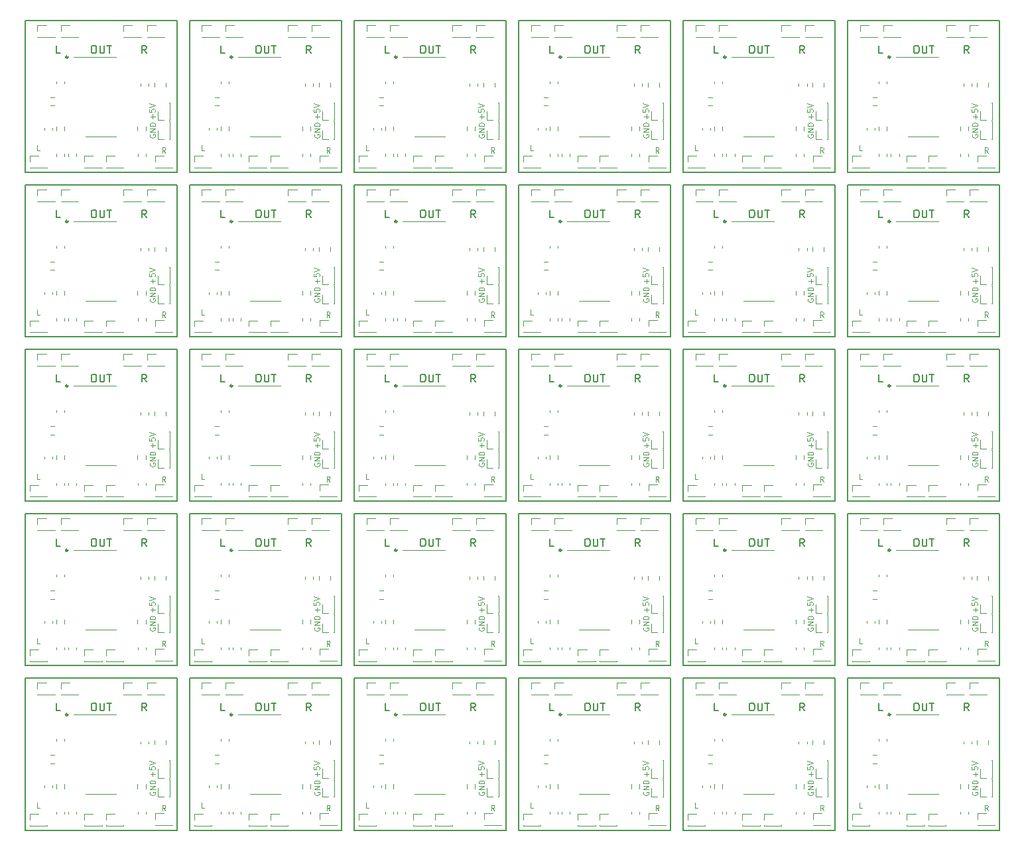
<source format=gbr>
%TF.GenerationSoftware,KiCad,Pcbnew,(6.0.8)*%
%TF.CreationDate,2022-11-05T12:29:25+05:30*%
%TF.ProjectId,panelized,70616e65-6c69-47a6-9564-2e6b69636164,rev?*%
%TF.SameCoordinates,Original*%
%TF.FileFunction,Legend,Top*%
%TF.FilePolarity,Positive*%
%FSLAX46Y46*%
G04 Gerber Fmt 4.6, Leading zero omitted, Abs format (unit mm)*
G04 Created by KiCad (PCBNEW (6.0.8)) date 2022-11-05 12:29:25*
%MOMM*%
%LPD*%
G01*
G04 APERTURE LIST*
%ADD10C,0.150000*%
%ADD11C,0.285000*%
%ADD12C,0.120000*%
G04 APERTURE END LIST*
D10*
X139809523Y-107452380D02*
X139476190Y-106976190D01*
X139238095Y-107452380D02*
X139238095Y-106452380D01*
X139619047Y-106452380D01*
X139714285Y-106500000D01*
X139761904Y-106547619D01*
X139809523Y-106642857D01*
X139809523Y-106785714D01*
X139761904Y-106880952D01*
X139714285Y-106928571D01*
X139619047Y-106976190D01*
X139238095Y-106976190D01*
X76809523Y-107452380D02*
X76476190Y-106976190D01*
X76238095Y-107452380D02*
X76238095Y-106452380D01*
X76619047Y-106452380D01*
X76714285Y-106500000D01*
X76761904Y-106547619D01*
X76809523Y-106642857D01*
X76809523Y-106785714D01*
X76761904Y-106880952D01*
X76714285Y-106928571D01*
X76619047Y-106976190D01*
X76238095Y-106976190D01*
X118809523Y-107452380D02*
X118476190Y-106976190D01*
X118238095Y-107452380D02*
X118238095Y-106452380D01*
X118619047Y-106452380D01*
X118714285Y-106500000D01*
X118761904Y-106547619D01*
X118809523Y-106642857D01*
X118809523Y-106785714D01*
X118761904Y-106880952D01*
X118714285Y-106928571D01*
X118619047Y-106976190D01*
X118238095Y-106976190D01*
X97809523Y-107452380D02*
X97476190Y-106976190D01*
X97238095Y-107452380D02*
X97238095Y-106452380D01*
X97619047Y-106452380D01*
X97714285Y-106500000D01*
X97761904Y-106547619D01*
X97809523Y-106642857D01*
X97809523Y-106785714D01*
X97761904Y-106880952D01*
X97714285Y-106928571D01*
X97619047Y-106976190D01*
X97238095Y-106976190D01*
X76809523Y-44452380D02*
X76476190Y-43976190D01*
X76238095Y-44452380D02*
X76238095Y-43452380D01*
X76619047Y-43452380D01*
X76714285Y-43500000D01*
X76761904Y-43547619D01*
X76809523Y-43642857D01*
X76809523Y-43785714D01*
X76761904Y-43880952D01*
X76714285Y-43928571D01*
X76619047Y-43976190D01*
X76238095Y-43976190D01*
X55809523Y-44452380D02*
X55476190Y-43976190D01*
X55238095Y-44452380D02*
X55238095Y-43452380D01*
X55619047Y-43452380D01*
X55714285Y-43500000D01*
X55761904Y-43547619D01*
X55809523Y-43642857D01*
X55809523Y-43785714D01*
X55761904Y-43880952D01*
X55714285Y-43928571D01*
X55619047Y-43976190D01*
X55238095Y-43976190D01*
X34809523Y-44452380D02*
X34476190Y-43976190D01*
X34238095Y-44452380D02*
X34238095Y-43452380D01*
X34619047Y-43452380D01*
X34714285Y-43500000D01*
X34761904Y-43547619D01*
X34809523Y-43642857D01*
X34809523Y-43785714D01*
X34761904Y-43880952D01*
X34714285Y-43928571D01*
X34619047Y-43976190D01*
X34238095Y-43976190D01*
X139809523Y-23452380D02*
X139476190Y-22976190D01*
X139238095Y-23452380D02*
X139238095Y-22452380D01*
X139619047Y-22452380D01*
X139714285Y-22500000D01*
X139761904Y-22547619D01*
X139809523Y-22642857D01*
X139809523Y-22785714D01*
X139761904Y-22880952D01*
X139714285Y-22928571D01*
X139619047Y-22976190D01*
X139238095Y-22976190D01*
X118809523Y-23452380D02*
X118476190Y-22976190D01*
X118238095Y-23452380D02*
X118238095Y-22452380D01*
X118619047Y-22452380D01*
X118714285Y-22500000D01*
X118761904Y-22547619D01*
X118809523Y-22642857D01*
X118809523Y-22785714D01*
X118761904Y-22880952D01*
X118714285Y-22928571D01*
X118619047Y-22976190D01*
X118238095Y-22976190D01*
X97809523Y-23452380D02*
X97476190Y-22976190D01*
X97238095Y-23452380D02*
X97238095Y-22452380D01*
X97619047Y-22452380D01*
X97714285Y-22500000D01*
X97761904Y-22547619D01*
X97809523Y-22642857D01*
X97809523Y-22785714D01*
X97761904Y-22880952D01*
X97714285Y-22928571D01*
X97619047Y-22976190D01*
X97238095Y-22976190D01*
X76809523Y-23452380D02*
X76476190Y-22976190D01*
X76238095Y-23452380D02*
X76238095Y-22452380D01*
X76619047Y-22452380D01*
X76714285Y-22500000D01*
X76761904Y-22547619D01*
X76809523Y-22642857D01*
X76809523Y-22785714D01*
X76761904Y-22880952D01*
X76714285Y-22928571D01*
X76619047Y-22976190D01*
X76238095Y-22976190D01*
X55809523Y-23452380D02*
X55476190Y-22976190D01*
X55238095Y-23452380D02*
X55238095Y-22452380D01*
X55619047Y-22452380D01*
X55714285Y-22500000D01*
X55761904Y-22547619D01*
X55809523Y-22642857D01*
X55809523Y-22785714D01*
X55761904Y-22880952D01*
X55714285Y-22928571D01*
X55619047Y-22976190D01*
X55238095Y-22976190D01*
X34809523Y-23452380D02*
X34476190Y-22976190D01*
X34238095Y-23452380D02*
X34238095Y-22452380D01*
X34619047Y-22452380D01*
X34714285Y-22500000D01*
X34761904Y-22547619D01*
X34809523Y-22642857D01*
X34809523Y-22785714D01*
X34761904Y-22880952D01*
X34714285Y-22928571D01*
X34619047Y-22976190D01*
X34238095Y-22976190D01*
X76809523Y-65452380D02*
X76476190Y-64976190D01*
X76238095Y-65452380D02*
X76238095Y-64452380D01*
X76619047Y-64452380D01*
X76714285Y-64500000D01*
X76761904Y-64547619D01*
X76809523Y-64642857D01*
X76809523Y-64785714D01*
X76761904Y-64880952D01*
X76714285Y-64928571D01*
X76619047Y-64976190D01*
X76238095Y-64976190D01*
X55809523Y-65452380D02*
X55476190Y-64976190D01*
X55238095Y-65452380D02*
X55238095Y-64452380D01*
X55619047Y-64452380D01*
X55714285Y-64500000D01*
X55761904Y-64547619D01*
X55809523Y-64642857D01*
X55809523Y-64785714D01*
X55761904Y-64880952D01*
X55714285Y-64928571D01*
X55619047Y-64976190D01*
X55238095Y-64976190D01*
X34809523Y-65452380D02*
X34476190Y-64976190D01*
X34238095Y-65452380D02*
X34238095Y-64452380D01*
X34619047Y-64452380D01*
X34714285Y-64500000D01*
X34761904Y-64547619D01*
X34809523Y-64642857D01*
X34809523Y-64785714D01*
X34761904Y-64880952D01*
X34714285Y-64928571D01*
X34619047Y-64976190D01*
X34238095Y-64976190D01*
X139809523Y-44452380D02*
X139476190Y-43976190D01*
X139238095Y-44452380D02*
X139238095Y-43452380D01*
X139619047Y-43452380D01*
X139714285Y-43500000D01*
X139761904Y-43547619D01*
X139809523Y-43642857D01*
X139809523Y-43785714D01*
X139761904Y-43880952D01*
X139714285Y-43928571D01*
X139619047Y-43976190D01*
X139238095Y-43976190D01*
X118809523Y-44452380D02*
X118476190Y-43976190D01*
X118238095Y-44452380D02*
X118238095Y-43452380D01*
X118619047Y-43452380D01*
X118714285Y-43500000D01*
X118761904Y-43547619D01*
X118809523Y-43642857D01*
X118809523Y-43785714D01*
X118761904Y-43880952D01*
X118714285Y-43928571D01*
X118619047Y-43976190D01*
X118238095Y-43976190D01*
X97809523Y-44452380D02*
X97476190Y-43976190D01*
X97238095Y-44452380D02*
X97238095Y-43452380D01*
X97619047Y-43452380D01*
X97714285Y-43500000D01*
X97761904Y-43547619D01*
X97809523Y-43642857D01*
X97809523Y-43785714D01*
X97761904Y-43880952D01*
X97714285Y-43928571D01*
X97619047Y-43976190D01*
X97238095Y-43976190D01*
X55809523Y-107452380D02*
X55476190Y-106976190D01*
X55238095Y-107452380D02*
X55238095Y-106452380D01*
X55619047Y-106452380D01*
X55714285Y-106500000D01*
X55761904Y-106547619D01*
X55809523Y-106642857D01*
X55809523Y-106785714D01*
X55761904Y-106880952D01*
X55714285Y-106928571D01*
X55619047Y-106976190D01*
X55238095Y-106976190D01*
X139809523Y-86452380D02*
X139476190Y-85976190D01*
X139238095Y-86452380D02*
X139238095Y-85452380D01*
X139619047Y-85452380D01*
X139714285Y-85500000D01*
X139761904Y-85547619D01*
X139809523Y-85642857D01*
X139809523Y-85785714D01*
X139761904Y-85880952D01*
X139714285Y-85928571D01*
X139619047Y-85976190D01*
X139238095Y-85976190D01*
X34809523Y-107452380D02*
X34476190Y-106976190D01*
X34238095Y-107452380D02*
X34238095Y-106452380D01*
X34619047Y-106452380D01*
X34714285Y-106500000D01*
X34761904Y-106547619D01*
X34809523Y-106642857D01*
X34809523Y-106785714D01*
X34761904Y-106880952D01*
X34714285Y-106928571D01*
X34619047Y-106976190D01*
X34238095Y-106976190D01*
X118809523Y-86452380D02*
X118476190Y-85976190D01*
X118238095Y-86452380D02*
X118238095Y-85452380D01*
X118619047Y-85452380D01*
X118714285Y-85500000D01*
X118761904Y-85547619D01*
X118809523Y-85642857D01*
X118809523Y-85785714D01*
X118761904Y-85880952D01*
X118714285Y-85928571D01*
X118619047Y-85976190D01*
X118238095Y-85976190D01*
X97809523Y-86452380D02*
X97476190Y-85976190D01*
X97238095Y-86452380D02*
X97238095Y-85452380D01*
X97619047Y-85452380D01*
X97714285Y-85500000D01*
X97761904Y-85547619D01*
X97809523Y-85642857D01*
X97809523Y-85785714D01*
X97761904Y-85880952D01*
X97714285Y-85928571D01*
X97619047Y-85976190D01*
X97238095Y-85976190D01*
X55809523Y-86452380D02*
X55476190Y-85976190D01*
X55238095Y-86452380D02*
X55238095Y-85452380D01*
X55619047Y-85452380D01*
X55714285Y-85500000D01*
X55761904Y-85547619D01*
X55809523Y-85642857D01*
X55809523Y-85785714D01*
X55761904Y-85880952D01*
X55714285Y-85928571D01*
X55619047Y-85976190D01*
X55238095Y-85976190D01*
X76809523Y-86452380D02*
X76476190Y-85976190D01*
X76238095Y-86452380D02*
X76238095Y-85452380D01*
X76619047Y-85452380D01*
X76714285Y-85500000D01*
X76761904Y-85547619D01*
X76809523Y-85642857D01*
X76809523Y-85785714D01*
X76761904Y-85880952D01*
X76714285Y-85928571D01*
X76619047Y-85976190D01*
X76238095Y-85976190D01*
X34809523Y-86452380D02*
X34476190Y-85976190D01*
X34238095Y-86452380D02*
X34238095Y-85452380D01*
X34619047Y-85452380D01*
X34714285Y-85500000D01*
X34761904Y-85547619D01*
X34809523Y-85642857D01*
X34809523Y-85785714D01*
X34761904Y-85880952D01*
X34714285Y-85928571D01*
X34619047Y-85976190D01*
X34238095Y-85976190D01*
X139809523Y-65452380D02*
X139476190Y-64976190D01*
X139238095Y-65452380D02*
X139238095Y-64452380D01*
X139619047Y-64452380D01*
X139714285Y-64500000D01*
X139761904Y-64547619D01*
X139809523Y-64642857D01*
X139809523Y-64785714D01*
X139761904Y-64880952D01*
X139714285Y-64928571D01*
X139619047Y-64976190D01*
X139238095Y-64976190D01*
X118809523Y-65452380D02*
X118476190Y-64976190D01*
X118238095Y-65452380D02*
X118238095Y-64452380D01*
X118619047Y-64452380D01*
X118714285Y-64500000D01*
X118761904Y-64547619D01*
X118809523Y-64642857D01*
X118809523Y-64785714D01*
X118761904Y-64880952D01*
X118714285Y-64928571D01*
X118619047Y-64976190D01*
X118238095Y-64976190D01*
X97809523Y-65452380D02*
X97476190Y-64976190D01*
X97238095Y-65452380D02*
X97238095Y-64452380D01*
X97619047Y-64452380D01*
X97714285Y-64500000D01*
X97761904Y-64547619D01*
X97809523Y-64642857D01*
X97809523Y-64785714D01*
X97761904Y-64880952D01*
X97714285Y-64928571D01*
X97619047Y-64976190D01*
X97238095Y-64976190D01*
X133000000Y-106452380D02*
X133190476Y-106452380D01*
X133285714Y-106500000D01*
X133380952Y-106595238D01*
X133428571Y-106785714D01*
X133428571Y-107119047D01*
X133380952Y-107309523D01*
X133285714Y-107404761D01*
X133190476Y-107452380D01*
X133000000Y-107452380D01*
X132904761Y-107404761D01*
X132809523Y-107309523D01*
X132761904Y-107119047D01*
X132761904Y-106785714D01*
X132809523Y-106595238D01*
X132904761Y-106500000D01*
X133000000Y-106452380D01*
X133857142Y-106452380D02*
X133857142Y-107261904D01*
X133904761Y-107357142D01*
X133952380Y-107404761D01*
X134047619Y-107452380D01*
X134238095Y-107452380D01*
X134333333Y-107404761D01*
X134380952Y-107357142D01*
X134428571Y-107261904D01*
X134428571Y-106452380D01*
X134761904Y-106452380D02*
X135333333Y-106452380D01*
X135047619Y-107452380D02*
X135047619Y-106452380D01*
X70000000Y-106452380D02*
X70190476Y-106452380D01*
X70285714Y-106500000D01*
X70380952Y-106595238D01*
X70428571Y-106785714D01*
X70428571Y-107119047D01*
X70380952Y-107309523D01*
X70285714Y-107404761D01*
X70190476Y-107452380D01*
X70000000Y-107452380D01*
X69904761Y-107404761D01*
X69809523Y-107309523D01*
X69761904Y-107119047D01*
X69761904Y-106785714D01*
X69809523Y-106595238D01*
X69904761Y-106500000D01*
X70000000Y-106452380D01*
X70857142Y-106452380D02*
X70857142Y-107261904D01*
X70904761Y-107357142D01*
X70952380Y-107404761D01*
X71047619Y-107452380D01*
X71238095Y-107452380D01*
X71333333Y-107404761D01*
X71380952Y-107357142D01*
X71428571Y-107261904D01*
X71428571Y-106452380D01*
X71761904Y-106452380D02*
X72333333Y-106452380D01*
X72047619Y-107452380D02*
X72047619Y-106452380D01*
X112000000Y-106452380D02*
X112190476Y-106452380D01*
X112285714Y-106500000D01*
X112380952Y-106595238D01*
X112428571Y-106785714D01*
X112428571Y-107119047D01*
X112380952Y-107309523D01*
X112285714Y-107404761D01*
X112190476Y-107452380D01*
X112000000Y-107452380D01*
X111904761Y-107404761D01*
X111809523Y-107309523D01*
X111761904Y-107119047D01*
X111761904Y-106785714D01*
X111809523Y-106595238D01*
X111904761Y-106500000D01*
X112000000Y-106452380D01*
X112857142Y-106452380D02*
X112857142Y-107261904D01*
X112904761Y-107357142D01*
X112952380Y-107404761D01*
X113047619Y-107452380D01*
X113238095Y-107452380D01*
X113333333Y-107404761D01*
X113380952Y-107357142D01*
X113428571Y-107261904D01*
X113428571Y-106452380D01*
X113761904Y-106452380D02*
X114333333Y-106452380D01*
X114047619Y-107452380D02*
X114047619Y-106452380D01*
X91000000Y-106452380D02*
X91190476Y-106452380D01*
X91285714Y-106500000D01*
X91380952Y-106595238D01*
X91428571Y-106785714D01*
X91428571Y-107119047D01*
X91380952Y-107309523D01*
X91285714Y-107404761D01*
X91190476Y-107452380D01*
X91000000Y-107452380D01*
X90904761Y-107404761D01*
X90809523Y-107309523D01*
X90761904Y-107119047D01*
X90761904Y-106785714D01*
X90809523Y-106595238D01*
X90904761Y-106500000D01*
X91000000Y-106452380D01*
X91857142Y-106452380D02*
X91857142Y-107261904D01*
X91904761Y-107357142D01*
X91952380Y-107404761D01*
X92047619Y-107452380D01*
X92238095Y-107452380D01*
X92333333Y-107404761D01*
X92380952Y-107357142D01*
X92428571Y-107261904D01*
X92428571Y-106452380D01*
X92761904Y-106452380D02*
X93333333Y-106452380D01*
X93047619Y-107452380D02*
X93047619Y-106452380D01*
X70000000Y-43452380D02*
X70190476Y-43452380D01*
X70285714Y-43500000D01*
X70380952Y-43595238D01*
X70428571Y-43785714D01*
X70428571Y-44119047D01*
X70380952Y-44309523D01*
X70285714Y-44404761D01*
X70190476Y-44452380D01*
X70000000Y-44452380D01*
X69904761Y-44404761D01*
X69809523Y-44309523D01*
X69761904Y-44119047D01*
X69761904Y-43785714D01*
X69809523Y-43595238D01*
X69904761Y-43500000D01*
X70000000Y-43452380D01*
X70857142Y-43452380D02*
X70857142Y-44261904D01*
X70904761Y-44357142D01*
X70952380Y-44404761D01*
X71047619Y-44452380D01*
X71238095Y-44452380D01*
X71333333Y-44404761D01*
X71380952Y-44357142D01*
X71428571Y-44261904D01*
X71428571Y-43452380D01*
X71761904Y-43452380D02*
X72333333Y-43452380D01*
X72047619Y-44452380D02*
X72047619Y-43452380D01*
X49000000Y-43452380D02*
X49190476Y-43452380D01*
X49285714Y-43500000D01*
X49380952Y-43595238D01*
X49428571Y-43785714D01*
X49428571Y-44119047D01*
X49380952Y-44309523D01*
X49285714Y-44404761D01*
X49190476Y-44452380D01*
X49000000Y-44452380D01*
X48904761Y-44404761D01*
X48809523Y-44309523D01*
X48761904Y-44119047D01*
X48761904Y-43785714D01*
X48809523Y-43595238D01*
X48904761Y-43500000D01*
X49000000Y-43452380D01*
X49857142Y-43452380D02*
X49857142Y-44261904D01*
X49904761Y-44357142D01*
X49952380Y-44404761D01*
X50047619Y-44452380D01*
X50238095Y-44452380D01*
X50333333Y-44404761D01*
X50380952Y-44357142D01*
X50428571Y-44261904D01*
X50428571Y-43452380D01*
X50761904Y-43452380D02*
X51333333Y-43452380D01*
X51047619Y-44452380D02*
X51047619Y-43452380D01*
X28000000Y-43452380D02*
X28190476Y-43452380D01*
X28285714Y-43500000D01*
X28380952Y-43595238D01*
X28428571Y-43785714D01*
X28428571Y-44119047D01*
X28380952Y-44309523D01*
X28285714Y-44404761D01*
X28190476Y-44452380D01*
X28000000Y-44452380D01*
X27904761Y-44404761D01*
X27809523Y-44309523D01*
X27761904Y-44119047D01*
X27761904Y-43785714D01*
X27809523Y-43595238D01*
X27904761Y-43500000D01*
X28000000Y-43452380D01*
X28857142Y-43452380D02*
X28857142Y-44261904D01*
X28904761Y-44357142D01*
X28952380Y-44404761D01*
X29047619Y-44452380D01*
X29238095Y-44452380D01*
X29333333Y-44404761D01*
X29380952Y-44357142D01*
X29428571Y-44261904D01*
X29428571Y-43452380D01*
X29761904Y-43452380D02*
X30333333Y-43452380D01*
X30047619Y-44452380D02*
X30047619Y-43452380D01*
X112000000Y-22452380D02*
X112190476Y-22452380D01*
X112285714Y-22500000D01*
X112380952Y-22595238D01*
X112428571Y-22785714D01*
X112428571Y-23119047D01*
X112380952Y-23309523D01*
X112285714Y-23404761D01*
X112190476Y-23452380D01*
X112000000Y-23452380D01*
X111904761Y-23404761D01*
X111809523Y-23309523D01*
X111761904Y-23119047D01*
X111761904Y-22785714D01*
X111809523Y-22595238D01*
X111904761Y-22500000D01*
X112000000Y-22452380D01*
X112857142Y-22452380D02*
X112857142Y-23261904D01*
X112904761Y-23357142D01*
X112952380Y-23404761D01*
X113047619Y-23452380D01*
X113238095Y-23452380D01*
X113333333Y-23404761D01*
X113380952Y-23357142D01*
X113428571Y-23261904D01*
X113428571Y-22452380D01*
X113761904Y-22452380D02*
X114333333Y-22452380D01*
X114047619Y-23452380D02*
X114047619Y-22452380D01*
X133000000Y-22452380D02*
X133190476Y-22452380D01*
X133285714Y-22500000D01*
X133380952Y-22595238D01*
X133428571Y-22785714D01*
X133428571Y-23119047D01*
X133380952Y-23309523D01*
X133285714Y-23404761D01*
X133190476Y-23452380D01*
X133000000Y-23452380D01*
X132904761Y-23404761D01*
X132809523Y-23309523D01*
X132761904Y-23119047D01*
X132761904Y-22785714D01*
X132809523Y-22595238D01*
X132904761Y-22500000D01*
X133000000Y-22452380D01*
X133857142Y-22452380D02*
X133857142Y-23261904D01*
X133904761Y-23357142D01*
X133952380Y-23404761D01*
X134047619Y-23452380D01*
X134238095Y-23452380D01*
X134333333Y-23404761D01*
X134380952Y-23357142D01*
X134428571Y-23261904D01*
X134428571Y-22452380D01*
X134761904Y-22452380D02*
X135333333Y-22452380D01*
X135047619Y-23452380D02*
X135047619Y-22452380D01*
X91000000Y-22452380D02*
X91190476Y-22452380D01*
X91285714Y-22500000D01*
X91380952Y-22595238D01*
X91428571Y-22785714D01*
X91428571Y-23119047D01*
X91380952Y-23309523D01*
X91285714Y-23404761D01*
X91190476Y-23452380D01*
X91000000Y-23452380D01*
X90904761Y-23404761D01*
X90809523Y-23309523D01*
X90761904Y-23119047D01*
X90761904Y-22785714D01*
X90809523Y-22595238D01*
X90904761Y-22500000D01*
X91000000Y-22452380D01*
X91857142Y-22452380D02*
X91857142Y-23261904D01*
X91904761Y-23357142D01*
X91952380Y-23404761D01*
X92047619Y-23452380D01*
X92238095Y-23452380D01*
X92333333Y-23404761D01*
X92380952Y-23357142D01*
X92428571Y-23261904D01*
X92428571Y-22452380D01*
X92761904Y-22452380D02*
X93333333Y-22452380D01*
X93047619Y-23452380D02*
X93047619Y-22452380D01*
X70000000Y-22452380D02*
X70190476Y-22452380D01*
X70285714Y-22500000D01*
X70380952Y-22595238D01*
X70428571Y-22785714D01*
X70428571Y-23119047D01*
X70380952Y-23309523D01*
X70285714Y-23404761D01*
X70190476Y-23452380D01*
X70000000Y-23452380D01*
X69904761Y-23404761D01*
X69809523Y-23309523D01*
X69761904Y-23119047D01*
X69761904Y-22785714D01*
X69809523Y-22595238D01*
X69904761Y-22500000D01*
X70000000Y-22452380D01*
X70857142Y-22452380D02*
X70857142Y-23261904D01*
X70904761Y-23357142D01*
X70952380Y-23404761D01*
X71047619Y-23452380D01*
X71238095Y-23452380D01*
X71333333Y-23404761D01*
X71380952Y-23357142D01*
X71428571Y-23261904D01*
X71428571Y-22452380D01*
X71761904Y-22452380D02*
X72333333Y-22452380D01*
X72047619Y-23452380D02*
X72047619Y-22452380D01*
X49000000Y-22452380D02*
X49190476Y-22452380D01*
X49285714Y-22500000D01*
X49380952Y-22595238D01*
X49428571Y-22785714D01*
X49428571Y-23119047D01*
X49380952Y-23309523D01*
X49285714Y-23404761D01*
X49190476Y-23452380D01*
X49000000Y-23452380D01*
X48904761Y-23404761D01*
X48809523Y-23309523D01*
X48761904Y-23119047D01*
X48761904Y-22785714D01*
X48809523Y-22595238D01*
X48904761Y-22500000D01*
X49000000Y-22452380D01*
X49857142Y-22452380D02*
X49857142Y-23261904D01*
X49904761Y-23357142D01*
X49952380Y-23404761D01*
X50047619Y-23452380D01*
X50238095Y-23452380D01*
X50333333Y-23404761D01*
X50380952Y-23357142D01*
X50428571Y-23261904D01*
X50428571Y-22452380D01*
X50761904Y-22452380D02*
X51333333Y-22452380D01*
X51047619Y-23452380D02*
X51047619Y-22452380D01*
X28000000Y-22452380D02*
X28190476Y-22452380D01*
X28285714Y-22500000D01*
X28380952Y-22595238D01*
X28428571Y-22785714D01*
X28428571Y-23119047D01*
X28380952Y-23309523D01*
X28285714Y-23404761D01*
X28190476Y-23452380D01*
X28000000Y-23452380D01*
X27904761Y-23404761D01*
X27809523Y-23309523D01*
X27761904Y-23119047D01*
X27761904Y-22785714D01*
X27809523Y-22595238D01*
X27904761Y-22500000D01*
X28000000Y-22452380D01*
X28857142Y-22452380D02*
X28857142Y-23261904D01*
X28904761Y-23357142D01*
X28952380Y-23404761D01*
X29047619Y-23452380D01*
X29238095Y-23452380D01*
X29333333Y-23404761D01*
X29380952Y-23357142D01*
X29428571Y-23261904D01*
X29428571Y-22452380D01*
X29761904Y-22452380D02*
X30333333Y-22452380D01*
X30047619Y-23452380D02*
X30047619Y-22452380D01*
X49000000Y-64452380D02*
X49190476Y-64452380D01*
X49285714Y-64500000D01*
X49380952Y-64595238D01*
X49428571Y-64785714D01*
X49428571Y-65119047D01*
X49380952Y-65309523D01*
X49285714Y-65404761D01*
X49190476Y-65452380D01*
X49000000Y-65452380D01*
X48904761Y-65404761D01*
X48809523Y-65309523D01*
X48761904Y-65119047D01*
X48761904Y-64785714D01*
X48809523Y-64595238D01*
X48904761Y-64500000D01*
X49000000Y-64452380D01*
X49857142Y-64452380D02*
X49857142Y-65261904D01*
X49904761Y-65357142D01*
X49952380Y-65404761D01*
X50047619Y-65452380D01*
X50238095Y-65452380D01*
X50333333Y-65404761D01*
X50380952Y-65357142D01*
X50428571Y-65261904D01*
X50428571Y-64452380D01*
X50761904Y-64452380D02*
X51333333Y-64452380D01*
X51047619Y-65452380D02*
X51047619Y-64452380D01*
X70000000Y-64452380D02*
X70190476Y-64452380D01*
X70285714Y-64500000D01*
X70380952Y-64595238D01*
X70428571Y-64785714D01*
X70428571Y-65119047D01*
X70380952Y-65309523D01*
X70285714Y-65404761D01*
X70190476Y-65452380D01*
X70000000Y-65452380D01*
X69904761Y-65404761D01*
X69809523Y-65309523D01*
X69761904Y-65119047D01*
X69761904Y-64785714D01*
X69809523Y-64595238D01*
X69904761Y-64500000D01*
X70000000Y-64452380D01*
X70857142Y-64452380D02*
X70857142Y-65261904D01*
X70904761Y-65357142D01*
X70952380Y-65404761D01*
X71047619Y-65452380D01*
X71238095Y-65452380D01*
X71333333Y-65404761D01*
X71380952Y-65357142D01*
X71428571Y-65261904D01*
X71428571Y-64452380D01*
X71761904Y-64452380D02*
X72333333Y-64452380D01*
X72047619Y-65452380D02*
X72047619Y-64452380D01*
X28000000Y-64452380D02*
X28190476Y-64452380D01*
X28285714Y-64500000D01*
X28380952Y-64595238D01*
X28428571Y-64785714D01*
X28428571Y-65119047D01*
X28380952Y-65309523D01*
X28285714Y-65404761D01*
X28190476Y-65452380D01*
X28000000Y-65452380D01*
X27904761Y-65404761D01*
X27809523Y-65309523D01*
X27761904Y-65119047D01*
X27761904Y-64785714D01*
X27809523Y-64595238D01*
X27904761Y-64500000D01*
X28000000Y-64452380D01*
X28857142Y-64452380D02*
X28857142Y-65261904D01*
X28904761Y-65357142D01*
X28952380Y-65404761D01*
X29047619Y-65452380D01*
X29238095Y-65452380D01*
X29333333Y-65404761D01*
X29380952Y-65357142D01*
X29428571Y-65261904D01*
X29428571Y-64452380D01*
X29761904Y-64452380D02*
X30333333Y-64452380D01*
X30047619Y-65452380D02*
X30047619Y-64452380D01*
X133000000Y-43452380D02*
X133190476Y-43452380D01*
X133285714Y-43500000D01*
X133380952Y-43595238D01*
X133428571Y-43785714D01*
X133428571Y-44119047D01*
X133380952Y-44309523D01*
X133285714Y-44404761D01*
X133190476Y-44452380D01*
X133000000Y-44452380D01*
X132904761Y-44404761D01*
X132809523Y-44309523D01*
X132761904Y-44119047D01*
X132761904Y-43785714D01*
X132809523Y-43595238D01*
X132904761Y-43500000D01*
X133000000Y-43452380D01*
X133857142Y-43452380D02*
X133857142Y-44261904D01*
X133904761Y-44357142D01*
X133952380Y-44404761D01*
X134047619Y-44452380D01*
X134238095Y-44452380D01*
X134333333Y-44404761D01*
X134380952Y-44357142D01*
X134428571Y-44261904D01*
X134428571Y-43452380D01*
X134761904Y-43452380D02*
X135333333Y-43452380D01*
X135047619Y-44452380D02*
X135047619Y-43452380D01*
X112000000Y-43452380D02*
X112190476Y-43452380D01*
X112285714Y-43500000D01*
X112380952Y-43595238D01*
X112428571Y-43785714D01*
X112428571Y-44119047D01*
X112380952Y-44309523D01*
X112285714Y-44404761D01*
X112190476Y-44452380D01*
X112000000Y-44452380D01*
X111904761Y-44404761D01*
X111809523Y-44309523D01*
X111761904Y-44119047D01*
X111761904Y-43785714D01*
X111809523Y-43595238D01*
X111904761Y-43500000D01*
X112000000Y-43452380D01*
X112857142Y-43452380D02*
X112857142Y-44261904D01*
X112904761Y-44357142D01*
X112952380Y-44404761D01*
X113047619Y-44452380D01*
X113238095Y-44452380D01*
X113333333Y-44404761D01*
X113380952Y-44357142D01*
X113428571Y-44261904D01*
X113428571Y-43452380D01*
X113761904Y-43452380D02*
X114333333Y-43452380D01*
X114047619Y-44452380D02*
X114047619Y-43452380D01*
X91000000Y-43452380D02*
X91190476Y-43452380D01*
X91285714Y-43500000D01*
X91380952Y-43595238D01*
X91428571Y-43785714D01*
X91428571Y-44119047D01*
X91380952Y-44309523D01*
X91285714Y-44404761D01*
X91190476Y-44452380D01*
X91000000Y-44452380D01*
X90904761Y-44404761D01*
X90809523Y-44309523D01*
X90761904Y-44119047D01*
X90761904Y-43785714D01*
X90809523Y-43595238D01*
X90904761Y-43500000D01*
X91000000Y-43452380D01*
X91857142Y-43452380D02*
X91857142Y-44261904D01*
X91904761Y-44357142D01*
X91952380Y-44404761D01*
X92047619Y-44452380D01*
X92238095Y-44452380D01*
X92333333Y-44404761D01*
X92380952Y-44357142D01*
X92428571Y-44261904D01*
X92428571Y-43452380D01*
X92761904Y-43452380D02*
X93333333Y-43452380D01*
X93047619Y-44452380D02*
X93047619Y-43452380D01*
X28000000Y-106452380D02*
X28190476Y-106452380D01*
X28285714Y-106500000D01*
X28380952Y-106595238D01*
X28428571Y-106785714D01*
X28428571Y-107119047D01*
X28380952Y-107309523D01*
X28285714Y-107404761D01*
X28190476Y-107452380D01*
X28000000Y-107452380D01*
X27904761Y-107404761D01*
X27809523Y-107309523D01*
X27761904Y-107119047D01*
X27761904Y-106785714D01*
X27809523Y-106595238D01*
X27904761Y-106500000D01*
X28000000Y-106452380D01*
X28857142Y-106452380D02*
X28857142Y-107261904D01*
X28904761Y-107357142D01*
X28952380Y-107404761D01*
X29047619Y-107452380D01*
X29238095Y-107452380D01*
X29333333Y-107404761D01*
X29380952Y-107357142D01*
X29428571Y-107261904D01*
X29428571Y-106452380D01*
X29761904Y-106452380D02*
X30333333Y-106452380D01*
X30047619Y-107452380D02*
X30047619Y-106452380D01*
X49000000Y-106452380D02*
X49190476Y-106452380D01*
X49285714Y-106500000D01*
X49380952Y-106595238D01*
X49428571Y-106785714D01*
X49428571Y-107119047D01*
X49380952Y-107309523D01*
X49285714Y-107404761D01*
X49190476Y-107452380D01*
X49000000Y-107452380D01*
X48904761Y-107404761D01*
X48809523Y-107309523D01*
X48761904Y-107119047D01*
X48761904Y-106785714D01*
X48809523Y-106595238D01*
X48904761Y-106500000D01*
X49000000Y-106452380D01*
X49857142Y-106452380D02*
X49857142Y-107261904D01*
X49904761Y-107357142D01*
X49952380Y-107404761D01*
X50047619Y-107452380D01*
X50238095Y-107452380D01*
X50333333Y-107404761D01*
X50380952Y-107357142D01*
X50428571Y-107261904D01*
X50428571Y-106452380D01*
X50761904Y-106452380D02*
X51333333Y-106452380D01*
X51047619Y-107452380D02*
X51047619Y-106452380D01*
X133000000Y-85452380D02*
X133190476Y-85452380D01*
X133285714Y-85500000D01*
X133380952Y-85595238D01*
X133428571Y-85785714D01*
X133428571Y-86119047D01*
X133380952Y-86309523D01*
X133285714Y-86404761D01*
X133190476Y-86452380D01*
X133000000Y-86452380D01*
X132904761Y-86404761D01*
X132809523Y-86309523D01*
X132761904Y-86119047D01*
X132761904Y-85785714D01*
X132809523Y-85595238D01*
X132904761Y-85500000D01*
X133000000Y-85452380D01*
X133857142Y-85452380D02*
X133857142Y-86261904D01*
X133904761Y-86357142D01*
X133952380Y-86404761D01*
X134047619Y-86452380D01*
X134238095Y-86452380D01*
X134333333Y-86404761D01*
X134380952Y-86357142D01*
X134428571Y-86261904D01*
X134428571Y-85452380D01*
X134761904Y-85452380D02*
X135333333Y-85452380D01*
X135047619Y-86452380D02*
X135047619Y-85452380D01*
X112000000Y-85452380D02*
X112190476Y-85452380D01*
X112285714Y-85500000D01*
X112380952Y-85595238D01*
X112428571Y-85785714D01*
X112428571Y-86119047D01*
X112380952Y-86309523D01*
X112285714Y-86404761D01*
X112190476Y-86452380D01*
X112000000Y-86452380D01*
X111904761Y-86404761D01*
X111809523Y-86309523D01*
X111761904Y-86119047D01*
X111761904Y-85785714D01*
X111809523Y-85595238D01*
X111904761Y-85500000D01*
X112000000Y-85452380D01*
X112857142Y-85452380D02*
X112857142Y-86261904D01*
X112904761Y-86357142D01*
X112952380Y-86404761D01*
X113047619Y-86452380D01*
X113238095Y-86452380D01*
X113333333Y-86404761D01*
X113380952Y-86357142D01*
X113428571Y-86261904D01*
X113428571Y-85452380D01*
X113761904Y-85452380D02*
X114333333Y-85452380D01*
X114047619Y-86452380D02*
X114047619Y-85452380D01*
X91000000Y-85452380D02*
X91190476Y-85452380D01*
X91285714Y-85500000D01*
X91380952Y-85595238D01*
X91428571Y-85785714D01*
X91428571Y-86119047D01*
X91380952Y-86309523D01*
X91285714Y-86404761D01*
X91190476Y-86452380D01*
X91000000Y-86452380D01*
X90904761Y-86404761D01*
X90809523Y-86309523D01*
X90761904Y-86119047D01*
X90761904Y-85785714D01*
X90809523Y-85595238D01*
X90904761Y-85500000D01*
X91000000Y-85452380D01*
X91857142Y-85452380D02*
X91857142Y-86261904D01*
X91904761Y-86357142D01*
X91952380Y-86404761D01*
X92047619Y-86452380D01*
X92238095Y-86452380D01*
X92333333Y-86404761D01*
X92380952Y-86357142D01*
X92428571Y-86261904D01*
X92428571Y-85452380D01*
X92761904Y-85452380D02*
X93333333Y-85452380D01*
X93047619Y-86452380D02*
X93047619Y-85452380D01*
X70000000Y-85452380D02*
X70190476Y-85452380D01*
X70285714Y-85500000D01*
X70380952Y-85595238D01*
X70428571Y-85785714D01*
X70428571Y-86119047D01*
X70380952Y-86309523D01*
X70285714Y-86404761D01*
X70190476Y-86452380D01*
X70000000Y-86452380D01*
X69904761Y-86404761D01*
X69809523Y-86309523D01*
X69761904Y-86119047D01*
X69761904Y-85785714D01*
X69809523Y-85595238D01*
X69904761Y-85500000D01*
X70000000Y-85452380D01*
X70857142Y-85452380D02*
X70857142Y-86261904D01*
X70904761Y-86357142D01*
X70952380Y-86404761D01*
X71047619Y-86452380D01*
X71238095Y-86452380D01*
X71333333Y-86404761D01*
X71380952Y-86357142D01*
X71428571Y-86261904D01*
X71428571Y-85452380D01*
X71761904Y-85452380D02*
X72333333Y-85452380D01*
X72047619Y-86452380D02*
X72047619Y-85452380D01*
X49000000Y-85452380D02*
X49190476Y-85452380D01*
X49285714Y-85500000D01*
X49380952Y-85595238D01*
X49428571Y-85785714D01*
X49428571Y-86119047D01*
X49380952Y-86309523D01*
X49285714Y-86404761D01*
X49190476Y-86452380D01*
X49000000Y-86452380D01*
X48904761Y-86404761D01*
X48809523Y-86309523D01*
X48761904Y-86119047D01*
X48761904Y-85785714D01*
X48809523Y-85595238D01*
X48904761Y-85500000D01*
X49000000Y-85452380D01*
X49857142Y-85452380D02*
X49857142Y-86261904D01*
X49904761Y-86357142D01*
X49952380Y-86404761D01*
X50047619Y-86452380D01*
X50238095Y-86452380D01*
X50333333Y-86404761D01*
X50380952Y-86357142D01*
X50428571Y-86261904D01*
X50428571Y-85452380D01*
X50761904Y-85452380D02*
X51333333Y-85452380D01*
X51047619Y-86452380D02*
X51047619Y-85452380D01*
X28000000Y-85452380D02*
X28190476Y-85452380D01*
X28285714Y-85500000D01*
X28380952Y-85595238D01*
X28428571Y-85785714D01*
X28428571Y-86119047D01*
X28380952Y-86309523D01*
X28285714Y-86404761D01*
X28190476Y-86452380D01*
X28000000Y-86452380D01*
X27904761Y-86404761D01*
X27809523Y-86309523D01*
X27761904Y-86119047D01*
X27761904Y-85785714D01*
X27809523Y-85595238D01*
X27904761Y-85500000D01*
X28000000Y-85452380D01*
X28857142Y-85452380D02*
X28857142Y-86261904D01*
X28904761Y-86357142D01*
X28952380Y-86404761D01*
X29047619Y-86452380D01*
X29238095Y-86452380D01*
X29333333Y-86404761D01*
X29380952Y-86357142D01*
X29428571Y-86261904D01*
X29428571Y-85452380D01*
X29761904Y-85452380D02*
X30333333Y-85452380D01*
X30047619Y-86452380D02*
X30047619Y-85452380D01*
X112000000Y-64452380D02*
X112190476Y-64452380D01*
X112285714Y-64500000D01*
X112380952Y-64595238D01*
X112428571Y-64785714D01*
X112428571Y-65119047D01*
X112380952Y-65309523D01*
X112285714Y-65404761D01*
X112190476Y-65452380D01*
X112000000Y-65452380D01*
X111904761Y-65404761D01*
X111809523Y-65309523D01*
X111761904Y-65119047D01*
X111761904Y-64785714D01*
X111809523Y-64595238D01*
X111904761Y-64500000D01*
X112000000Y-64452380D01*
X112857142Y-64452380D02*
X112857142Y-65261904D01*
X112904761Y-65357142D01*
X112952380Y-65404761D01*
X113047619Y-65452380D01*
X113238095Y-65452380D01*
X113333333Y-65404761D01*
X113380952Y-65357142D01*
X113428571Y-65261904D01*
X113428571Y-64452380D01*
X113761904Y-64452380D02*
X114333333Y-64452380D01*
X114047619Y-65452380D02*
X114047619Y-64452380D01*
X133000000Y-64452380D02*
X133190476Y-64452380D01*
X133285714Y-64500000D01*
X133380952Y-64595238D01*
X133428571Y-64785714D01*
X133428571Y-65119047D01*
X133380952Y-65309523D01*
X133285714Y-65404761D01*
X133190476Y-65452380D01*
X133000000Y-65452380D01*
X132904761Y-65404761D01*
X132809523Y-65309523D01*
X132761904Y-65119047D01*
X132761904Y-64785714D01*
X132809523Y-64595238D01*
X132904761Y-64500000D01*
X133000000Y-64452380D01*
X133857142Y-64452380D02*
X133857142Y-65261904D01*
X133904761Y-65357142D01*
X133952380Y-65404761D01*
X134047619Y-65452380D01*
X134238095Y-65452380D01*
X134333333Y-65404761D01*
X134380952Y-65357142D01*
X134428571Y-65261904D01*
X134428571Y-64452380D01*
X134761904Y-64452380D02*
X135333333Y-64452380D01*
X135047619Y-65452380D02*
X135047619Y-64452380D01*
X91000000Y-64452380D02*
X91190476Y-64452380D01*
X91285714Y-64500000D01*
X91380952Y-64595238D01*
X91428571Y-64785714D01*
X91428571Y-65119047D01*
X91380952Y-65309523D01*
X91285714Y-65404761D01*
X91190476Y-65452380D01*
X91000000Y-65452380D01*
X90904761Y-65404761D01*
X90809523Y-65309523D01*
X90761904Y-65119047D01*
X90761904Y-64785714D01*
X90809523Y-64595238D01*
X90904761Y-64500000D01*
X91000000Y-64452380D01*
X91857142Y-64452380D02*
X91857142Y-65261904D01*
X91904761Y-65357142D01*
X91952380Y-65404761D01*
X92047619Y-65452380D01*
X92238095Y-65452380D01*
X92333333Y-65404761D01*
X92380952Y-65357142D01*
X92428571Y-65261904D01*
X92428571Y-64452380D01*
X92761904Y-64452380D02*
X93333333Y-64452380D01*
X93047619Y-65452380D02*
X93047619Y-64452380D01*
X128809523Y-107452380D02*
X128333333Y-107452380D01*
X128333333Y-106452380D01*
X65809523Y-107452380D02*
X65333333Y-107452380D01*
X65333333Y-106452380D01*
X107809523Y-107452380D02*
X107333333Y-107452380D01*
X107333333Y-106452380D01*
X86809523Y-107452380D02*
X86333333Y-107452380D01*
X86333333Y-106452380D01*
X44809523Y-44452380D02*
X44333333Y-44452380D01*
X44333333Y-43452380D01*
X65809523Y-44452380D02*
X65333333Y-44452380D01*
X65333333Y-43452380D01*
X23809523Y-44452380D02*
X23333333Y-44452380D01*
X23333333Y-43452380D01*
X128809523Y-23452380D02*
X128333333Y-23452380D01*
X128333333Y-22452380D01*
X107809523Y-23452380D02*
X107333333Y-23452380D01*
X107333333Y-22452380D01*
X86809523Y-23452380D02*
X86333333Y-23452380D01*
X86333333Y-22452380D01*
X65809523Y-23452380D02*
X65333333Y-23452380D01*
X65333333Y-22452380D01*
X44809523Y-23452380D02*
X44333333Y-23452380D01*
X44333333Y-22452380D01*
X23809523Y-23452380D02*
X23333333Y-23452380D01*
X23333333Y-22452380D01*
X65809523Y-65452380D02*
X65333333Y-65452380D01*
X65333333Y-64452380D01*
X44809523Y-65452380D02*
X44333333Y-65452380D01*
X44333333Y-64452380D01*
X23809523Y-65452380D02*
X23333333Y-65452380D01*
X23333333Y-64452380D01*
X128809523Y-44452380D02*
X128333333Y-44452380D01*
X128333333Y-43452380D01*
X107809523Y-44452380D02*
X107333333Y-44452380D01*
X107333333Y-43452380D01*
X86809523Y-44452380D02*
X86333333Y-44452380D01*
X86333333Y-43452380D01*
X23809523Y-107452380D02*
X23333333Y-107452380D01*
X23333333Y-106452380D01*
X44809523Y-107452380D02*
X44333333Y-107452380D01*
X44333333Y-106452380D01*
X107809523Y-86452380D02*
X107333333Y-86452380D01*
X107333333Y-85452380D01*
X128809523Y-86452380D02*
X128333333Y-86452380D01*
X128333333Y-85452380D01*
X86809523Y-86452380D02*
X86333333Y-86452380D01*
X86333333Y-85452380D01*
X44809523Y-86452380D02*
X44333333Y-86452380D01*
X44333333Y-85452380D01*
X65809523Y-86452380D02*
X65333333Y-86452380D01*
X65333333Y-85452380D01*
X23809523Y-86452380D02*
X23333333Y-86452380D01*
X23333333Y-85452380D01*
X107809523Y-65452380D02*
X107333333Y-65452380D01*
X107333333Y-64452380D01*
X128809523Y-65452380D02*
X128333333Y-65452380D01*
X128333333Y-64452380D01*
X86809523Y-65452380D02*
X86333333Y-65452380D01*
X86333333Y-64452380D01*
D11*
X66782500Y-44950000D02*
G75*
G03*
X66782500Y-44950000I-142500J0D01*
G01*
X108782500Y-23950000D02*
G75*
G03*
X108782500Y-23950000I-142500J0D01*
G01*
X129782500Y-23950000D02*
G75*
G03*
X129782500Y-23950000I-142500J0D01*
G01*
X24782500Y-23950000D02*
G75*
G03*
X24782500Y-23950000I-142500J0D01*
G01*
X45782500Y-23950000D02*
G75*
G03*
X45782500Y-23950000I-142500J0D01*
G01*
X87782500Y-44950000D02*
G75*
G03*
X87782500Y-44950000I-142500J0D01*
G01*
X45782500Y-44950000D02*
G75*
G03*
X45782500Y-44950000I-142500J0D01*
G01*
X129782500Y-107950000D02*
G75*
G03*
X129782500Y-107950000I-142500J0D01*
G01*
X87782500Y-107950000D02*
G75*
G03*
X87782500Y-107950000I-142500J0D01*
G01*
X108782500Y-107950000D02*
G75*
G03*
X108782500Y-107950000I-142500J0D01*
G01*
X66782500Y-107950000D02*
G75*
G03*
X66782500Y-107950000I-142500J0D01*
G01*
X45782500Y-107950000D02*
G75*
G03*
X45782500Y-107950000I-142500J0D01*
G01*
X66782500Y-23950000D02*
G75*
G03*
X66782500Y-23950000I-142500J0D01*
G01*
X87782500Y-23950000D02*
G75*
G03*
X87782500Y-23950000I-142500J0D01*
G01*
X24782500Y-44950000D02*
G75*
G03*
X24782500Y-44950000I-142500J0D01*
G01*
X66782500Y-86950000D02*
G75*
G03*
X66782500Y-86950000I-142500J0D01*
G01*
X45782500Y-86950000D02*
G75*
G03*
X45782500Y-86950000I-142500J0D01*
G01*
X87782500Y-86950000D02*
G75*
G03*
X87782500Y-86950000I-142500J0D01*
G01*
X129782500Y-65950000D02*
G75*
G03*
X129782500Y-65950000I-142500J0D01*
G01*
X108782500Y-65950000D02*
G75*
G03*
X108782500Y-65950000I-142500J0D01*
G01*
X24782500Y-86950000D02*
G75*
G03*
X24782500Y-86950000I-142500J0D01*
G01*
X45782500Y-65950000D02*
G75*
G03*
X45782500Y-65950000I-142500J0D01*
G01*
X66782500Y-65950000D02*
G75*
G03*
X66782500Y-65950000I-142500J0D01*
G01*
X87782500Y-65950000D02*
G75*
G03*
X87782500Y-65950000I-142500J0D01*
G01*
X108782500Y-44950000D02*
G75*
G03*
X108782500Y-44950000I-142500J0D01*
G01*
X129782500Y-44950000D02*
G75*
G03*
X129782500Y-44950000I-142500J0D01*
G01*
X24782500Y-65950000D02*
G75*
G03*
X24782500Y-65950000I-142500J0D01*
G01*
X129782500Y-86950000D02*
G75*
G03*
X129782500Y-86950000I-142500J0D01*
G01*
X24782500Y-107950000D02*
G75*
G03*
X24782500Y-107950000I-142500J0D01*
G01*
X108782500Y-86950000D02*
G75*
G03*
X108782500Y-86950000I-142500J0D01*
G01*
D10*
X61300000Y-40300000D02*
X80700000Y-40300000D01*
X103300000Y-19300000D02*
X122700000Y-19300000D01*
X124300000Y-19300000D02*
X143700000Y-19300000D01*
X19300000Y-19300000D02*
X38700000Y-19300000D01*
X40300000Y-19300000D02*
X59700000Y-19300000D01*
X82300000Y-40300000D02*
X101700000Y-40300000D01*
X40300000Y-40300000D02*
X59700000Y-40300000D01*
X103300000Y-40300000D02*
X122700000Y-40300000D01*
X124300000Y-103300000D02*
X143700000Y-103300000D01*
X103300000Y-103300000D02*
X122700000Y-103300000D01*
X61300000Y-103300000D02*
X80700000Y-103300000D01*
X82300000Y-103300000D02*
X101700000Y-103300000D01*
X40300000Y-103300000D02*
X59700000Y-103300000D01*
X61300000Y-19300000D02*
X80700000Y-19300000D01*
X82300000Y-19300000D02*
X101700000Y-19300000D01*
X19300000Y-40300000D02*
X38700000Y-40300000D01*
X61300000Y-82300000D02*
X80700000Y-82300000D01*
X40300000Y-82300000D02*
X59700000Y-82300000D01*
X82300000Y-82300000D02*
X101700000Y-82300000D01*
X103300000Y-61300000D02*
X122700000Y-61300000D01*
X124300000Y-61300000D02*
X143700000Y-61300000D01*
X19300000Y-82300000D02*
X38700000Y-82300000D01*
X82300000Y-61300000D02*
X101700000Y-61300000D01*
X40300000Y-61300000D02*
X59700000Y-61300000D01*
X61300000Y-61300000D02*
X80700000Y-61300000D01*
X124300000Y-40300000D02*
X143700000Y-40300000D01*
X19300000Y-61300000D02*
X38700000Y-61300000D01*
X103300000Y-82300000D02*
X122700000Y-82300000D01*
X19300000Y-103300000D02*
X38700000Y-103300000D01*
X124300000Y-82300000D02*
X143700000Y-82300000D01*
X61300000Y-40300000D02*
X61300000Y-59700000D01*
X103300000Y-19300000D02*
X103300000Y-38700000D01*
X124300000Y-19300000D02*
X124300000Y-38700000D01*
X19300000Y-19300000D02*
X19300000Y-38700000D01*
X40300000Y-19300000D02*
X40300000Y-38700000D01*
X82300000Y-40300000D02*
X82300000Y-59700000D01*
X40300000Y-40300000D02*
X40300000Y-59700000D01*
X124300000Y-103300000D02*
X124300000Y-122700000D01*
X103300000Y-103300000D02*
X103300000Y-122700000D01*
X82300000Y-103300000D02*
X82300000Y-122700000D01*
X40300000Y-103300000D02*
X40300000Y-122700000D01*
X61300000Y-103300000D02*
X61300000Y-122700000D01*
X82300000Y-19300000D02*
X82300000Y-38700000D01*
X61300000Y-19300000D02*
X61300000Y-38700000D01*
X19300000Y-40300000D02*
X19300000Y-59700000D01*
X103300000Y-40300000D02*
X103300000Y-59700000D01*
X61300000Y-82300000D02*
X61300000Y-101700000D01*
X40300000Y-82300000D02*
X40300000Y-101700000D01*
X82300000Y-82300000D02*
X82300000Y-101700000D01*
X19300000Y-82300000D02*
X19300000Y-101700000D01*
X124300000Y-61300000D02*
X124300000Y-80700000D01*
X103300000Y-61300000D02*
X103300000Y-80700000D01*
X40300000Y-61300000D02*
X40300000Y-80700000D01*
X61300000Y-61300000D02*
X61300000Y-80700000D01*
X82300000Y-61300000D02*
X82300000Y-80700000D01*
X124300000Y-40300000D02*
X124300000Y-59700000D01*
X19300000Y-61300000D02*
X19300000Y-80700000D01*
X19300000Y-103300000D02*
X19300000Y-122700000D01*
X124300000Y-82300000D02*
X124300000Y-101700000D01*
X103300000Y-82300000D02*
X103300000Y-101700000D01*
X80700000Y-59700000D02*
X61300000Y-59700000D01*
X143700000Y-38700000D02*
X124300000Y-38700000D01*
X122700000Y-38700000D02*
X103300000Y-38700000D01*
X38700000Y-38700000D02*
X19300000Y-38700000D01*
X59700000Y-38700000D02*
X40300000Y-38700000D01*
X101700000Y-59700000D02*
X82300000Y-59700000D01*
X59700000Y-59700000D02*
X40300000Y-59700000D01*
X122700000Y-122700000D02*
X103300000Y-122700000D01*
X143700000Y-122700000D02*
X124300000Y-122700000D01*
X59700000Y-122700000D02*
X40300000Y-122700000D01*
X80700000Y-122700000D02*
X61300000Y-122700000D01*
X101700000Y-122700000D02*
X82300000Y-122700000D01*
X80700000Y-38700000D02*
X61300000Y-38700000D01*
X101700000Y-38700000D02*
X82300000Y-38700000D01*
X38700000Y-59700000D02*
X19300000Y-59700000D01*
X122700000Y-59700000D02*
X103300000Y-59700000D01*
X59700000Y-101700000D02*
X40300000Y-101700000D01*
X80700000Y-101700000D02*
X61300000Y-101700000D01*
X101700000Y-101700000D02*
X82300000Y-101700000D01*
X38700000Y-101700000D02*
X19300000Y-101700000D01*
X122700000Y-80700000D02*
X103300000Y-80700000D01*
X143700000Y-80700000D02*
X124300000Y-80700000D01*
X59700000Y-80700000D02*
X40300000Y-80700000D01*
X101700000Y-80700000D02*
X82300000Y-80700000D01*
X80700000Y-80700000D02*
X61300000Y-80700000D01*
X143700000Y-59700000D02*
X124300000Y-59700000D01*
X38700000Y-80700000D02*
X19300000Y-80700000D01*
X38700000Y-122700000D02*
X19300000Y-122700000D01*
X122700000Y-101700000D02*
X103300000Y-101700000D01*
X143700000Y-101700000D02*
X124300000Y-101700000D01*
X80700000Y-59700000D02*
X80700000Y-40300000D01*
X122700000Y-38700000D02*
X122700000Y-19300000D01*
X143700000Y-38700000D02*
X143700000Y-19300000D01*
X38700000Y-38700000D02*
X38700000Y-19300000D01*
X59700000Y-38700000D02*
X59700000Y-19300000D01*
X101700000Y-59700000D02*
X101700000Y-40300000D01*
X59700000Y-59700000D02*
X59700000Y-40300000D01*
X122700000Y-59700000D02*
X122700000Y-40300000D01*
X143700000Y-122700000D02*
X143700000Y-103300000D01*
X122700000Y-122700000D02*
X122700000Y-103300000D01*
X80700000Y-122700000D02*
X80700000Y-103300000D01*
X59700000Y-122700000D02*
X59700000Y-103300000D01*
X101700000Y-122700000D02*
X101700000Y-103300000D01*
X101700000Y-38700000D02*
X101700000Y-19300000D01*
X80700000Y-38700000D02*
X80700000Y-19300000D01*
X38700000Y-59700000D02*
X38700000Y-40300000D01*
X80700000Y-101700000D02*
X80700000Y-82300000D01*
X59700000Y-101700000D02*
X59700000Y-82300000D01*
X101700000Y-101700000D02*
X101700000Y-82300000D01*
X38700000Y-101700000D02*
X38700000Y-82300000D01*
X143700000Y-80700000D02*
X143700000Y-61300000D01*
X122700000Y-80700000D02*
X122700000Y-61300000D01*
X101700000Y-80700000D02*
X101700000Y-61300000D01*
X80700000Y-80700000D02*
X80700000Y-61300000D01*
X59700000Y-80700000D02*
X59700000Y-61300000D01*
X38700000Y-80700000D02*
X38700000Y-61300000D01*
X143700000Y-59700000D02*
X143700000Y-40300000D01*
X38700000Y-122700000D02*
X38700000Y-103300000D01*
X122700000Y-101700000D02*
X122700000Y-82300000D01*
X143700000Y-101700000D02*
X143700000Y-82300000D01*
D12*
%TO.C,GND*%
X119260000Y-96823333D02*
X119226666Y-96890000D01*
X119226666Y-96990000D01*
X119260000Y-97090000D01*
X119326666Y-97156666D01*
X119393333Y-97190000D01*
X119526666Y-97223333D01*
X119626666Y-97223333D01*
X119760000Y-97190000D01*
X119826666Y-97156666D01*
X119893333Y-97090000D01*
X119926666Y-96990000D01*
X119926666Y-96923333D01*
X119893333Y-96823333D01*
X119860000Y-96790000D01*
X119626666Y-96790000D01*
X119626666Y-96923333D01*
X119926666Y-96490000D02*
X119226666Y-96490000D01*
X119926666Y-96090000D01*
X119226666Y-96090000D01*
X119926666Y-95756666D02*
X119226666Y-95756666D01*
X119226666Y-95590000D01*
X119260000Y-95490000D01*
X119326666Y-95423333D01*
X119393333Y-95390000D01*
X119526666Y-95356666D01*
X119626666Y-95356666D01*
X119760000Y-95390000D01*
X119826666Y-95423333D01*
X119893333Y-95490000D01*
X119926666Y-95590000D01*
X119926666Y-95756666D01*
%TO.C,+5V*%
X140620000Y-31790000D02*
X140620000Y-31256666D01*
X140886666Y-31523333D02*
X140353333Y-31523333D01*
X140186666Y-30590000D02*
X140186666Y-30923333D01*
X140520000Y-30956666D01*
X140486666Y-30923333D01*
X140453333Y-30856666D01*
X140453333Y-30690000D01*
X140486666Y-30623333D01*
X140520000Y-30590000D01*
X140586666Y-30556666D01*
X140753333Y-30556666D01*
X140820000Y-30590000D01*
X140853333Y-30623333D01*
X140886666Y-30690000D01*
X140886666Y-30856666D01*
X140853333Y-30923333D01*
X140820000Y-30956666D01*
X140186666Y-30356666D02*
X140886666Y-30123333D01*
X140186666Y-29890000D01*
%TO.C,GND*%
X35260000Y-75823333D02*
X35226666Y-75890000D01*
X35226666Y-75990000D01*
X35260000Y-76090000D01*
X35326666Y-76156666D01*
X35393333Y-76190000D01*
X35526666Y-76223333D01*
X35626666Y-76223333D01*
X35760000Y-76190000D01*
X35826666Y-76156666D01*
X35893333Y-76090000D01*
X35926666Y-75990000D01*
X35926666Y-75923333D01*
X35893333Y-75823333D01*
X35860000Y-75790000D01*
X35626666Y-75790000D01*
X35626666Y-75923333D01*
X35926666Y-75490000D02*
X35226666Y-75490000D01*
X35926666Y-75090000D01*
X35226666Y-75090000D01*
X35926666Y-74756666D02*
X35226666Y-74756666D01*
X35226666Y-74590000D01*
X35260000Y-74490000D01*
X35326666Y-74423333D01*
X35393333Y-74390000D01*
X35526666Y-74356666D01*
X35626666Y-74356666D01*
X35760000Y-74390000D01*
X35826666Y-74423333D01*
X35893333Y-74490000D01*
X35926666Y-74590000D01*
X35926666Y-74756666D01*
%TO.C,L*%
X42206666Y-98896666D02*
X41873333Y-98896666D01*
X41873333Y-98196666D01*
%TO.C,R*%
X142226666Y-57186666D02*
X141993333Y-56853333D01*
X141826666Y-57186666D02*
X141826666Y-56486666D01*
X142093333Y-56486666D01*
X142160000Y-56520000D01*
X142193333Y-56553333D01*
X142226666Y-56620000D01*
X142226666Y-56720000D01*
X142193333Y-56786666D01*
X142160000Y-56820000D01*
X142093333Y-56853333D01*
X141826666Y-56853333D01*
%TO.C,+5V*%
X119620000Y-115790000D02*
X119620000Y-115256666D01*
X119886666Y-115523333D02*
X119353333Y-115523333D01*
X119186666Y-114590000D02*
X119186666Y-114923333D01*
X119520000Y-114956666D01*
X119486666Y-114923333D01*
X119453333Y-114856666D01*
X119453333Y-114690000D01*
X119486666Y-114623333D01*
X119520000Y-114590000D01*
X119586666Y-114556666D01*
X119753333Y-114556666D01*
X119820000Y-114590000D01*
X119853333Y-114623333D01*
X119886666Y-114690000D01*
X119886666Y-114856666D01*
X119853333Y-114923333D01*
X119820000Y-114956666D01*
X119186666Y-114356666D02*
X119886666Y-114123333D01*
X119186666Y-113890000D01*
X35620000Y-115790000D02*
X35620000Y-115256666D01*
X35886666Y-115523333D02*
X35353333Y-115523333D01*
X35186666Y-114590000D02*
X35186666Y-114923333D01*
X35520000Y-114956666D01*
X35486666Y-114923333D01*
X35453333Y-114856666D01*
X35453333Y-114690000D01*
X35486666Y-114623333D01*
X35520000Y-114590000D01*
X35586666Y-114556666D01*
X35753333Y-114556666D01*
X35820000Y-114590000D01*
X35853333Y-114623333D01*
X35886666Y-114690000D01*
X35886666Y-114856666D01*
X35853333Y-114923333D01*
X35820000Y-114956666D01*
X35186666Y-114356666D02*
X35886666Y-114123333D01*
X35186666Y-113890000D01*
%TO.C,L*%
X126206666Y-77896666D02*
X125873333Y-77896666D01*
X125873333Y-77196666D01*
%TO.C,+5V*%
X77620000Y-73790000D02*
X77620000Y-73256666D01*
X77886666Y-73523333D02*
X77353333Y-73523333D01*
X77186666Y-72590000D02*
X77186666Y-72923333D01*
X77520000Y-72956666D01*
X77486666Y-72923333D01*
X77453333Y-72856666D01*
X77453333Y-72690000D01*
X77486666Y-72623333D01*
X77520000Y-72590000D01*
X77586666Y-72556666D01*
X77753333Y-72556666D01*
X77820000Y-72590000D01*
X77853333Y-72623333D01*
X77886666Y-72690000D01*
X77886666Y-72856666D01*
X77853333Y-72923333D01*
X77820000Y-72956666D01*
X77186666Y-72356666D02*
X77886666Y-72123333D01*
X77186666Y-71890000D01*
%TO.C,GND*%
X77260000Y-117823333D02*
X77226666Y-117890000D01*
X77226666Y-117990000D01*
X77260000Y-118090000D01*
X77326666Y-118156666D01*
X77393333Y-118190000D01*
X77526666Y-118223333D01*
X77626666Y-118223333D01*
X77760000Y-118190000D01*
X77826666Y-118156666D01*
X77893333Y-118090000D01*
X77926666Y-117990000D01*
X77926666Y-117923333D01*
X77893333Y-117823333D01*
X77860000Y-117790000D01*
X77626666Y-117790000D01*
X77626666Y-117923333D01*
X77926666Y-117490000D02*
X77226666Y-117490000D01*
X77926666Y-117090000D01*
X77226666Y-117090000D01*
X77926666Y-116756666D02*
X77226666Y-116756666D01*
X77226666Y-116590000D01*
X77260000Y-116490000D01*
X77326666Y-116423333D01*
X77393333Y-116390000D01*
X77526666Y-116356666D01*
X77626666Y-116356666D01*
X77760000Y-116390000D01*
X77826666Y-116423333D01*
X77893333Y-116490000D01*
X77926666Y-116590000D01*
X77926666Y-116756666D01*
X35260000Y-96823333D02*
X35226666Y-96890000D01*
X35226666Y-96990000D01*
X35260000Y-97090000D01*
X35326666Y-97156666D01*
X35393333Y-97190000D01*
X35526666Y-97223333D01*
X35626666Y-97223333D01*
X35760000Y-97190000D01*
X35826666Y-97156666D01*
X35893333Y-97090000D01*
X35926666Y-96990000D01*
X35926666Y-96923333D01*
X35893333Y-96823333D01*
X35860000Y-96790000D01*
X35626666Y-96790000D01*
X35626666Y-96923333D01*
X35926666Y-96490000D02*
X35226666Y-96490000D01*
X35926666Y-96090000D01*
X35226666Y-96090000D01*
X35926666Y-95756666D02*
X35226666Y-95756666D01*
X35226666Y-95590000D01*
X35260000Y-95490000D01*
X35326666Y-95423333D01*
X35393333Y-95390000D01*
X35526666Y-95356666D01*
X35626666Y-95356666D01*
X35760000Y-95390000D01*
X35826666Y-95423333D01*
X35893333Y-95490000D01*
X35926666Y-95590000D01*
X35926666Y-95756666D01*
X56260000Y-75823333D02*
X56226666Y-75890000D01*
X56226666Y-75990000D01*
X56260000Y-76090000D01*
X56326666Y-76156666D01*
X56393333Y-76190000D01*
X56526666Y-76223333D01*
X56626666Y-76223333D01*
X56760000Y-76190000D01*
X56826666Y-76156666D01*
X56893333Y-76090000D01*
X56926666Y-75990000D01*
X56926666Y-75923333D01*
X56893333Y-75823333D01*
X56860000Y-75790000D01*
X56626666Y-75790000D01*
X56626666Y-75923333D01*
X56926666Y-75490000D02*
X56226666Y-75490000D01*
X56926666Y-75090000D01*
X56226666Y-75090000D01*
X56926666Y-74756666D02*
X56226666Y-74756666D01*
X56226666Y-74590000D01*
X56260000Y-74490000D01*
X56326666Y-74423333D01*
X56393333Y-74390000D01*
X56526666Y-74356666D01*
X56626666Y-74356666D01*
X56760000Y-74390000D01*
X56826666Y-74423333D01*
X56893333Y-74490000D01*
X56926666Y-74590000D01*
X56926666Y-74756666D01*
%TO.C,L*%
X105206666Y-77896666D02*
X104873333Y-77896666D01*
X104873333Y-77196666D01*
%TO.C,R*%
X100226666Y-78186666D02*
X99993333Y-77853333D01*
X99826666Y-78186666D02*
X99826666Y-77486666D01*
X100093333Y-77486666D01*
X100160000Y-77520000D01*
X100193333Y-77553333D01*
X100226666Y-77620000D01*
X100226666Y-77720000D01*
X100193333Y-77786666D01*
X100160000Y-77820000D01*
X100093333Y-77853333D01*
X99826666Y-77853333D01*
%TO.C,L*%
X84206666Y-77896666D02*
X83873333Y-77896666D01*
X83873333Y-77196666D01*
X42206666Y-119896666D02*
X41873333Y-119896666D01*
X41873333Y-119196666D01*
%TO.C,GND*%
X56260000Y-96823333D02*
X56226666Y-96890000D01*
X56226666Y-96990000D01*
X56260000Y-97090000D01*
X56326666Y-97156666D01*
X56393333Y-97190000D01*
X56526666Y-97223333D01*
X56626666Y-97223333D01*
X56760000Y-97190000D01*
X56826666Y-97156666D01*
X56893333Y-97090000D01*
X56926666Y-96990000D01*
X56926666Y-96923333D01*
X56893333Y-96823333D01*
X56860000Y-96790000D01*
X56626666Y-96790000D01*
X56626666Y-96923333D01*
X56926666Y-96490000D02*
X56226666Y-96490000D01*
X56926666Y-96090000D01*
X56226666Y-96090000D01*
X56926666Y-95756666D02*
X56226666Y-95756666D01*
X56226666Y-95590000D01*
X56260000Y-95490000D01*
X56326666Y-95423333D01*
X56393333Y-95390000D01*
X56526666Y-95356666D01*
X56626666Y-95356666D01*
X56760000Y-95390000D01*
X56826666Y-95423333D01*
X56893333Y-95490000D01*
X56926666Y-95590000D01*
X56926666Y-95756666D01*
%TO.C,R*%
X142226666Y-99186666D02*
X141993333Y-98853333D01*
X141826666Y-99186666D02*
X141826666Y-98486666D01*
X142093333Y-98486666D01*
X142160000Y-98520000D01*
X142193333Y-98553333D01*
X142226666Y-98620000D01*
X142226666Y-98720000D01*
X142193333Y-98786666D01*
X142160000Y-98820000D01*
X142093333Y-98853333D01*
X141826666Y-98853333D01*
%TO.C,+5V*%
X56620000Y-94790000D02*
X56620000Y-94256666D01*
X56886666Y-94523333D02*
X56353333Y-94523333D01*
X56186666Y-93590000D02*
X56186666Y-93923333D01*
X56520000Y-93956666D01*
X56486666Y-93923333D01*
X56453333Y-93856666D01*
X56453333Y-93690000D01*
X56486666Y-93623333D01*
X56520000Y-93590000D01*
X56586666Y-93556666D01*
X56753333Y-93556666D01*
X56820000Y-93590000D01*
X56853333Y-93623333D01*
X56886666Y-93690000D01*
X56886666Y-93856666D01*
X56853333Y-93923333D01*
X56820000Y-93956666D01*
X56186666Y-93356666D02*
X56886666Y-93123333D01*
X56186666Y-92890000D01*
%TO.C,R*%
X100226666Y-57186666D02*
X99993333Y-56853333D01*
X99826666Y-57186666D02*
X99826666Y-56486666D01*
X100093333Y-56486666D01*
X100160000Y-56520000D01*
X100193333Y-56553333D01*
X100226666Y-56620000D01*
X100226666Y-56720000D01*
X100193333Y-56786666D01*
X100160000Y-56820000D01*
X100093333Y-56853333D01*
X99826666Y-56853333D01*
%TO.C,+5V*%
X98620000Y-94790000D02*
X98620000Y-94256666D01*
X98886666Y-94523333D02*
X98353333Y-94523333D01*
X98186666Y-93590000D02*
X98186666Y-93923333D01*
X98520000Y-93956666D01*
X98486666Y-93923333D01*
X98453333Y-93856666D01*
X98453333Y-93690000D01*
X98486666Y-93623333D01*
X98520000Y-93590000D01*
X98586666Y-93556666D01*
X98753333Y-93556666D01*
X98820000Y-93590000D01*
X98853333Y-93623333D01*
X98886666Y-93690000D01*
X98886666Y-93856666D01*
X98853333Y-93923333D01*
X98820000Y-93956666D01*
X98186666Y-93356666D02*
X98886666Y-93123333D01*
X98186666Y-92890000D01*
%TO.C,GND*%
X35260000Y-33823333D02*
X35226666Y-33890000D01*
X35226666Y-33990000D01*
X35260000Y-34090000D01*
X35326666Y-34156666D01*
X35393333Y-34190000D01*
X35526666Y-34223333D01*
X35626666Y-34223333D01*
X35760000Y-34190000D01*
X35826666Y-34156666D01*
X35893333Y-34090000D01*
X35926666Y-33990000D01*
X35926666Y-33923333D01*
X35893333Y-33823333D01*
X35860000Y-33790000D01*
X35626666Y-33790000D01*
X35626666Y-33923333D01*
X35926666Y-33490000D02*
X35226666Y-33490000D01*
X35926666Y-33090000D01*
X35226666Y-33090000D01*
X35926666Y-32756666D02*
X35226666Y-32756666D01*
X35226666Y-32590000D01*
X35260000Y-32490000D01*
X35326666Y-32423333D01*
X35393333Y-32390000D01*
X35526666Y-32356666D01*
X35626666Y-32356666D01*
X35760000Y-32390000D01*
X35826666Y-32423333D01*
X35893333Y-32490000D01*
X35926666Y-32590000D01*
X35926666Y-32756666D01*
%TO.C,L*%
X126206666Y-56896666D02*
X125873333Y-56896666D01*
X125873333Y-56196666D01*
X105206666Y-56896666D02*
X104873333Y-56896666D01*
X104873333Y-56196666D01*
X84206666Y-98896666D02*
X83873333Y-98896666D01*
X83873333Y-98196666D01*
%TO.C,GND*%
X56260000Y-33823333D02*
X56226666Y-33890000D01*
X56226666Y-33990000D01*
X56260000Y-34090000D01*
X56326666Y-34156666D01*
X56393333Y-34190000D01*
X56526666Y-34223333D01*
X56626666Y-34223333D01*
X56760000Y-34190000D01*
X56826666Y-34156666D01*
X56893333Y-34090000D01*
X56926666Y-33990000D01*
X56926666Y-33923333D01*
X56893333Y-33823333D01*
X56860000Y-33790000D01*
X56626666Y-33790000D01*
X56626666Y-33923333D01*
X56926666Y-33490000D02*
X56226666Y-33490000D01*
X56926666Y-33090000D01*
X56226666Y-33090000D01*
X56926666Y-32756666D02*
X56226666Y-32756666D01*
X56226666Y-32590000D01*
X56260000Y-32490000D01*
X56326666Y-32423333D01*
X56393333Y-32390000D01*
X56526666Y-32356666D01*
X56626666Y-32356666D01*
X56760000Y-32390000D01*
X56826666Y-32423333D01*
X56893333Y-32490000D01*
X56926666Y-32590000D01*
X56926666Y-32756666D01*
%TO.C,R*%
X121226666Y-99186666D02*
X120993333Y-98853333D01*
X120826666Y-99186666D02*
X120826666Y-98486666D01*
X121093333Y-98486666D01*
X121160000Y-98520000D01*
X121193333Y-98553333D01*
X121226666Y-98620000D01*
X121226666Y-98720000D01*
X121193333Y-98786666D01*
X121160000Y-98820000D01*
X121093333Y-98853333D01*
X120826666Y-98853333D01*
X121226666Y-36186666D02*
X120993333Y-35853333D01*
X120826666Y-36186666D02*
X120826666Y-35486666D01*
X121093333Y-35486666D01*
X121160000Y-35520000D01*
X121193333Y-35553333D01*
X121226666Y-35620000D01*
X121226666Y-35720000D01*
X121193333Y-35786666D01*
X121160000Y-35820000D01*
X121093333Y-35853333D01*
X120826666Y-35853333D01*
X79226666Y-36186666D02*
X78993333Y-35853333D01*
X78826666Y-36186666D02*
X78826666Y-35486666D01*
X79093333Y-35486666D01*
X79160000Y-35520000D01*
X79193333Y-35553333D01*
X79226666Y-35620000D01*
X79226666Y-35720000D01*
X79193333Y-35786666D01*
X79160000Y-35820000D01*
X79093333Y-35853333D01*
X78826666Y-35853333D01*
%TO.C,L*%
X84206666Y-56896666D02*
X83873333Y-56896666D01*
X83873333Y-56196666D01*
%TO.C,+5V*%
X77620000Y-52790000D02*
X77620000Y-52256666D01*
X77886666Y-52523333D02*
X77353333Y-52523333D01*
X77186666Y-51590000D02*
X77186666Y-51923333D01*
X77520000Y-51956666D01*
X77486666Y-51923333D01*
X77453333Y-51856666D01*
X77453333Y-51690000D01*
X77486666Y-51623333D01*
X77520000Y-51590000D01*
X77586666Y-51556666D01*
X77753333Y-51556666D01*
X77820000Y-51590000D01*
X77853333Y-51623333D01*
X77886666Y-51690000D01*
X77886666Y-51856666D01*
X77853333Y-51923333D01*
X77820000Y-51956666D01*
X77186666Y-51356666D02*
X77886666Y-51123333D01*
X77186666Y-50890000D01*
%TO.C,R*%
X142226666Y-120186666D02*
X141993333Y-119853333D01*
X141826666Y-120186666D02*
X141826666Y-119486666D01*
X142093333Y-119486666D01*
X142160000Y-119520000D01*
X142193333Y-119553333D01*
X142226666Y-119620000D01*
X142226666Y-119720000D01*
X142193333Y-119786666D01*
X142160000Y-119820000D01*
X142093333Y-119853333D01*
X141826666Y-119853333D01*
%TO.C,L*%
X21206666Y-119896666D02*
X20873333Y-119896666D01*
X20873333Y-119196666D01*
%TO.C,R*%
X79226666Y-99186666D02*
X78993333Y-98853333D01*
X78826666Y-99186666D02*
X78826666Y-98486666D01*
X79093333Y-98486666D01*
X79160000Y-98520000D01*
X79193333Y-98553333D01*
X79226666Y-98620000D01*
X79226666Y-98720000D01*
X79193333Y-98786666D01*
X79160000Y-98820000D01*
X79093333Y-98853333D01*
X78826666Y-98853333D01*
%TO.C,L*%
X105206666Y-119896666D02*
X104873333Y-119896666D01*
X104873333Y-119196666D01*
%TO.C,GND*%
X98260000Y-54823333D02*
X98226666Y-54890000D01*
X98226666Y-54990000D01*
X98260000Y-55090000D01*
X98326666Y-55156666D01*
X98393333Y-55190000D01*
X98526666Y-55223333D01*
X98626666Y-55223333D01*
X98760000Y-55190000D01*
X98826666Y-55156666D01*
X98893333Y-55090000D01*
X98926666Y-54990000D01*
X98926666Y-54923333D01*
X98893333Y-54823333D01*
X98860000Y-54790000D01*
X98626666Y-54790000D01*
X98626666Y-54923333D01*
X98926666Y-54490000D02*
X98226666Y-54490000D01*
X98926666Y-54090000D01*
X98226666Y-54090000D01*
X98926666Y-53756666D02*
X98226666Y-53756666D01*
X98226666Y-53590000D01*
X98260000Y-53490000D01*
X98326666Y-53423333D01*
X98393333Y-53390000D01*
X98526666Y-53356666D01*
X98626666Y-53356666D01*
X98760000Y-53390000D01*
X98826666Y-53423333D01*
X98893333Y-53490000D01*
X98926666Y-53590000D01*
X98926666Y-53756666D01*
%TO.C,+5V*%
X35620000Y-31790000D02*
X35620000Y-31256666D01*
X35886666Y-31523333D02*
X35353333Y-31523333D01*
X35186666Y-30590000D02*
X35186666Y-30923333D01*
X35520000Y-30956666D01*
X35486666Y-30923333D01*
X35453333Y-30856666D01*
X35453333Y-30690000D01*
X35486666Y-30623333D01*
X35520000Y-30590000D01*
X35586666Y-30556666D01*
X35753333Y-30556666D01*
X35820000Y-30590000D01*
X35853333Y-30623333D01*
X35886666Y-30690000D01*
X35886666Y-30856666D01*
X35853333Y-30923333D01*
X35820000Y-30956666D01*
X35186666Y-30356666D02*
X35886666Y-30123333D01*
X35186666Y-29890000D01*
%TO.C,R*%
X58226666Y-36186666D02*
X57993333Y-35853333D01*
X57826666Y-36186666D02*
X57826666Y-35486666D01*
X58093333Y-35486666D01*
X58160000Y-35520000D01*
X58193333Y-35553333D01*
X58226666Y-35620000D01*
X58226666Y-35720000D01*
X58193333Y-35786666D01*
X58160000Y-35820000D01*
X58093333Y-35853333D01*
X57826666Y-35853333D01*
%TO.C,GND*%
X98260000Y-117823333D02*
X98226666Y-117890000D01*
X98226666Y-117990000D01*
X98260000Y-118090000D01*
X98326666Y-118156666D01*
X98393333Y-118190000D01*
X98526666Y-118223333D01*
X98626666Y-118223333D01*
X98760000Y-118190000D01*
X98826666Y-118156666D01*
X98893333Y-118090000D01*
X98926666Y-117990000D01*
X98926666Y-117923333D01*
X98893333Y-117823333D01*
X98860000Y-117790000D01*
X98626666Y-117790000D01*
X98626666Y-117923333D01*
X98926666Y-117490000D02*
X98226666Y-117490000D01*
X98926666Y-117090000D01*
X98226666Y-117090000D01*
X98926666Y-116756666D02*
X98226666Y-116756666D01*
X98226666Y-116590000D01*
X98260000Y-116490000D01*
X98326666Y-116423333D01*
X98393333Y-116390000D01*
X98526666Y-116356666D01*
X98626666Y-116356666D01*
X98760000Y-116390000D01*
X98826666Y-116423333D01*
X98893333Y-116490000D01*
X98926666Y-116590000D01*
X98926666Y-116756666D01*
%TO.C,R*%
X58226666Y-120186666D02*
X57993333Y-119853333D01*
X57826666Y-120186666D02*
X57826666Y-119486666D01*
X58093333Y-119486666D01*
X58160000Y-119520000D01*
X58193333Y-119553333D01*
X58226666Y-119620000D01*
X58226666Y-119720000D01*
X58193333Y-119786666D01*
X58160000Y-119820000D01*
X58093333Y-119853333D01*
X57826666Y-119853333D01*
%TO.C,L*%
X63206666Y-119896666D02*
X62873333Y-119896666D01*
X62873333Y-119196666D01*
%TO.C,R*%
X100226666Y-36186666D02*
X99993333Y-35853333D01*
X99826666Y-36186666D02*
X99826666Y-35486666D01*
X100093333Y-35486666D01*
X100160000Y-35520000D01*
X100193333Y-35553333D01*
X100226666Y-35620000D01*
X100226666Y-35720000D01*
X100193333Y-35786666D01*
X100160000Y-35820000D01*
X100093333Y-35853333D01*
X99826666Y-35853333D01*
%TO.C,L*%
X42206666Y-77896666D02*
X41873333Y-77896666D01*
X41873333Y-77196666D01*
%TO.C,R*%
X100226666Y-99186666D02*
X99993333Y-98853333D01*
X99826666Y-99186666D02*
X99826666Y-98486666D01*
X100093333Y-98486666D01*
X100160000Y-98520000D01*
X100193333Y-98553333D01*
X100226666Y-98620000D01*
X100226666Y-98720000D01*
X100193333Y-98786666D01*
X100160000Y-98820000D01*
X100093333Y-98853333D01*
X99826666Y-98853333D01*
%TO.C,GND*%
X56260000Y-117823333D02*
X56226666Y-117890000D01*
X56226666Y-117990000D01*
X56260000Y-118090000D01*
X56326666Y-118156666D01*
X56393333Y-118190000D01*
X56526666Y-118223333D01*
X56626666Y-118223333D01*
X56760000Y-118190000D01*
X56826666Y-118156666D01*
X56893333Y-118090000D01*
X56926666Y-117990000D01*
X56926666Y-117923333D01*
X56893333Y-117823333D01*
X56860000Y-117790000D01*
X56626666Y-117790000D01*
X56626666Y-117923333D01*
X56926666Y-117490000D02*
X56226666Y-117490000D01*
X56926666Y-117090000D01*
X56226666Y-117090000D01*
X56926666Y-116756666D02*
X56226666Y-116756666D01*
X56226666Y-116590000D01*
X56260000Y-116490000D01*
X56326666Y-116423333D01*
X56393333Y-116390000D01*
X56526666Y-116356666D01*
X56626666Y-116356666D01*
X56760000Y-116390000D01*
X56826666Y-116423333D01*
X56893333Y-116490000D01*
X56926666Y-116590000D01*
X56926666Y-116756666D01*
%TO.C,R*%
X37226666Y-36186666D02*
X36993333Y-35853333D01*
X36826666Y-36186666D02*
X36826666Y-35486666D01*
X37093333Y-35486666D01*
X37160000Y-35520000D01*
X37193333Y-35553333D01*
X37226666Y-35620000D01*
X37226666Y-35720000D01*
X37193333Y-35786666D01*
X37160000Y-35820000D01*
X37093333Y-35853333D01*
X36826666Y-35853333D01*
%TO.C,+5V*%
X98620000Y-52790000D02*
X98620000Y-52256666D01*
X98886666Y-52523333D02*
X98353333Y-52523333D01*
X98186666Y-51590000D02*
X98186666Y-51923333D01*
X98520000Y-51956666D01*
X98486666Y-51923333D01*
X98453333Y-51856666D01*
X98453333Y-51690000D01*
X98486666Y-51623333D01*
X98520000Y-51590000D01*
X98586666Y-51556666D01*
X98753333Y-51556666D01*
X98820000Y-51590000D01*
X98853333Y-51623333D01*
X98886666Y-51690000D01*
X98886666Y-51856666D01*
X98853333Y-51923333D01*
X98820000Y-51956666D01*
X98186666Y-51356666D02*
X98886666Y-51123333D01*
X98186666Y-50890000D01*
%TO.C,L*%
X126206666Y-35896666D02*
X125873333Y-35896666D01*
X125873333Y-35196666D01*
%TO.C,GND*%
X119260000Y-117823333D02*
X119226666Y-117890000D01*
X119226666Y-117990000D01*
X119260000Y-118090000D01*
X119326666Y-118156666D01*
X119393333Y-118190000D01*
X119526666Y-118223333D01*
X119626666Y-118223333D01*
X119760000Y-118190000D01*
X119826666Y-118156666D01*
X119893333Y-118090000D01*
X119926666Y-117990000D01*
X119926666Y-117923333D01*
X119893333Y-117823333D01*
X119860000Y-117790000D01*
X119626666Y-117790000D01*
X119626666Y-117923333D01*
X119926666Y-117490000D02*
X119226666Y-117490000D01*
X119926666Y-117090000D01*
X119226666Y-117090000D01*
X119926666Y-116756666D02*
X119226666Y-116756666D01*
X119226666Y-116590000D01*
X119260000Y-116490000D01*
X119326666Y-116423333D01*
X119393333Y-116390000D01*
X119526666Y-116356666D01*
X119626666Y-116356666D01*
X119760000Y-116390000D01*
X119826666Y-116423333D01*
X119893333Y-116490000D01*
X119926666Y-116590000D01*
X119926666Y-116756666D01*
X98260000Y-33823333D02*
X98226666Y-33890000D01*
X98226666Y-33990000D01*
X98260000Y-34090000D01*
X98326666Y-34156666D01*
X98393333Y-34190000D01*
X98526666Y-34223333D01*
X98626666Y-34223333D01*
X98760000Y-34190000D01*
X98826666Y-34156666D01*
X98893333Y-34090000D01*
X98926666Y-33990000D01*
X98926666Y-33923333D01*
X98893333Y-33823333D01*
X98860000Y-33790000D01*
X98626666Y-33790000D01*
X98626666Y-33923333D01*
X98926666Y-33490000D02*
X98226666Y-33490000D01*
X98926666Y-33090000D01*
X98226666Y-33090000D01*
X98926666Y-32756666D02*
X98226666Y-32756666D01*
X98226666Y-32590000D01*
X98260000Y-32490000D01*
X98326666Y-32423333D01*
X98393333Y-32390000D01*
X98526666Y-32356666D01*
X98626666Y-32356666D01*
X98760000Y-32390000D01*
X98826666Y-32423333D01*
X98893333Y-32490000D01*
X98926666Y-32590000D01*
X98926666Y-32756666D01*
X35260000Y-54823333D02*
X35226666Y-54890000D01*
X35226666Y-54990000D01*
X35260000Y-55090000D01*
X35326666Y-55156666D01*
X35393333Y-55190000D01*
X35526666Y-55223333D01*
X35626666Y-55223333D01*
X35760000Y-55190000D01*
X35826666Y-55156666D01*
X35893333Y-55090000D01*
X35926666Y-54990000D01*
X35926666Y-54923333D01*
X35893333Y-54823333D01*
X35860000Y-54790000D01*
X35626666Y-54790000D01*
X35626666Y-54923333D01*
X35926666Y-54490000D02*
X35226666Y-54490000D01*
X35926666Y-54090000D01*
X35226666Y-54090000D01*
X35926666Y-53756666D02*
X35226666Y-53756666D01*
X35226666Y-53590000D01*
X35260000Y-53490000D01*
X35326666Y-53423333D01*
X35393333Y-53390000D01*
X35526666Y-53356666D01*
X35626666Y-53356666D01*
X35760000Y-53390000D01*
X35826666Y-53423333D01*
X35893333Y-53490000D01*
X35926666Y-53590000D01*
X35926666Y-53756666D01*
%TO.C,+5V*%
X140620000Y-52790000D02*
X140620000Y-52256666D01*
X140886666Y-52523333D02*
X140353333Y-52523333D01*
X140186666Y-51590000D02*
X140186666Y-51923333D01*
X140520000Y-51956666D01*
X140486666Y-51923333D01*
X140453333Y-51856666D01*
X140453333Y-51690000D01*
X140486666Y-51623333D01*
X140520000Y-51590000D01*
X140586666Y-51556666D01*
X140753333Y-51556666D01*
X140820000Y-51590000D01*
X140853333Y-51623333D01*
X140886666Y-51690000D01*
X140886666Y-51856666D01*
X140853333Y-51923333D01*
X140820000Y-51956666D01*
X140186666Y-51356666D02*
X140886666Y-51123333D01*
X140186666Y-50890000D01*
%TO.C,L*%
X63206666Y-98896666D02*
X62873333Y-98896666D01*
X62873333Y-98196666D01*
%TO.C,R*%
X37226666Y-57186666D02*
X36993333Y-56853333D01*
X36826666Y-57186666D02*
X36826666Y-56486666D01*
X37093333Y-56486666D01*
X37160000Y-56520000D01*
X37193333Y-56553333D01*
X37226666Y-56620000D01*
X37226666Y-56720000D01*
X37193333Y-56786666D01*
X37160000Y-56820000D01*
X37093333Y-56853333D01*
X36826666Y-56853333D01*
%TO.C,L*%
X105206666Y-98896666D02*
X104873333Y-98896666D01*
X104873333Y-98196666D01*
%TO.C,+5V*%
X140620000Y-94790000D02*
X140620000Y-94256666D01*
X140886666Y-94523333D02*
X140353333Y-94523333D01*
X140186666Y-93590000D02*
X140186666Y-93923333D01*
X140520000Y-93956666D01*
X140486666Y-93923333D01*
X140453333Y-93856666D01*
X140453333Y-93690000D01*
X140486666Y-93623333D01*
X140520000Y-93590000D01*
X140586666Y-93556666D01*
X140753333Y-93556666D01*
X140820000Y-93590000D01*
X140853333Y-93623333D01*
X140886666Y-93690000D01*
X140886666Y-93856666D01*
X140853333Y-93923333D01*
X140820000Y-93956666D01*
X140186666Y-93356666D02*
X140886666Y-93123333D01*
X140186666Y-92890000D01*
X77620000Y-115790000D02*
X77620000Y-115256666D01*
X77886666Y-115523333D02*
X77353333Y-115523333D01*
X77186666Y-114590000D02*
X77186666Y-114923333D01*
X77520000Y-114956666D01*
X77486666Y-114923333D01*
X77453333Y-114856666D01*
X77453333Y-114690000D01*
X77486666Y-114623333D01*
X77520000Y-114590000D01*
X77586666Y-114556666D01*
X77753333Y-114556666D01*
X77820000Y-114590000D01*
X77853333Y-114623333D01*
X77886666Y-114690000D01*
X77886666Y-114856666D01*
X77853333Y-114923333D01*
X77820000Y-114956666D01*
X77186666Y-114356666D02*
X77886666Y-114123333D01*
X77186666Y-113890000D01*
%TO.C,R*%
X142226666Y-36186666D02*
X141993333Y-35853333D01*
X141826666Y-36186666D02*
X141826666Y-35486666D01*
X142093333Y-35486666D01*
X142160000Y-35520000D01*
X142193333Y-35553333D01*
X142226666Y-35620000D01*
X142226666Y-35720000D01*
X142193333Y-35786666D01*
X142160000Y-35820000D01*
X142093333Y-35853333D01*
X141826666Y-35853333D01*
%TO.C,L*%
X63206666Y-35896666D02*
X62873333Y-35896666D01*
X62873333Y-35196666D01*
X21206666Y-77896666D02*
X20873333Y-77896666D01*
X20873333Y-77196666D01*
%TO.C,+5V*%
X77620000Y-94790000D02*
X77620000Y-94256666D01*
X77886666Y-94523333D02*
X77353333Y-94523333D01*
X77186666Y-93590000D02*
X77186666Y-93923333D01*
X77520000Y-93956666D01*
X77486666Y-93923333D01*
X77453333Y-93856666D01*
X77453333Y-93690000D01*
X77486666Y-93623333D01*
X77520000Y-93590000D01*
X77586666Y-93556666D01*
X77753333Y-93556666D01*
X77820000Y-93590000D01*
X77853333Y-93623333D01*
X77886666Y-93690000D01*
X77886666Y-93856666D01*
X77853333Y-93923333D01*
X77820000Y-93956666D01*
X77186666Y-93356666D02*
X77886666Y-93123333D01*
X77186666Y-92890000D01*
X35620000Y-94790000D02*
X35620000Y-94256666D01*
X35886666Y-94523333D02*
X35353333Y-94523333D01*
X35186666Y-93590000D02*
X35186666Y-93923333D01*
X35520000Y-93956666D01*
X35486666Y-93923333D01*
X35453333Y-93856666D01*
X35453333Y-93690000D01*
X35486666Y-93623333D01*
X35520000Y-93590000D01*
X35586666Y-93556666D01*
X35753333Y-93556666D01*
X35820000Y-93590000D01*
X35853333Y-93623333D01*
X35886666Y-93690000D01*
X35886666Y-93856666D01*
X35853333Y-93923333D01*
X35820000Y-93956666D01*
X35186666Y-93356666D02*
X35886666Y-93123333D01*
X35186666Y-92890000D01*
X119620000Y-31790000D02*
X119620000Y-31256666D01*
X119886666Y-31523333D02*
X119353333Y-31523333D01*
X119186666Y-30590000D02*
X119186666Y-30923333D01*
X119520000Y-30956666D01*
X119486666Y-30923333D01*
X119453333Y-30856666D01*
X119453333Y-30690000D01*
X119486666Y-30623333D01*
X119520000Y-30590000D01*
X119586666Y-30556666D01*
X119753333Y-30556666D01*
X119820000Y-30590000D01*
X119853333Y-30623333D01*
X119886666Y-30690000D01*
X119886666Y-30856666D01*
X119853333Y-30923333D01*
X119820000Y-30956666D01*
X119186666Y-30356666D02*
X119886666Y-30123333D01*
X119186666Y-29890000D01*
%TO.C,GND*%
X98260000Y-75823333D02*
X98226666Y-75890000D01*
X98226666Y-75990000D01*
X98260000Y-76090000D01*
X98326666Y-76156666D01*
X98393333Y-76190000D01*
X98526666Y-76223333D01*
X98626666Y-76223333D01*
X98760000Y-76190000D01*
X98826666Y-76156666D01*
X98893333Y-76090000D01*
X98926666Y-75990000D01*
X98926666Y-75923333D01*
X98893333Y-75823333D01*
X98860000Y-75790000D01*
X98626666Y-75790000D01*
X98626666Y-75923333D01*
X98926666Y-75490000D02*
X98226666Y-75490000D01*
X98926666Y-75090000D01*
X98226666Y-75090000D01*
X98926666Y-74756666D02*
X98226666Y-74756666D01*
X98226666Y-74590000D01*
X98260000Y-74490000D01*
X98326666Y-74423333D01*
X98393333Y-74390000D01*
X98526666Y-74356666D01*
X98626666Y-74356666D01*
X98760000Y-74390000D01*
X98826666Y-74423333D01*
X98893333Y-74490000D01*
X98926666Y-74590000D01*
X98926666Y-74756666D01*
%TO.C,+5V*%
X119620000Y-52790000D02*
X119620000Y-52256666D01*
X119886666Y-52523333D02*
X119353333Y-52523333D01*
X119186666Y-51590000D02*
X119186666Y-51923333D01*
X119520000Y-51956666D01*
X119486666Y-51923333D01*
X119453333Y-51856666D01*
X119453333Y-51690000D01*
X119486666Y-51623333D01*
X119520000Y-51590000D01*
X119586666Y-51556666D01*
X119753333Y-51556666D01*
X119820000Y-51590000D01*
X119853333Y-51623333D01*
X119886666Y-51690000D01*
X119886666Y-51856666D01*
X119853333Y-51923333D01*
X119820000Y-51956666D01*
X119186666Y-51356666D02*
X119886666Y-51123333D01*
X119186666Y-50890000D01*
%TO.C,R*%
X37226666Y-78186666D02*
X36993333Y-77853333D01*
X36826666Y-78186666D02*
X36826666Y-77486666D01*
X37093333Y-77486666D01*
X37160000Y-77520000D01*
X37193333Y-77553333D01*
X37226666Y-77620000D01*
X37226666Y-77720000D01*
X37193333Y-77786666D01*
X37160000Y-77820000D01*
X37093333Y-77853333D01*
X36826666Y-77853333D01*
%TO.C,GND*%
X119260000Y-54823333D02*
X119226666Y-54890000D01*
X119226666Y-54990000D01*
X119260000Y-55090000D01*
X119326666Y-55156666D01*
X119393333Y-55190000D01*
X119526666Y-55223333D01*
X119626666Y-55223333D01*
X119760000Y-55190000D01*
X119826666Y-55156666D01*
X119893333Y-55090000D01*
X119926666Y-54990000D01*
X119926666Y-54923333D01*
X119893333Y-54823333D01*
X119860000Y-54790000D01*
X119626666Y-54790000D01*
X119626666Y-54923333D01*
X119926666Y-54490000D02*
X119226666Y-54490000D01*
X119926666Y-54090000D01*
X119226666Y-54090000D01*
X119926666Y-53756666D02*
X119226666Y-53756666D01*
X119226666Y-53590000D01*
X119260000Y-53490000D01*
X119326666Y-53423333D01*
X119393333Y-53390000D01*
X119526666Y-53356666D01*
X119626666Y-53356666D01*
X119760000Y-53390000D01*
X119826666Y-53423333D01*
X119893333Y-53490000D01*
X119926666Y-53590000D01*
X119926666Y-53756666D01*
%TO.C,+5V*%
X77620000Y-31790000D02*
X77620000Y-31256666D01*
X77886666Y-31523333D02*
X77353333Y-31523333D01*
X77186666Y-30590000D02*
X77186666Y-30923333D01*
X77520000Y-30956666D01*
X77486666Y-30923333D01*
X77453333Y-30856666D01*
X77453333Y-30690000D01*
X77486666Y-30623333D01*
X77520000Y-30590000D01*
X77586666Y-30556666D01*
X77753333Y-30556666D01*
X77820000Y-30590000D01*
X77853333Y-30623333D01*
X77886666Y-30690000D01*
X77886666Y-30856666D01*
X77853333Y-30923333D01*
X77820000Y-30956666D01*
X77186666Y-30356666D02*
X77886666Y-30123333D01*
X77186666Y-29890000D01*
%TO.C,L*%
X63206666Y-77896666D02*
X62873333Y-77896666D01*
X62873333Y-77196666D01*
%TO.C,R*%
X142226666Y-78186666D02*
X141993333Y-77853333D01*
X141826666Y-78186666D02*
X141826666Y-77486666D01*
X142093333Y-77486666D01*
X142160000Y-77520000D01*
X142193333Y-77553333D01*
X142226666Y-77620000D01*
X142226666Y-77720000D01*
X142193333Y-77786666D01*
X142160000Y-77820000D01*
X142093333Y-77853333D01*
X141826666Y-77853333D01*
%TO.C,+5V*%
X98620000Y-115790000D02*
X98620000Y-115256666D01*
X98886666Y-115523333D02*
X98353333Y-115523333D01*
X98186666Y-114590000D02*
X98186666Y-114923333D01*
X98520000Y-114956666D01*
X98486666Y-114923333D01*
X98453333Y-114856666D01*
X98453333Y-114690000D01*
X98486666Y-114623333D01*
X98520000Y-114590000D01*
X98586666Y-114556666D01*
X98753333Y-114556666D01*
X98820000Y-114590000D01*
X98853333Y-114623333D01*
X98886666Y-114690000D01*
X98886666Y-114856666D01*
X98853333Y-114923333D01*
X98820000Y-114956666D01*
X98186666Y-114356666D02*
X98886666Y-114123333D01*
X98186666Y-113890000D01*
%TO.C,R*%
X79226666Y-57186666D02*
X78993333Y-56853333D01*
X78826666Y-57186666D02*
X78826666Y-56486666D01*
X79093333Y-56486666D01*
X79160000Y-56520000D01*
X79193333Y-56553333D01*
X79226666Y-56620000D01*
X79226666Y-56720000D01*
X79193333Y-56786666D01*
X79160000Y-56820000D01*
X79093333Y-56853333D01*
X78826666Y-56853333D01*
X58226666Y-57186666D02*
X57993333Y-56853333D01*
X57826666Y-57186666D02*
X57826666Y-56486666D01*
X58093333Y-56486666D01*
X58160000Y-56520000D01*
X58193333Y-56553333D01*
X58226666Y-56620000D01*
X58226666Y-56720000D01*
X58193333Y-56786666D01*
X58160000Y-56820000D01*
X58093333Y-56853333D01*
X57826666Y-56853333D01*
%TO.C,+5V*%
X98620000Y-31790000D02*
X98620000Y-31256666D01*
X98886666Y-31523333D02*
X98353333Y-31523333D01*
X98186666Y-30590000D02*
X98186666Y-30923333D01*
X98520000Y-30956666D01*
X98486666Y-30923333D01*
X98453333Y-30856666D01*
X98453333Y-30690000D01*
X98486666Y-30623333D01*
X98520000Y-30590000D01*
X98586666Y-30556666D01*
X98753333Y-30556666D01*
X98820000Y-30590000D01*
X98853333Y-30623333D01*
X98886666Y-30690000D01*
X98886666Y-30856666D01*
X98853333Y-30923333D01*
X98820000Y-30956666D01*
X98186666Y-30356666D02*
X98886666Y-30123333D01*
X98186666Y-29890000D01*
%TO.C,L*%
X42206666Y-56896666D02*
X41873333Y-56896666D01*
X41873333Y-56196666D01*
%TO.C,GND*%
X140260000Y-75823333D02*
X140226666Y-75890000D01*
X140226666Y-75990000D01*
X140260000Y-76090000D01*
X140326666Y-76156666D01*
X140393333Y-76190000D01*
X140526666Y-76223333D01*
X140626666Y-76223333D01*
X140760000Y-76190000D01*
X140826666Y-76156666D01*
X140893333Y-76090000D01*
X140926666Y-75990000D01*
X140926666Y-75923333D01*
X140893333Y-75823333D01*
X140860000Y-75790000D01*
X140626666Y-75790000D01*
X140626666Y-75923333D01*
X140926666Y-75490000D02*
X140226666Y-75490000D01*
X140926666Y-75090000D01*
X140226666Y-75090000D01*
X140926666Y-74756666D02*
X140226666Y-74756666D01*
X140226666Y-74590000D01*
X140260000Y-74490000D01*
X140326666Y-74423333D01*
X140393333Y-74390000D01*
X140526666Y-74356666D01*
X140626666Y-74356666D01*
X140760000Y-74390000D01*
X140826666Y-74423333D01*
X140893333Y-74490000D01*
X140926666Y-74590000D01*
X140926666Y-74756666D01*
%TO.C,+5V*%
X98620000Y-73790000D02*
X98620000Y-73256666D01*
X98886666Y-73523333D02*
X98353333Y-73523333D01*
X98186666Y-72590000D02*
X98186666Y-72923333D01*
X98520000Y-72956666D01*
X98486666Y-72923333D01*
X98453333Y-72856666D01*
X98453333Y-72690000D01*
X98486666Y-72623333D01*
X98520000Y-72590000D01*
X98586666Y-72556666D01*
X98753333Y-72556666D01*
X98820000Y-72590000D01*
X98853333Y-72623333D01*
X98886666Y-72690000D01*
X98886666Y-72856666D01*
X98853333Y-72923333D01*
X98820000Y-72956666D01*
X98186666Y-72356666D02*
X98886666Y-72123333D01*
X98186666Y-71890000D01*
%TO.C,L*%
X84206666Y-35896666D02*
X83873333Y-35896666D01*
X83873333Y-35196666D01*
X84206666Y-119896666D02*
X83873333Y-119896666D01*
X83873333Y-119196666D01*
%TO.C,GND*%
X140260000Y-117823333D02*
X140226666Y-117890000D01*
X140226666Y-117990000D01*
X140260000Y-118090000D01*
X140326666Y-118156666D01*
X140393333Y-118190000D01*
X140526666Y-118223333D01*
X140626666Y-118223333D01*
X140760000Y-118190000D01*
X140826666Y-118156666D01*
X140893333Y-118090000D01*
X140926666Y-117990000D01*
X140926666Y-117923333D01*
X140893333Y-117823333D01*
X140860000Y-117790000D01*
X140626666Y-117790000D01*
X140626666Y-117923333D01*
X140926666Y-117490000D02*
X140226666Y-117490000D01*
X140926666Y-117090000D01*
X140226666Y-117090000D01*
X140926666Y-116756666D02*
X140226666Y-116756666D01*
X140226666Y-116590000D01*
X140260000Y-116490000D01*
X140326666Y-116423333D01*
X140393333Y-116390000D01*
X140526666Y-116356666D01*
X140626666Y-116356666D01*
X140760000Y-116390000D01*
X140826666Y-116423333D01*
X140893333Y-116490000D01*
X140926666Y-116590000D01*
X140926666Y-116756666D01*
%TO.C,R*%
X37226666Y-120186666D02*
X36993333Y-119853333D01*
X36826666Y-120186666D02*
X36826666Y-119486666D01*
X37093333Y-119486666D01*
X37160000Y-119520000D01*
X37193333Y-119553333D01*
X37226666Y-119620000D01*
X37226666Y-119720000D01*
X37193333Y-119786666D01*
X37160000Y-119820000D01*
X37093333Y-119853333D01*
X36826666Y-119853333D01*
%TO.C,GND*%
X98260000Y-96823333D02*
X98226666Y-96890000D01*
X98226666Y-96990000D01*
X98260000Y-97090000D01*
X98326666Y-97156666D01*
X98393333Y-97190000D01*
X98526666Y-97223333D01*
X98626666Y-97223333D01*
X98760000Y-97190000D01*
X98826666Y-97156666D01*
X98893333Y-97090000D01*
X98926666Y-96990000D01*
X98926666Y-96923333D01*
X98893333Y-96823333D01*
X98860000Y-96790000D01*
X98626666Y-96790000D01*
X98626666Y-96923333D01*
X98926666Y-96490000D02*
X98226666Y-96490000D01*
X98926666Y-96090000D01*
X98226666Y-96090000D01*
X98926666Y-95756666D02*
X98226666Y-95756666D01*
X98226666Y-95590000D01*
X98260000Y-95490000D01*
X98326666Y-95423333D01*
X98393333Y-95390000D01*
X98526666Y-95356666D01*
X98626666Y-95356666D01*
X98760000Y-95390000D01*
X98826666Y-95423333D01*
X98893333Y-95490000D01*
X98926666Y-95590000D01*
X98926666Y-95756666D01*
%TO.C,L*%
X21206666Y-98896666D02*
X20873333Y-98896666D01*
X20873333Y-98196666D01*
%TO.C,GND*%
X77260000Y-33823333D02*
X77226666Y-33890000D01*
X77226666Y-33990000D01*
X77260000Y-34090000D01*
X77326666Y-34156666D01*
X77393333Y-34190000D01*
X77526666Y-34223333D01*
X77626666Y-34223333D01*
X77760000Y-34190000D01*
X77826666Y-34156666D01*
X77893333Y-34090000D01*
X77926666Y-33990000D01*
X77926666Y-33923333D01*
X77893333Y-33823333D01*
X77860000Y-33790000D01*
X77626666Y-33790000D01*
X77626666Y-33923333D01*
X77926666Y-33490000D02*
X77226666Y-33490000D01*
X77926666Y-33090000D01*
X77226666Y-33090000D01*
X77926666Y-32756666D02*
X77226666Y-32756666D01*
X77226666Y-32590000D01*
X77260000Y-32490000D01*
X77326666Y-32423333D01*
X77393333Y-32390000D01*
X77526666Y-32356666D01*
X77626666Y-32356666D01*
X77760000Y-32390000D01*
X77826666Y-32423333D01*
X77893333Y-32490000D01*
X77926666Y-32590000D01*
X77926666Y-32756666D01*
%TO.C,+5V*%
X140620000Y-115790000D02*
X140620000Y-115256666D01*
X140886666Y-115523333D02*
X140353333Y-115523333D01*
X140186666Y-114590000D02*
X140186666Y-114923333D01*
X140520000Y-114956666D01*
X140486666Y-114923333D01*
X140453333Y-114856666D01*
X140453333Y-114690000D01*
X140486666Y-114623333D01*
X140520000Y-114590000D01*
X140586666Y-114556666D01*
X140753333Y-114556666D01*
X140820000Y-114590000D01*
X140853333Y-114623333D01*
X140886666Y-114690000D01*
X140886666Y-114856666D01*
X140853333Y-114923333D01*
X140820000Y-114956666D01*
X140186666Y-114356666D02*
X140886666Y-114123333D01*
X140186666Y-113890000D01*
%TO.C,GND*%
X77260000Y-54823333D02*
X77226666Y-54890000D01*
X77226666Y-54990000D01*
X77260000Y-55090000D01*
X77326666Y-55156666D01*
X77393333Y-55190000D01*
X77526666Y-55223333D01*
X77626666Y-55223333D01*
X77760000Y-55190000D01*
X77826666Y-55156666D01*
X77893333Y-55090000D01*
X77926666Y-54990000D01*
X77926666Y-54923333D01*
X77893333Y-54823333D01*
X77860000Y-54790000D01*
X77626666Y-54790000D01*
X77626666Y-54923333D01*
X77926666Y-54490000D02*
X77226666Y-54490000D01*
X77926666Y-54090000D01*
X77226666Y-54090000D01*
X77926666Y-53756666D02*
X77226666Y-53756666D01*
X77226666Y-53590000D01*
X77260000Y-53490000D01*
X77326666Y-53423333D01*
X77393333Y-53390000D01*
X77526666Y-53356666D01*
X77626666Y-53356666D01*
X77760000Y-53390000D01*
X77826666Y-53423333D01*
X77893333Y-53490000D01*
X77926666Y-53590000D01*
X77926666Y-53756666D01*
%TO.C,+5V*%
X56620000Y-115790000D02*
X56620000Y-115256666D01*
X56886666Y-115523333D02*
X56353333Y-115523333D01*
X56186666Y-114590000D02*
X56186666Y-114923333D01*
X56520000Y-114956666D01*
X56486666Y-114923333D01*
X56453333Y-114856666D01*
X56453333Y-114690000D01*
X56486666Y-114623333D01*
X56520000Y-114590000D01*
X56586666Y-114556666D01*
X56753333Y-114556666D01*
X56820000Y-114590000D01*
X56853333Y-114623333D01*
X56886666Y-114690000D01*
X56886666Y-114856666D01*
X56853333Y-114923333D01*
X56820000Y-114956666D01*
X56186666Y-114356666D02*
X56886666Y-114123333D01*
X56186666Y-113890000D01*
%TO.C,R*%
X79226666Y-78186666D02*
X78993333Y-77853333D01*
X78826666Y-78186666D02*
X78826666Y-77486666D01*
X79093333Y-77486666D01*
X79160000Y-77520000D01*
X79193333Y-77553333D01*
X79226666Y-77620000D01*
X79226666Y-77720000D01*
X79193333Y-77786666D01*
X79160000Y-77820000D01*
X79093333Y-77853333D01*
X78826666Y-77853333D01*
%TO.C,GND*%
X140260000Y-54823333D02*
X140226666Y-54890000D01*
X140226666Y-54990000D01*
X140260000Y-55090000D01*
X140326666Y-55156666D01*
X140393333Y-55190000D01*
X140526666Y-55223333D01*
X140626666Y-55223333D01*
X140760000Y-55190000D01*
X140826666Y-55156666D01*
X140893333Y-55090000D01*
X140926666Y-54990000D01*
X140926666Y-54923333D01*
X140893333Y-54823333D01*
X140860000Y-54790000D01*
X140626666Y-54790000D01*
X140626666Y-54923333D01*
X140926666Y-54490000D02*
X140226666Y-54490000D01*
X140926666Y-54090000D01*
X140226666Y-54090000D01*
X140926666Y-53756666D02*
X140226666Y-53756666D01*
X140226666Y-53590000D01*
X140260000Y-53490000D01*
X140326666Y-53423333D01*
X140393333Y-53390000D01*
X140526666Y-53356666D01*
X140626666Y-53356666D01*
X140760000Y-53390000D01*
X140826666Y-53423333D01*
X140893333Y-53490000D01*
X140926666Y-53590000D01*
X140926666Y-53756666D01*
%TO.C,L*%
X63206666Y-56896666D02*
X62873333Y-56896666D01*
X62873333Y-56196666D01*
%TO.C,+5V*%
X56620000Y-73790000D02*
X56620000Y-73256666D01*
X56886666Y-73523333D02*
X56353333Y-73523333D01*
X56186666Y-72590000D02*
X56186666Y-72923333D01*
X56520000Y-72956666D01*
X56486666Y-72923333D01*
X56453333Y-72856666D01*
X56453333Y-72690000D01*
X56486666Y-72623333D01*
X56520000Y-72590000D01*
X56586666Y-72556666D01*
X56753333Y-72556666D01*
X56820000Y-72590000D01*
X56853333Y-72623333D01*
X56886666Y-72690000D01*
X56886666Y-72856666D01*
X56853333Y-72923333D01*
X56820000Y-72956666D01*
X56186666Y-72356666D02*
X56886666Y-72123333D01*
X56186666Y-71890000D01*
X56620000Y-52790000D02*
X56620000Y-52256666D01*
X56886666Y-52523333D02*
X56353333Y-52523333D01*
X56186666Y-51590000D02*
X56186666Y-51923333D01*
X56520000Y-51956666D01*
X56486666Y-51923333D01*
X56453333Y-51856666D01*
X56453333Y-51690000D01*
X56486666Y-51623333D01*
X56520000Y-51590000D01*
X56586666Y-51556666D01*
X56753333Y-51556666D01*
X56820000Y-51590000D01*
X56853333Y-51623333D01*
X56886666Y-51690000D01*
X56886666Y-51856666D01*
X56853333Y-51923333D01*
X56820000Y-51956666D01*
X56186666Y-51356666D02*
X56886666Y-51123333D01*
X56186666Y-50890000D01*
%TO.C,R*%
X121226666Y-120186666D02*
X120993333Y-119853333D01*
X120826666Y-120186666D02*
X120826666Y-119486666D01*
X121093333Y-119486666D01*
X121160000Y-119520000D01*
X121193333Y-119553333D01*
X121226666Y-119620000D01*
X121226666Y-119720000D01*
X121193333Y-119786666D01*
X121160000Y-119820000D01*
X121093333Y-119853333D01*
X120826666Y-119853333D01*
X58226666Y-99186666D02*
X57993333Y-98853333D01*
X57826666Y-99186666D02*
X57826666Y-98486666D01*
X58093333Y-98486666D01*
X58160000Y-98520000D01*
X58193333Y-98553333D01*
X58226666Y-98620000D01*
X58226666Y-98720000D01*
X58193333Y-98786666D01*
X58160000Y-98820000D01*
X58093333Y-98853333D01*
X57826666Y-98853333D01*
%TO.C,+5V*%
X140620000Y-73790000D02*
X140620000Y-73256666D01*
X140886666Y-73523333D02*
X140353333Y-73523333D01*
X140186666Y-72590000D02*
X140186666Y-72923333D01*
X140520000Y-72956666D01*
X140486666Y-72923333D01*
X140453333Y-72856666D01*
X140453333Y-72690000D01*
X140486666Y-72623333D01*
X140520000Y-72590000D01*
X140586666Y-72556666D01*
X140753333Y-72556666D01*
X140820000Y-72590000D01*
X140853333Y-72623333D01*
X140886666Y-72690000D01*
X140886666Y-72856666D01*
X140853333Y-72923333D01*
X140820000Y-72956666D01*
X140186666Y-72356666D02*
X140886666Y-72123333D01*
X140186666Y-71890000D01*
X35620000Y-73790000D02*
X35620000Y-73256666D01*
X35886666Y-73523333D02*
X35353333Y-73523333D01*
X35186666Y-72590000D02*
X35186666Y-72923333D01*
X35520000Y-72956666D01*
X35486666Y-72923333D01*
X35453333Y-72856666D01*
X35453333Y-72690000D01*
X35486666Y-72623333D01*
X35520000Y-72590000D01*
X35586666Y-72556666D01*
X35753333Y-72556666D01*
X35820000Y-72590000D01*
X35853333Y-72623333D01*
X35886666Y-72690000D01*
X35886666Y-72856666D01*
X35853333Y-72923333D01*
X35820000Y-72956666D01*
X35186666Y-72356666D02*
X35886666Y-72123333D01*
X35186666Y-71890000D01*
%TO.C,GND*%
X77260000Y-96823333D02*
X77226666Y-96890000D01*
X77226666Y-96990000D01*
X77260000Y-97090000D01*
X77326666Y-97156666D01*
X77393333Y-97190000D01*
X77526666Y-97223333D01*
X77626666Y-97223333D01*
X77760000Y-97190000D01*
X77826666Y-97156666D01*
X77893333Y-97090000D01*
X77926666Y-96990000D01*
X77926666Y-96923333D01*
X77893333Y-96823333D01*
X77860000Y-96790000D01*
X77626666Y-96790000D01*
X77626666Y-96923333D01*
X77926666Y-96490000D02*
X77226666Y-96490000D01*
X77926666Y-96090000D01*
X77226666Y-96090000D01*
X77926666Y-95756666D02*
X77226666Y-95756666D01*
X77226666Y-95590000D01*
X77260000Y-95490000D01*
X77326666Y-95423333D01*
X77393333Y-95390000D01*
X77526666Y-95356666D01*
X77626666Y-95356666D01*
X77760000Y-95390000D01*
X77826666Y-95423333D01*
X77893333Y-95490000D01*
X77926666Y-95590000D01*
X77926666Y-95756666D01*
%TO.C,L*%
X126206666Y-98896666D02*
X125873333Y-98896666D01*
X125873333Y-98196666D01*
%TO.C,GND*%
X119260000Y-33823333D02*
X119226666Y-33890000D01*
X119226666Y-33990000D01*
X119260000Y-34090000D01*
X119326666Y-34156666D01*
X119393333Y-34190000D01*
X119526666Y-34223333D01*
X119626666Y-34223333D01*
X119760000Y-34190000D01*
X119826666Y-34156666D01*
X119893333Y-34090000D01*
X119926666Y-33990000D01*
X119926666Y-33923333D01*
X119893333Y-33823333D01*
X119860000Y-33790000D01*
X119626666Y-33790000D01*
X119626666Y-33923333D01*
X119926666Y-33490000D02*
X119226666Y-33490000D01*
X119926666Y-33090000D01*
X119226666Y-33090000D01*
X119926666Y-32756666D02*
X119226666Y-32756666D01*
X119226666Y-32590000D01*
X119260000Y-32490000D01*
X119326666Y-32423333D01*
X119393333Y-32390000D01*
X119526666Y-32356666D01*
X119626666Y-32356666D01*
X119760000Y-32390000D01*
X119826666Y-32423333D01*
X119893333Y-32490000D01*
X119926666Y-32590000D01*
X119926666Y-32756666D01*
%TO.C,L*%
X42206666Y-35896666D02*
X41873333Y-35896666D01*
X41873333Y-35196666D01*
%TO.C,R*%
X37226666Y-99186666D02*
X36993333Y-98853333D01*
X36826666Y-99186666D02*
X36826666Y-98486666D01*
X37093333Y-98486666D01*
X37160000Y-98520000D01*
X37193333Y-98553333D01*
X37226666Y-98620000D01*
X37226666Y-98720000D01*
X37193333Y-98786666D01*
X37160000Y-98820000D01*
X37093333Y-98853333D01*
X36826666Y-98853333D01*
X58226666Y-78186666D02*
X57993333Y-77853333D01*
X57826666Y-78186666D02*
X57826666Y-77486666D01*
X58093333Y-77486666D01*
X58160000Y-77520000D01*
X58193333Y-77553333D01*
X58226666Y-77620000D01*
X58226666Y-77720000D01*
X58193333Y-77786666D01*
X58160000Y-77820000D01*
X58093333Y-77853333D01*
X57826666Y-77853333D01*
%TO.C,GND*%
X119260000Y-75823333D02*
X119226666Y-75890000D01*
X119226666Y-75990000D01*
X119260000Y-76090000D01*
X119326666Y-76156666D01*
X119393333Y-76190000D01*
X119526666Y-76223333D01*
X119626666Y-76223333D01*
X119760000Y-76190000D01*
X119826666Y-76156666D01*
X119893333Y-76090000D01*
X119926666Y-75990000D01*
X119926666Y-75923333D01*
X119893333Y-75823333D01*
X119860000Y-75790000D01*
X119626666Y-75790000D01*
X119626666Y-75923333D01*
X119926666Y-75490000D02*
X119226666Y-75490000D01*
X119926666Y-75090000D01*
X119226666Y-75090000D01*
X119926666Y-74756666D02*
X119226666Y-74756666D01*
X119226666Y-74590000D01*
X119260000Y-74490000D01*
X119326666Y-74423333D01*
X119393333Y-74390000D01*
X119526666Y-74356666D01*
X119626666Y-74356666D01*
X119760000Y-74390000D01*
X119826666Y-74423333D01*
X119893333Y-74490000D01*
X119926666Y-74590000D01*
X119926666Y-74756666D01*
%TO.C,+5V*%
X119620000Y-94790000D02*
X119620000Y-94256666D01*
X119886666Y-94523333D02*
X119353333Y-94523333D01*
X119186666Y-93590000D02*
X119186666Y-93923333D01*
X119520000Y-93956666D01*
X119486666Y-93923333D01*
X119453333Y-93856666D01*
X119453333Y-93690000D01*
X119486666Y-93623333D01*
X119520000Y-93590000D01*
X119586666Y-93556666D01*
X119753333Y-93556666D01*
X119820000Y-93590000D01*
X119853333Y-93623333D01*
X119886666Y-93690000D01*
X119886666Y-93856666D01*
X119853333Y-93923333D01*
X119820000Y-93956666D01*
X119186666Y-93356666D02*
X119886666Y-93123333D01*
X119186666Y-92890000D01*
%TO.C,L*%
X21206666Y-35896666D02*
X20873333Y-35896666D01*
X20873333Y-35196666D01*
%TO.C,R*%
X79226666Y-120186666D02*
X78993333Y-119853333D01*
X78826666Y-120186666D02*
X78826666Y-119486666D01*
X79093333Y-119486666D01*
X79160000Y-119520000D01*
X79193333Y-119553333D01*
X79226666Y-119620000D01*
X79226666Y-119720000D01*
X79193333Y-119786666D01*
X79160000Y-119820000D01*
X79093333Y-119853333D01*
X78826666Y-119853333D01*
%TO.C,+5V*%
X35620000Y-52790000D02*
X35620000Y-52256666D01*
X35886666Y-52523333D02*
X35353333Y-52523333D01*
X35186666Y-51590000D02*
X35186666Y-51923333D01*
X35520000Y-51956666D01*
X35486666Y-51923333D01*
X35453333Y-51856666D01*
X35453333Y-51690000D01*
X35486666Y-51623333D01*
X35520000Y-51590000D01*
X35586666Y-51556666D01*
X35753333Y-51556666D01*
X35820000Y-51590000D01*
X35853333Y-51623333D01*
X35886666Y-51690000D01*
X35886666Y-51856666D01*
X35853333Y-51923333D01*
X35820000Y-51956666D01*
X35186666Y-51356666D02*
X35886666Y-51123333D01*
X35186666Y-50890000D01*
%TO.C,L*%
X126206666Y-119896666D02*
X125873333Y-119896666D01*
X125873333Y-119196666D01*
%TO.C,+5V*%
X56620000Y-31790000D02*
X56620000Y-31256666D01*
X56886666Y-31523333D02*
X56353333Y-31523333D01*
X56186666Y-30590000D02*
X56186666Y-30923333D01*
X56520000Y-30956666D01*
X56486666Y-30923333D01*
X56453333Y-30856666D01*
X56453333Y-30690000D01*
X56486666Y-30623333D01*
X56520000Y-30590000D01*
X56586666Y-30556666D01*
X56753333Y-30556666D01*
X56820000Y-30590000D01*
X56853333Y-30623333D01*
X56886666Y-30690000D01*
X56886666Y-30856666D01*
X56853333Y-30923333D01*
X56820000Y-30956666D01*
X56186666Y-30356666D02*
X56886666Y-30123333D01*
X56186666Y-29890000D01*
%TO.C,L*%
X105206666Y-35896666D02*
X104873333Y-35896666D01*
X104873333Y-35196666D01*
%TO.C,R*%
X121226666Y-78186666D02*
X120993333Y-77853333D01*
X120826666Y-78186666D02*
X120826666Y-77486666D01*
X121093333Y-77486666D01*
X121160000Y-77520000D01*
X121193333Y-77553333D01*
X121226666Y-77620000D01*
X121226666Y-77720000D01*
X121193333Y-77786666D01*
X121160000Y-77820000D01*
X121093333Y-77853333D01*
X120826666Y-77853333D01*
%TO.C,GND*%
X56260000Y-54823333D02*
X56226666Y-54890000D01*
X56226666Y-54990000D01*
X56260000Y-55090000D01*
X56326666Y-55156666D01*
X56393333Y-55190000D01*
X56526666Y-55223333D01*
X56626666Y-55223333D01*
X56760000Y-55190000D01*
X56826666Y-55156666D01*
X56893333Y-55090000D01*
X56926666Y-54990000D01*
X56926666Y-54923333D01*
X56893333Y-54823333D01*
X56860000Y-54790000D01*
X56626666Y-54790000D01*
X56626666Y-54923333D01*
X56926666Y-54490000D02*
X56226666Y-54490000D01*
X56926666Y-54090000D01*
X56226666Y-54090000D01*
X56926666Y-53756666D02*
X56226666Y-53756666D01*
X56226666Y-53590000D01*
X56260000Y-53490000D01*
X56326666Y-53423333D01*
X56393333Y-53390000D01*
X56526666Y-53356666D01*
X56626666Y-53356666D01*
X56760000Y-53390000D01*
X56826666Y-53423333D01*
X56893333Y-53490000D01*
X56926666Y-53590000D01*
X56926666Y-53756666D01*
X140260000Y-33823333D02*
X140226666Y-33890000D01*
X140226666Y-33990000D01*
X140260000Y-34090000D01*
X140326666Y-34156666D01*
X140393333Y-34190000D01*
X140526666Y-34223333D01*
X140626666Y-34223333D01*
X140760000Y-34190000D01*
X140826666Y-34156666D01*
X140893333Y-34090000D01*
X140926666Y-33990000D01*
X140926666Y-33923333D01*
X140893333Y-33823333D01*
X140860000Y-33790000D01*
X140626666Y-33790000D01*
X140626666Y-33923333D01*
X140926666Y-33490000D02*
X140226666Y-33490000D01*
X140926666Y-33090000D01*
X140226666Y-33090000D01*
X140926666Y-32756666D02*
X140226666Y-32756666D01*
X140226666Y-32590000D01*
X140260000Y-32490000D01*
X140326666Y-32423333D01*
X140393333Y-32390000D01*
X140526666Y-32356666D01*
X140626666Y-32356666D01*
X140760000Y-32390000D01*
X140826666Y-32423333D01*
X140893333Y-32490000D01*
X140926666Y-32590000D01*
X140926666Y-32756666D01*
X77260000Y-75823333D02*
X77226666Y-75890000D01*
X77226666Y-75990000D01*
X77260000Y-76090000D01*
X77326666Y-76156666D01*
X77393333Y-76190000D01*
X77526666Y-76223333D01*
X77626666Y-76223333D01*
X77760000Y-76190000D01*
X77826666Y-76156666D01*
X77893333Y-76090000D01*
X77926666Y-75990000D01*
X77926666Y-75923333D01*
X77893333Y-75823333D01*
X77860000Y-75790000D01*
X77626666Y-75790000D01*
X77626666Y-75923333D01*
X77926666Y-75490000D02*
X77226666Y-75490000D01*
X77926666Y-75090000D01*
X77226666Y-75090000D01*
X77926666Y-74756666D02*
X77226666Y-74756666D01*
X77226666Y-74590000D01*
X77260000Y-74490000D01*
X77326666Y-74423333D01*
X77393333Y-74390000D01*
X77526666Y-74356666D01*
X77626666Y-74356666D01*
X77760000Y-74390000D01*
X77826666Y-74423333D01*
X77893333Y-74490000D01*
X77926666Y-74590000D01*
X77926666Y-74756666D01*
%TO.C,L*%
X21206666Y-56896666D02*
X20873333Y-56896666D01*
X20873333Y-56196666D01*
%TO.C,GND*%
X35260000Y-117823333D02*
X35226666Y-117890000D01*
X35226666Y-117990000D01*
X35260000Y-118090000D01*
X35326666Y-118156666D01*
X35393333Y-118190000D01*
X35526666Y-118223333D01*
X35626666Y-118223333D01*
X35760000Y-118190000D01*
X35826666Y-118156666D01*
X35893333Y-118090000D01*
X35926666Y-117990000D01*
X35926666Y-117923333D01*
X35893333Y-117823333D01*
X35860000Y-117790000D01*
X35626666Y-117790000D01*
X35626666Y-117923333D01*
X35926666Y-117490000D02*
X35226666Y-117490000D01*
X35926666Y-117090000D01*
X35226666Y-117090000D01*
X35926666Y-116756666D02*
X35226666Y-116756666D01*
X35226666Y-116590000D01*
X35260000Y-116490000D01*
X35326666Y-116423333D01*
X35393333Y-116390000D01*
X35526666Y-116356666D01*
X35626666Y-116356666D01*
X35760000Y-116390000D01*
X35826666Y-116423333D01*
X35893333Y-116490000D01*
X35926666Y-116590000D01*
X35926666Y-116756666D01*
%TO.C,+5V*%
X119620000Y-73790000D02*
X119620000Y-73256666D01*
X119886666Y-73523333D02*
X119353333Y-73523333D01*
X119186666Y-72590000D02*
X119186666Y-72923333D01*
X119520000Y-72956666D01*
X119486666Y-72923333D01*
X119453333Y-72856666D01*
X119453333Y-72690000D01*
X119486666Y-72623333D01*
X119520000Y-72590000D01*
X119586666Y-72556666D01*
X119753333Y-72556666D01*
X119820000Y-72590000D01*
X119853333Y-72623333D01*
X119886666Y-72690000D01*
X119886666Y-72856666D01*
X119853333Y-72923333D01*
X119820000Y-72956666D01*
X119186666Y-72356666D02*
X119886666Y-72123333D01*
X119186666Y-71890000D01*
%TO.C,GND*%
X140260000Y-96823333D02*
X140226666Y-96890000D01*
X140226666Y-96990000D01*
X140260000Y-97090000D01*
X140326666Y-97156666D01*
X140393333Y-97190000D01*
X140526666Y-97223333D01*
X140626666Y-97223333D01*
X140760000Y-97190000D01*
X140826666Y-97156666D01*
X140893333Y-97090000D01*
X140926666Y-96990000D01*
X140926666Y-96923333D01*
X140893333Y-96823333D01*
X140860000Y-96790000D01*
X140626666Y-96790000D01*
X140626666Y-96923333D01*
X140926666Y-96490000D02*
X140226666Y-96490000D01*
X140926666Y-96090000D01*
X140226666Y-96090000D01*
X140926666Y-95756666D02*
X140226666Y-95756666D01*
X140226666Y-95590000D01*
X140260000Y-95490000D01*
X140326666Y-95423333D01*
X140393333Y-95390000D01*
X140526666Y-95356666D01*
X140626666Y-95356666D01*
X140760000Y-95390000D01*
X140826666Y-95423333D01*
X140893333Y-95490000D01*
X140926666Y-95590000D01*
X140926666Y-95756666D01*
%TO.C,R*%
X121226666Y-57186666D02*
X120993333Y-56853333D01*
X120826666Y-57186666D02*
X120826666Y-56486666D01*
X121093333Y-56486666D01*
X121160000Y-56520000D01*
X121193333Y-56553333D01*
X121226666Y-56620000D01*
X121226666Y-56720000D01*
X121193333Y-56786666D01*
X121160000Y-56820000D01*
X121093333Y-56853333D01*
X120826666Y-56853333D01*
X100226666Y-120186666D02*
X99993333Y-119853333D01*
X99826666Y-120186666D02*
X99826666Y-119486666D01*
X100093333Y-119486666D01*
X100160000Y-119520000D01*
X100193333Y-119553333D01*
X100226666Y-119620000D01*
X100226666Y-119720000D01*
X100193333Y-119786666D01*
X100160000Y-119820000D01*
X100093333Y-119853333D01*
X99826666Y-119853333D01*
%TO.C,C7*%
X142305000Y-111761252D02*
X142305000Y-111238748D01*
X140835000Y-111761252D02*
X140835000Y-111238748D01*
%TO.C,GND*%
X121760000Y-97400000D02*
X121695000Y-97400000D01*
X120240000Y-97400000D02*
X120240000Y-96290000D01*
X121760000Y-95726529D02*
X121760000Y-95180000D01*
X121760000Y-97400000D02*
X121760000Y-96853471D01*
X121760000Y-95180000D02*
X121695000Y-95180000D01*
X121000000Y-97400000D02*
X120240000Y-97400000D01*
X121760000Y-97400000D02*
X121760000Y-95180000D01*
%TO.C,+*%
X125890000Y-21420000D02*
X125890000Y-21355000D01*
X128110000Y-21420000D02*
X128110000Y-21355000D01*
X125890000Y-19900000D02*
X127000000Y-19900000D01*
X125890000Y-21420000D02*
X126436529Y-21420000D01*
X127563471Y-21420000D02*
X128110000Y-21420000D01*
X125890000Y-20660000D02*
X125890000Y-19900000D01*
X125890000Y-21420000D02*
X128110000Y-21420000D01*
%TO.C,C6*%
X119110000Y-90646267D02*
X119110000Y-90353733D01*
X118090000Y-90646267D02*
X118090000Y-90353733D01*
%TO.C,C4*%
X126760000Y-53973733D02*
X126760000Y-54266267D01*
X127780000Y-53973733D02*
X127780000Y-54266267D01*
%TO.C,U1*%
X92000000Y-76060000D02*
X90050000Y-76060000D01*
X92000000Y-76060000D02*
X93950000Y-76060000D01*
X92000000Y-65940000D02*
X88500000Y-65940000D01*
X92000000Y-65940000D02*
X93950000Y-65940000D01*
%TO.C,+5V*%
X142760000Y-32010000D02*
X142760000Y-31463471D01*
X142760000Y-32010000D02*
X142695000Y-32010000D01*
X141240000Y-32010000D02*
X141240000Y-30900000D01*
X142760000Y-32010000D02*
X142760000Y-29790000D01*
X142760000Y-29790000D02*
X142695000Y-29790000D01*
X142760000Y-30336529D02*
X142760000Y-29790000D01*
X142000000Y-32010000D02*
X141240000Y-32010000D01*
%TO.C,GND*%
X37760000Y-76400000D02*
X37760000Y-74180000D01*
X36240000Y-76400000D02*
X36240000Y-75290000D01*
X37760000Y-74726529D02*
X37760000Y-74180000D01*
X37760000Y-76400000D02*
X37695000Y-76400000D01*
X37760000Y-74180000D02*
X37695000Y-74180000D01*
X37000000Y-76400000D02*
X36240000Y-76400000D01*
X37760000Y-76400000D02*
X37760000Y-75853471D01*
%TO.C,C1*%
X88880000Y-57626267D02*
X88880000Y-57333733D01*
X87860000Y-57626267D02*
X87860000Y-57333733D01*
%TO.C,-*%
X67563471Y-105420000D02*
X68110000Y-105420000D01*
X65890000Y-103900000D02*
X67000000Y-103900000D01*
X65890000Y-105420000D02*
X68110000Y-105420000D01*
X65890000Y-104660000D02*
X65890000Y-103900000D01*
X65890000Y-105420000D02*
X66436529Y-105420000D01*
X65890000Y-105420000D02*
X65890000Y-105355000D01*
X68110000Y-105420000D02*
X68110000Y-105355000D01*
X73890000Y-83660000D02*
X73890000Y-82900000D01*
X73890000Y-84420000D02*
X74436529Y-84420000D01*
X73890000Y-84420000D02*
X73890000Y-84355000D01*
X73890000Y-84420000D02*
X76110000Y-84420000D01*
X73890000Y-82900000D02*
X75000000Y-82900000D01*
X75563471Y-84420000D02*
X76110000Y-84420000D01*
X76110000Y-84420000D02*
X76110000Y-84355000D01*
%TO.C,R3*%
X55722500Y-75364724D02*
X55722500Y-74855276D01*
X54677500Y-75364724D02*
X54677500Y-74855276D01*
%TO.C,+*%
X55890000Y-20660000D02*
X55890000Y-19900000D01*
X58110000Y-21420000D02*
X58110000Y-21355000D01*
X55890000Y-21420000D02*
X56436529Y-21420000D01*
X55890000Y-19900000D02*
X57000000Y-19900000D01*
X57563471Y-21420000D02*
X58110000Y-21420000D01*
X55890000Y-21420000D02*
X55890000Y-21355000D01*
X55890000Y-21420000D02*
X58110000Y-21420000D01*
%TO.C,L*%
X40890000Y-100350000D02*
X40890000Y-99590000D01*
X40890000Y-99590000D02*
X42000000Y-99590000D01*
X40890000Y-101110000D02*
X40890000Y-101045000D01*
X42563471Y-101110000D02*
X43110000Y-101110000D01*
X40890000Y-101110000D02*
X43110000Y-101110000D01*
X40890000Y-101110000D02*
X41436529Y-101110000D01*
X43110000Y-101110000D02*
X43110000Y-101045000D01*
%TO.C,C7*%
X35835000Y-48761252D02*
X35835000Y-48238748D01*
X37305000Y-48761252D02*
X37305000Y-48238748D01*
%TO.C,C4*%
X21760000Y-116973733D02*
X21760000Y-117266267D01*
X22780000Y-116973733D02*
X22780000Y-117266267D01*
%TO.C,-*%
X94890000Y-42420000D02*
X94890000Y-42355000D01*
X94890000Y-41660000D02*
X94890000Y-40900000D01*
X94890000Y-40900000D02*
X96000000Y-40900000D01*
X96563471Y-42420000D02*
X97110000Y-42420000D01*
X94890000Y-42420000D02*
X97110000Y-42420000D01*
X97110000Y-42420000D02*
X97110000Y-42355000D01*
X94890000Y-42420000D02*
X95436529Y-42420000D01*
%TO.C,SHDN*%
X31313471Y-80110000D02*
X31860000Y-80110000D01*
X29640000Y-80110000D02*
X31860000Y-80110000D01*
X29640000Y-79350000D02*
X29640000Y-78590000D01*
X29640000Y-80110000D02*
X30186529Y-80110000D01*
X29640000Y-78590000D02*
X30750000Y-78590000D01*
X31860000Y-80110000D02*
X31860000Y-80045000D01*
X29640000Y-80110000D02*
X29640000Y-80045000D01*
%TO.C,R2*%
X87322500Y-54364724D02*
X87322500Y-53855276D01*
X86277500Y-54364724D02*
X86277500Y-53855276D01*
X86277500Y-33364724D02*
X86277500Y-32855276D01*
X87322500Y-33364724D02*
X87322500Y-32855276D01*
%TO.C,U1*%
X50000000Y-107940000D02*
X46500000Y-107940000D01*
X50000000Y-107940000D02*
X51950000Y-107940000D01*
X50000000Y-118060000D02*
X48050000Y-118060000D01*
X50000000Y-118060000D02*
X51950000Y-118060000D01*
%TO.C,C5*%
X87310000Y-111326267D02*
X87310000Y-111033733D01*
X86290000Y-111326267D02*
X86290000Y-111033733D01*
%TO.C,C3*%
X117690000Y-78626267D02*
X117690000Y-78333733D01*
X118710000Y-78626267D02*
X118710000Y-78333733D01*
%TO.C,R2*%
X107277500Y-33364724D02*
X107277500Y-32855276D01*
X108322500Y-33364724D02*
X108322500Y-32855276D01*
%TO.C,-*%
X47110000Y-63420000D02*
X47110000Y-63355000D01*
X46563471Y-63420000D02*
X47110000Y-63420000D01*
X44890000Y-63420000D02*
X47110000Y-63420000D01*
X44890000Y-61900000D02*
X46000000Y-61900000D01*
X44890000Y-62660000D02*
X44890000Y-61900000D01*
X44890000Y-63420000D02*
X44890000Y-63355000D01*
X44890000Y-63420000D02*
X45436529Y-63420000D01*
%TO.C,MUTE*%
X47890000Y-120590000D02*
X49000000Y-120590000D01*
X47890000Y-122110000D02*
X47890000Y-122045000D01*
X47890000Y-122110000D02*
X48436529Y-122110000D01*
X47890000Y-121350000D02*
X47890000Y-120590000D01*
X47890000Y-122110000D02*
X50110000Y-122110000D01*
X49563471Y-122110000D02*
X50110000Y-122110000D01*
X50110000Y-122110000D02*
X50110000Y-122045000D01*
%TO.C,C7*%
X79305000Y-111761252D02*
X79305000Y-111238748D01*
X77835000Y-111761252D02*
X77835000Y-111238748D01*
%TO.C,R2*%
X128277500Y-117364724D02*
X128277500Y-116855276D01*
X129322500Y-117364724D02*
X129322500Y-116855276D01*
%TO.C,R1*%
X85545276Y-113107500D02*
X86054724Y-113107500D01*
X85545276Y-114152500D02*
X86054724Y-114152500D01*
%TO.C,R*%
X140890000Y-59100000D02*
X140890000Y-59035000D01*
X142563471Y-59100000D02*
X143110000Y-59100000D01*
X143110000Y-59100000D02*
X143110000Y-59035000D01*
X140890000Y-58340000D02*
X140890000Y-57580000D01*
X140890000Y-59100000D02*
X143110000Y-59100000D01*
X140890000Y-59100000D02*
X141436529Y-59100000D01*
X140890000Y-57580000D02*
X142000000Y-57580000D01*
%TO.C,+*%
X107110000Y-42420000D02*
X107110000Y-42355000D01*
X104890000Y-41660000D02*
X104890000Y-40900000D01*
X104890000Y-40900000D02*
X106000000Y-40900000D01*
X106563471Y-42420000D02*
X107110000Y-42420000D01*
X104890000Y-42420000D02*
X107110000Y-42420000D01*
X104890000Y-42420000D02*
X105436529Y-42420000D01*
X104890000Y-42420000D02*
X104890000Y-42355000D01*
X139890000Y-82900000D02*
X141000000Y-82900000D01*
X139890000Y-84420000D02*
X139890000Y-84355000D01*
X139890000Y-84420000D02*
X140436529Y-84420000D01*
X139890000Y-84420000D02*
X142110000Y-84420000D01*
X139890000Y-83660000D02*
X139890000Y-82900000D01*
X142110000Y-84420000D02*
X142110000Y-84355000D01*
X141563471Y-84420000D02*
X142110000Y-84420000D01*
%TO.C,C4*%
X127780000Y-116973733D02*
X127780000Y-117266267D01*
X126760000Y-116973733D02*
X126760000Y-117266267D01*
%TO.C,+5V*%
X121000000Y-116010000D02*
X120240000Y-116010000D01*
X121760000Y-113790000D02*
X121695000Y-113790000D01*
X121760000Y-114336529D02*
X121760000Y-113790000D01*
X121760000Y-116010000D02*
X121695000Y-116010000D01*
X121760000Y-116010000D02*
X121760000Y-113790000D01*
X120240000Y-116010000D02*
X120240000Y-114900000D01*
X121760000Y-116010000D02*
X121760000Y-115463471D01*
%TO.C,C2*%
X45310000Y-36626267D02*
X45310000Y-36333733D01*
X44290000Y-36626267D02*
X44290000Y-36333733D01*
%TO.C,U1*%
X92000000Y-23940000D02*
X93950000Y-23940000D01*
X92000000Y-23940000D02*
X88500000Y-23940000D01*
X92000000Y-34060000D02*
X90050000Y-34060000D01*
X92000000Y-34060000D02*
X93950000Y-34060000D01*
%TO.C,-*%
X115890000Y-103900000D02*
X117000000Y-103900000D01*
X117563471Y-105420000D02*
X118110000Y-105420000D01*
X115890000Y-105420000D02*
X115890000Y-105355000D01*
X118110000Y-105420000D02*
X118110000Y-105355000D01*
X115890000Y-104660000D02*
X115890000Y-103900000D01*
X115890000Y-105420000D02*
X116436529Y-105420000D01*
X115890000Y-105420000D02*
X118110000Y-105420000D01*
%TO.C,C2*%
X65290000Y-120626267D02*
X65290000Y-120333733D01*
X66310000Y-120626267D02*
X66310000Y-120333733D01*
%TO.C,R3*%
X34722500Y-54364724D02*
X34722500Y-53855276D01*
X33677500Y-54364724D02*
X33677500Y-53855276D01*
%TO.C,MUTE*%
X113110000Y-101110000D02*
X113110000Y-101045000D01*
X110890000Y-101110000D02*
X111436529Y-101110000D01*
X110890000Y-101110000D02*
X113110000Y-101110000D01*
X110890000Y-100350000D02*
X110890000Y-99590000D01*
X110890000Y-101110000D02*
X110890000Y-101045000D01*
X110890000Y-99590000D02*
X112000000Y-99590000D01*
X112563471Y-101110000D02*
X113110000Y-101110000D01*
%TO.C,-*%
X86890000Y-84420000D02*
X87436529Y-84420000D01*
X88563471Y-84420000D02*
X89110000Y-84420000D01*
X89110000Y-84420000D02*
X89110000Y-84355000D01*
X86890000Y-84420000D02*
X86890000Y-84355000D01*
X86890000Y-82900000D02*
X88000000Y-82900000D01*
X86890000Y-84420000D02*
X89110000Y-84420000D01*
X86890000Y-83660000D02*
X86890000Y-82900000D01*
%TO.C,+*%
X76890000Y-84420000D02*
X77436529Y-84420000D01*
X76890000Y-83660000D02*
X76890000Y-82900000D01*
X78563471Y-84420000D02*
X79110000Y-84420000D01*
X76890000Y-84420000D02*
X79110000Y-84420000D01*
X76890000Y-82900000D02*
X78000000Y-82900000D01*
X79110000Y-84420000D02*
X79110000Y-84355000D01*
X76890000Y-84420000D02*
X76890000Y-84355000D01*
%TO.C,R3*%
X139722500Y-117364724D02*
X139722500Y-116855276D01*
X138677500Y-117364724D02*
X138677500Y-116855276D01*
X138677500Y-75364724D02*
X138677500Y-74855276D01*
X139722500Y-75364724D02*
X139722500Y-74855276D01*
%TO.C,+5V*%
X37760000Y-116010000D02*
X37760000Y-113790000D01*
X37760000Y-114336529D02*
X37760000Y-113790000D01*
X37760000Y-113790000D02*
X37695000Y-113790000D01*
X37760000Y-116010000D02*
X37760000Y-115463471D01*
X37760000Y-116010000D02*
X37695000Y-116010000D01*
X36240000Y-116010000D02*
X36240000Y-114900000D01*
X37000000Y-116010000D02*
X36240000Y-116010000D01*
%TO.C,MUTE*%
X131890000Y-80110000D02*
X132436529Y-80110000D01*
X131890000Y-79350000D02*
X131890000Y-78590000D01*
X134110000Y-80110000D02*
X134110000Y-80045000D01*
X131890000Y-78590000D02*
X133000000Y-78590000D01*
X131890000Y-80110000D02*
X131890000Y-80045000D01*
X133563471Y-80110000D02*
X134110000Y-80110000D01*
X131890000Y-80110000D02*
X134110000Y-80110000D01*
%TO.C,L*%
X124890000Y-79350000D02*
X124890000Y-78590000D01*
X126563471Y-80110000D02*
X127110000Y-80110000D01*
X124890000Y-78590000D02*
X126000000Y-78590000D01*
X124890000Y-80110000D02*
X125436529Y-80110000D01*
X124890000Y-80110000D02*
X127110000Y-80110000D01*
X127110000Y-80110000D02*
X127110000Y-80045000D01*
X124890000Y-80110000D02*
X124890000Y-80045000D01*
%TO.C,+*%
X62890000Y-63420000D02*
X63436529Y-63420000D01*
X62890000Y-63420000D02*
X62890000Y-63355000D01*
X62890000Y-63420000D02*
X65110000Y-63420000D01*
X62890000Y-62660000D02*
X62890000Y-61900000D01*
X65110000Y-63420000D02*
X65110000Y-63355000D01*
X62890000Y-61900000D02*
X64000000Y-61900000D01*
X64563471Y-63420000D02*
X65110000Y-63420000D01*
%TO.C,U1*%
X92000000Y-86940000D02*
X93950000Y-86940000D01*
X92000000Y-86940000D02*
X88500000Y-86940000D01*
X92000000Y-97060000D02*
X93950000Y-97060000D01*
X92000000Y-97060000D02*
X90050000Y-97060000D01*
%TO.C,C3*%
X34710000Y-99626267D02*
X34710000Y-99333733D01*
X33690000Y-99626267D02*
X33690000Y-99333733D01*
%TO.C,R2*%
X129322500Y-96364724D02*
X129322500Y-95855276D01*
X128277500Y-96364724D02*
X128277500Y-95855276D01*
%TO.C,+5V*%
X79760000Y-74010000D02*
X79760000Y-73463471D01*
X79000000Y-74010000D02*
X78240000Y-74010000D01*
X79760000Y-72336529D02*
X79760000Y-71790000D01*
X79760000Y-74010000D02*
X79760000Y-71790000D01*
X79760000Y-74010000D02*
X79695000Y-74010000D01*
X79760000Y-71790000D02*
X79695000Y-71790000D01*
X78240000Y-74010000D02*
X78240000Y-72900000D01*
%TO.C,MUTE*%
X112563471Y-59110000D02*
X113110000Y-59110000D01*
X110890000Y-59110000D02*
X113110000Y-59110000D01*
X110890000Y-59110000D02*
X110890000Y-59045000D01*
X110890000Y-57590000D02*
X112000000Y-57590000D01*
X110890000Y-58350000D02*
X110890000Y-57590000D01*
X110890000Y-59110000D02*
X111436529Y-59110000D01*
X113110000Y-59110000D02*
X113110000Y-59045000D01*
%TO.C,SHDN*%
X71640000Y-37350000D02*
X71640000Y-36590000D01*
X73313471Y-38110000D02*
X73860000Y-38110000D01*
X71640000Y-38110000D02*
X73860000Y-38110000D01*
X73860000Y-38110000D02*
X73860000Y-38045000D01*
X71640000Y-36590000D02*
X72750000Y-36590000D01*
X71640000Y-38110000D02*
X71640000Y-38045000D01*
X71640000Y-38110000D02*
X72186529Y-38110000D01*
%TO.C,+*%
X127563471Y-63420000D02*
X128110000Y-63420000D01*
X128110000Y-63420000D02*
X128110000Y-63355000D01*
X125890000Y-62660000D02*
X125890000Y-61900000D01*
X125890000Y-63420000D02*
X125890000Y-63355000D01*
X125890000Y-63420000D02*
X128110000Y-63420000D01*
X125890000Y-63420000D02*
X126436529Y-63420000D01*
X125890000Y-61900000D02*
X127000000Y-61900000D01*
%TO.C,SHDN*%
X50640000Y-59110000D02*
X50640000Y-59045000D01*
X52860000Y-59110000D02*
X52860000Y-59045000D01*
X52313471Y-59110000D02*
X52860000Y-59110000D01*
X50640000Y-58350000D02*
X50640000Y-57590000D01*
X50640000Y-57590000D02*
X51750000Y-57590000D01*
X50640000Y-59110000D02*
X52860000Y-59110000D01*
X50640000Y-59110000D02*
X51186529Y-59110000D01*
%TO.C,GND*%
X79760000Y-116726529D02*
X79760000Y-116180000D01*
X79760000Y-118400000D02*
X79695000Y-118400000D01*
X79000000Y-118400000D02*
X78240000Y-118400000D01*
X79760000Y-118400000D02*
X79760000Y-117853471D01*
X78240000Y-118400000D02*
X78240000Y-117290000D01*
X79760000Y-116180000D02*
X79695000Y-116180000D01*
X79760000Y-118400000D02*
X79760000Y-116180000D01*
%TO.C,C3*%
X33690000Y-120626267D02*
X33690000Y-120333733D01*
X34710000Y-120626267D02*
X34710000Y-120333733D01*
%TO.C,MUTE*%
X131890000Y-37350000D02*
X131890000Y-36590000D01*
X131890000Y-38110000D02*
X134110000Y-38110000D01*
X133563471Y-38110000D02*
X134110000Y-38110000D01*
X131890000Y-38110000D02*
X131890000Y-38045000D01*
X131890000Y-38110000D02*
X132436529Y-38110000D01*
X131890000Y-36590000D02*
X133000000Y-36590000D01*
X134110000Y-38110000D02*
X134110000Y-38045000D01*
%TO.C,C7*%
X56835000Y-90761252D02*
X56835000Y-90238748D01*
X58305000Y-90761252D02*
X58305000Y-90238748D01*
%TO.C,SHDN*%
X29640000Y-38110000D02*
X31860000Y-38110000D01*
X29640000Y-36590000D02*
X30750000Y-36590000D01*
X29640000Y-37350000D02*
X29640000Y-36590000D01*
X31313471Y-38110000D02*
X31860000Y-38110000D01*
X29640000Y-38110000D02*
X29640000Y-38045000D01*
X31860000Y-38110000D02*
X31860000Y-38045000D01*
X29640000Y-38110000D02*
X30186529Y-38110000D01*
%TO.C,GND*%
X36240000Y-97400000D02*
X36240000Y-96290000D01*
X37760000Y-95726529D02*
X37760000Y-95180000D01*
X37760000Y-97400000D02*
X37760000Y-95180000D01*
X37760000Y-95180000D02*
X37695000Y-95180000D01*
X37760000Y-97400000D02*
X37760000Y-96853471D01*
X37000000Y-97400000D02*
X36240000Y-97400000D01*
X37760000Y-97400000D02*
X37695000Y-97400000D01*
%TO.C,+*%
X118890000Y-42420000D02*
X121110000Y-42420000D01*
X118890000Y-42420000D02*
X119436529Y-42420000D01*
X121110000Y-42420000D02*
X121110000Y-42355000D01*
X118890000Y-40900000D02*
X120000000Y-40900000D01*
X118890000Y-42420000D02*
X118890000Y-42355000D01*
X120563471Y-42420000D02*
X121110000Y-42420000D01*
X118890000Y-41660000D02*
X118890000Y-40900000D01*
%TO.C,R1*%
X85545276Y-50107500D02*
X86054724Y-50107500D01*
X85545276Y-51152500D02*
X86054724Y-51152500D01*
%TO.C,+*%
X58110000Y-63420000D02*
X58110000Y-63355000D01*
X57563471Y-63420000D02*
X58110000Y-63420000D01*
X55890000Y-61900000D02*
X57000000Y-61900000D01*
X55890000Y-63420000D02*
X56436529Y-63420000D01*
X55890000Y-62660000D02*
X55890000Y-61900000D01*
X55890000Y-63420000D02*
X55890000Y-63355000D01*
X55890000Y-63420000D02*
X58110000Y-63420000D01*
%TO.C,C5*%
X87310000Y-69326267D02*
X87310000Y-69033733D01*
X86290000Y-69326267D02*
X86290000Y-69033733D01*
%TO.C,MUTE*%
X47890000Y-80110000D02*
X50110000Y-80110000D01*
X50110000Y-80110000D02*
X50110000Y-80045000D01*
X47890000Y-79350000D02*
X47890000Y-78590000D01*
X47890000Y-78590000D02*
X49000000Y-78590000D01*
X47890000Y-80110000D02*
X48436529Y-80110000D01*
X49563471Y-80110000D02*
X50110000Y-80110000D01*
X47890000Y-80110000D02*
X47890000Y-80045000D01*
%TO.C,C4*%
X126760000Y-74973733D02*
X126760000Y-75266267D01*
X127780000Y-74973733D02*
X127780000Y-75266267D01*
%TO.C,-*%
X31890000Y-40900000D02*
X33000000Y-40900000D01*
X34110000Y-42420000D02*
X34110000Y-42355000D01*
X33563471Y-42420000D02*
X34110000Y-42420000D01*
X31890000Y-41660000D02*
X31890000Y-40900000D01*
X31890000Y-42420000D02*
X34110000Y-42420000D01*
X31890000Y-42420000D02*
X31890000Y-42355000D01*
X31890000Y-42420000D02*
X32436529Y-42420000D01*
%TO.C,C6*%
X119110000Y-111646267D02*
X119110000Y-111353733D01*
X118090000Y-111646267D02*
X118090000Y-111353733D01*
%TO.C,R1*%
X64545276Y-50107500D02*
X65054724Y-50107500D01*
X64545276Y-51152500D02*
X65054724Y-51152500D01*
%TO.C,C2*%
X65290000Y-57626267D02*
X65290000Y-57333733D01*
X66310000Y-57626267D02*
X66310000Y-57333733D01*
%TO.C,-*%
X115890000Y-19900000D02*
X117000000Y-19900000D01*
X115890000Y-21420000D02*
X116436529Y-21420000D01*
X115890000Y-20660000D02*
X115890000Y-19900000D01*
X115890000Y-21420000D02*
X115890000Y-21355000D01*
X118110000Y-21420000D02*
X118110000Y-21355000D01*
X117563471Y-21420000D02*
X118110000Y-21420000D01*
X115890000Y-21420000D02*
X118110000Y-21420000D01*
%TO.C,R2*%
X107277500Y-117364724D02*
X107277500Y-116855276D01*
X108322500Y-117364724D02*
X108322500Y-116855276D01*
%TO.C,C3*%
X75690000Y-99626267D02*
X75690000Y-99333733D01*
X76710000Y-99626267D02*
X76710000Y-99333733D01*
%TO.C,+*%
X34890000Y-20660000D02*
X34890000Y-19900000D01*
X34890000Y-21420000D02*
X35436529Y-21420000D01*
X34890000Y-21420000D02*
X34890000Y-21355000D01*
X37110000Y-21420000D02*
X37110000Y-21355000D01*
X36563471Y-21420000D02*
X37110000Y-21420000D01*
X34890000Y-21420000D02*
X37110000Y-21420000D01*
X34890000Y-19900000D02*
X36000000Y-19900000D01*
%TO.C,MUTE*%
X71110000Y-38110000D02*
X71110000Y-38045000D01*
X68890000Y-38110000D02*
X71110000Y-38110000D01*
X70563471Y-38110000D02*
X71110000Y-38110000D01*
X68890000Y-37350000D02*
X68890000Y-36590000D01*
X68890000Y-36590000D02*
X70000000Y-36590000D01*
X68890000Y-38110000D02*
X68890000Y-38045000D01*
X68890000Y-38110000D02*
X69436529Y-38110000D01*
%TO.C,GND*%
X58760000Y-76400000D02*
X58760000Y-75853471D01*
X58760000Y-74180000D02*
X58695000Y-74180000D01*
X58760000Y-74726529D02*
X58760000Y-74180000D01*
X58760000Y-76400000D02*
X58760000Y-74180000D01*
X58000000Y-76400000D02*
X57240000Y-76400000D01*
X57240000Y-76400000D02*
X57240000Y-75290000D01*
X58760000Y-76400000D02*
X58695000Y-76400000D01*
%TO.C,L*%
X103890000Y-80110000D02*
X103890000Y-80045000D01*
X106110000Y-80110000D02*
X106110000Y-80045000D01*
X103890000Y-79350000D02*
X103890000Y-78590000D01*
X103890000Y-80110000D02*
X106110000Y-80110000D01*
X103890000Y-80110000D02*
X104436529Y-80110000D01*
X105563471Y-80110000D02*
X106110000Y-80110000D01*
X103890000Y-78590000D02*
X105000000Y-78590000D01*
%TO.C,C7*%
X100305000Y-111761252D02*
X100305000Y-111238748D01*
X98835000Y-111761252D02*
X98835000Y-111238748D01*
%TO.C,+*%
X64563471Y-42420000D02*
X65110000Y-42420000D01*
X62890000Y-42420000D02*
X63436529Y-42420000D01*
X62890000Y-41660000D02*
X62890000Y-40900000D01*
X65110000Y-42420000D02*
X65110000Y-42355000D01*
X62890000Y-42420000D02*
X62890000Y-42355000D01*
X62890000Y-40900000D02*
X64000000Y-40900000D01*
X62890000Y-42420000D02*
X65110000Y-42420000D01*
%TO.C,C4*%
X42760000Y-95973733D02*
X42760000Y-96266267D01*
X43780000Y-95973733D02*
X43780000Y-96266267D01*
%TO.C,-*%
X128890000Y-20660000D02*
X128890000Y-19900000D01*
X131110000Y-21420000D02*
X131110000Y-21355000D01*
X128890000Y-21420000D02*
X131110000Y-21420000D01*
X128890000Y-19900000D02*
X130000000Y-19900000D01*
X128890000Y-21420000D02*
X128890000Y-21355000D01*
X130563471Y-21420000D02*
X131110000Y-21420000D01*
X128890000Y-21420000D02*
X129436529Y-21420000D01*
%TO.C,R2*%
X87322500Y-75364724D02*
X87322500Y-74855276D01*
X86277500Y-75364724D02*
X86277500Y-74855276D01*
%TO.C,C4*%
X126760000Y-32973733D02*
X126760000Y-33266267D01*
X127780000Y-32973733D02*
X127780000Y-33266267D01*
%TO.C,R1*%
X127545276Y-92107500D02*
X128054724Y-92107500D01*
X127545276Y-93152500D02*
X128054724Y-93152500D01*
%TO.C,C6*%
X55090000Y-90646267D02*
X55090000Y-90353733D01*
X56110000Y-90646267D02*
X56110000Y-90353733D01*
%TO.C,R*%
X98890000Y-78580000D02*
X100000000Y-78580000D01*
X98890000Y-80100000D02*
X101110000Y-80100000D01*
X98890000Y-79340000D02*
X98890000Y-78580000D01*
X101110000Y-80100000D02*
X101110000Y-80035000D01*
X100563471Y-80100000D02*
X101110000Y-80100000D01*
X98890000Y-80100000D02*
X98890000Y-80035000D01*
X98890000Y-80100000D02*
X99436529Y-80100000D01*
%TO.C,-*%
X94890000Y-104660000D02*
X94890000Y-103900000D01*
X97110000Y-105420000D02*
X97110000Y-105355000D01*
X94890000Y-105420000D02*
X94890000Y-105355000D01*
X96563471Y-105420000D02*
X97110000Y-105420000D01*
X94890000Y-105420000D02*
X97110000Y-105420000D01*
X94890000Y-103900000D02*
X96000000Y-103900000D01*
X94890000Y-105420000D02*
X95436529Y-105420000D01*
%TO.C,R3*%
X97722500Y-117364724D02*
X97722500Y-116855276D01*
X96677500Y-117364724D02*
X96677500Y-116855276D01*
%TO.C,+*%
X62890000Y-20660000D02*
X62890000Y-19900000D01*
X62890000Y-21420000D02*
X63436529Y-21420000D01*
X62890000Y-21420000D02*
X62890000Y-21355000D01*
X65110000Y-21420000D02*
X65110000Y-21355000D01*
X62890000Y-19900000D02*
X64000000Y-19900000D01*
X62890000Y-21420000D02*
X65110000Y-21420000D01*
X64563471Y-21420000D02*
X65110000Y-21420000D01*
%TO.C,R2*%
X86277500Y-117364724D02*
X86277500Y-116855276D01*
X87322500Y-117364724D02*
X87322500Y-116855276D01*
%TO.C,U1*%
X113000000Y-44940000D02*
X114950000Y-44940000D01*
X113000000Y-44940000D02*
X109500000Y-44940000D01*
X113000000Y-55060000D02*
X114950000Y-55060000D01*
X113000000Y-55060000D02*
X111050000Y-55060000D01*
%TO.C,L*%
X82890000Y-78590000D02*
X84000000Y-78590000D01*
X82890000Y-80110000D02*
X85110000Y-80110000D01*
X84563471Y-80110000D02*
X85110000Y-80110000D01*
X82890000Y-79350000D02*
X82890000Y-78590000D01*
X82890000Y-80110000D02*
X83436529Y-80110000D01*
X85110000Y-80110000D02*
X85110000Y-80045000D01*
X82890000Y-80110000D02*
X82890000Y-80045000D01*
%TO.C,-*%
X76110000Y-21420000D02*
X76110000Y-21355000D01*
X73890000Y-20660000D02*
X73890000Y-19900000D01*
X73890000Y-21420000D02*
X74436529Y-21420000D01*
X73890000Y-19900000D02*
X75000000Y-19900000D01*
X73890000Y-21420000D02*
X73890000Y-21355000D01*
X75563471Y-21420000D02*
X76110000Y-21420000D01*
X73890000Y-21420000D02*
X76110000Y-21420000D01*
%TO.C,C6*%
X56110000Y-48646267D02*
X56110000Y-48353733D01*
X55090000Y-48646267D02*
X55090000Y-48353733D01*
%TO.C,L*%
X40890000Y-122110000D02*
X40890000Y-122045000D01*
X40890000Y-122110000D02*
X43110000Y-122110000D01*
X40890000Y-122110000D02*
X41436529Y-122110000D01*
X43110000Y-122110000D02*
X43110000Y-122045000D01*
X42563471Y-122110000D02*
X43110000Y-122110000D01*
X40890000Y-120590000D02*
X42000000Y-120590000D01*
X40890000Y-121350000D02*
X40890000Y-120590000D01*
%TO.C,C5*%
X107290000Y-69326267D02*
X107290000Y-69033733D01*
X108310000Y-69326267D02*
X108310000Y-69033733D01*
%TO.C,SHDN*%
X92640000Y-122110000D02*
X94860000Y-122110000D01*
X94860000Y-122110000D02*
X94860000Y-122045000D01*
X92640000Y-122110000D02*
X93186529Y-122110000D01*
X92640000Y-122110000D02*
X92640000Y-122045000D01*
X92640000Y-121350000D02*
X92640000Y-120590000D01*
X94313471Y-122110000D02*
X94860000Y-122110000D01*
X92640000Y-120590000D02*
X93750000Y-120590000D01*
%TO.C,MUTE*%
X68890000Y-101110000D02*
X71110000Y-101110000D01*
X68890000Y-101110000D02*
X68890000Y-101045000D01*
X68890000Y-101110000D02*
X69436529Y-101110000D01*
X71110000Y-101110000D02*
X71110000Y-101045000D01*
X68890000Y-100350000D02*
X68890000Y-99590000D01*
X68890000Y-99590000D02*
X70000000Y-99590000D01*
X70563471Y-101110000D02*
X71110000Y-101110000D01*
%TO.C,R1*%
X85545276Y-29107500D02*
X86054724Y-29107500D01*
X85545276Y-30152500D02*
X86054724Y-30152500D01*
%TO.C,SHDN*%
X115313471Y-59110000D02*
X115860000Y-59110000D01*
X113640000Y-59110000D02*
X113640000Y-59045000D01*
X113640000Y-59110000D02*
X115860000Y-59110000D01*
X113640000Y-58350000D02*
X113640000Y-57590000D01*
X115860000Y-59110000D02*
X115860000Y-59045000D01*
X113640000Y-57590000D02*
X114750000Y-57590000D01*
X113640000Y-59110000D02*
X114186529Y-59110000D01*
%TO.C,R2*%
X45322500Y-54364724D02*
X45322500Y-53855276D01*
X44277500Y-54364724D02*
X44277500Y-53855276D01*
%TO.C,+*%
X104890000Y-63420000D02*
X107110000Y-63420000D01*
X104890000Y-63420000D02*
X105436529Y-63420000D01*
X106563471Y-63420000D02*
X107110000Y-63420000D01*
X104890000Y-62660000D02*
X104890000Y-61900000D01*
X107110000Y-63420000D02*
X107110000Y-63355000D01*
X104890000Y-61900000D02*
X106000000Y-61900000D01*
X104890000Y-63420000D02*
X104890000Y-63355000D01*
%TO.C,MUTE*%
X47890000Y-38110000D02*
X50110000Y-38110000D01*
X47890000Y-38110000D02*
X47890000Y-38045000D01*
X49563471Y-38110000D02*
X50110000Y-38110000D01*
X50110000Y-38110000D02*
X50110000Y-38045000D01*
X47890000Y-36590000D02*
X49000000Y-36590000D01*
X47890000Y-37350000D02*
X47890000Y-36590000D01*
X47890000Y-38110000D02*
X48436529Y-38110000D01*
%TO.C,C5*%
X44290000Y-111326267D02*
X44290000Y-111033733D01*
X45310000Y-111326267D02*
X45310000Y-111033733D01*
%TO.C,C7*%
X35835000Y-90761252D02*
X35835000Y-90238748D01*
X37305000Y-90761252D02*
X37305000Y-90238748D01*
%TO.C,GND*%
X58000000Y-97400000D02*
X57240000Y-97400000D01*
X58760000Y-95726529D02*
X58760000Y-95180000D01*
X58760000Y-97400000D02*
X58760000Y-95180000D01*
X58760000Y-97400000D02*
X58760000Y-96853471D01*
X57240000Y-97400000D02*
X57240000Y-96290000D01*
X58760000Y-97400000D02*
X58695000Y-97400000D01*
X58760000Y-95180000D02*
X58695000Y-95180000D01*
%TO.C,-*%
X52890000Y-103900000D02*
X54000000Y-103900000D01*
X54563471Y-105420000D02*
X55110000Y-105420000D01*
X52890000Y-105420000D02*
X53436529Y-105420000D01*
X52890000Y-104660000D02*
X52890000Y-103900000D01*
X52890000Y-105420000D02*
X52890000Y-105355000D01*
X52890000Y-105420000D02*
X55110000Y-105420000D01*
X55110000Y-105420000D02*
X55110000Y-105355000D01*
%TO.C,C6*%
X97090000Y-27646267D02*
X97090000Y-27353733D01*
X98110000Y-27646267D02*
X98110000Y-27353733D01*
%TO.C,C5*%
X66310000Y-27326267D02*
X66310000Y-27033733D01*
X65290000Y-27326267D02*
X65290000Y-27033733D01*
%TO.C,U1*%
X134000000Y-97060000D02*
X132050000Y-97060000D01*
X134000000Y-86940000D02*
X130500000Y-86940000D01*
X134000000Y-86940000D02*
X135950000Y-86940000D01*
X134000000Y-97060000D02*
X135950000Y-97060000D01*
%TO.C,R*%
X140890000Y-99580000D02*
X142000000Y-99580000D01*
X143110000Y-101100000D02*
X143110000Y-101035000D01*
X142563471Y-101100000D02*
X143110000Y-101100000D01*
X140890000Y-101100000D02*
X140890000Y-101035000D01*
X140890000Y-100340000D02*
X140890000Y-99580000D01*
X140890000Y-101100000D02*
X141436529Y-101100000D01*
X140890000Y-101100000D02*
X143110000Y-101100000D01*
%TO.C,+5V*%
X58760000Y-95010000D02*
X58760000Y-94463471D01*
X58000000Y-95010000D02*
X57240000Y-95010000D01*
X58760000Y-95010000D02*
X58760000Y-92790000D01*
X58760000Y-92790000D02*
X58695000Y-92790000D01*
X57240000Y-95010000D02*
X57240000Y-93900000D01*
X58760000Y-95010000D02*
X58695000Y-95010000D01*
X58760000Y-93336529D02*
X58760000Y-92790000D01*
%TO.C,+*%
X22563471Y-21420000D02*
X23110000Y-21420000D01*
X20890000Y-21420000D02*
X23110000Y-21420000D01*
X20890000Y-21420000D02*
X21436529Y-21420000D01*
X20890000Y-21420000D02*
X20890000Y-21355000D01*
X20890000Y-20660000D02*
X20890000Y-19900000D01*
X20890000Y-19900000D02*
X22000000Y-19900000D01*
X23110000Y-21420000D02*
X23110000Y-21355000D01*
%TO.C,C6*%
X35110000Y-90646267D02*
X35110000Y-90353733D01*
X34090000Y-90646267D02*
X34090000Y-90353733D01*
%TO.C,R3*%
X138677500Y-54364724D02*
X138677500Y-53855276D01*
X139722500Y-54364724D02*
X139722500Y-53855276D01*
%TO.C,-*%
X128890000Y-40900000D02*
X130000000Y-40900000D01*
X128890000Y-42420000D02*
X131110000Y-42420000D01*
X128890000Y-41660000D02*
X128890000Y-40900000D01*
X131110000Y-42420000D02*
X131110000Y-42355000D01*
X128890000Y-42420000D02*
X129436529Y-42420000D01*
X128890000Y-42420000D02*
X128890000Y-42355000D01*
X130563471Y-42420000D02*
X131110000Y-42420000D01*
%TO.C,C6*%
X56110000Y-69646267D02*
X56110000Y-69353733D01*
X55090000Y-69646267D02*
X55090000Y-69353733D01*
%TO.C,+*%
X125890000Y-84420000D02*
X126436529Y-84420000D01*
X128110000Y-84420000D02*
X128110000Y-84355000D01*
X125890000Y-82900000D02*
X127000000Y-82900000D01*
X125890000Y-83660000D02*
X125890000Y-82900000D01*
X127563471Y-84420000D02*
X128110000Y-84420000D01*
X125890000Y-84420000D02*
X128110000Y-84420000D01*
X125890000Y-84420000D02*
X125890000Y-84355000D01*
%TO.C,R*%
X100563471Y-59100000D02*
X101110000Y-59100000D01*
X101110000Y-59100000D02*
X101110000Y-59035000D01*
X98890000Y-59100000D02*
X101110000Y-59100000D01*
X98890000Y-59100000D02*
X99436529Y-59100000D01*
X98890000Y-59100000D02*
X98890000Y-59035000D01*
X98890000Y-58340000D02*
X98890000Y-57580000D01*
X98890000Y-57580000D02*
X100000000Y-57580000D01*
%TO.C,C5*%
X87310000Y-90326267D02*
X87310000Y-90033733D01*
X86290000Y-90326267D02*
X86290000Y-90033733D01*
%TO.C,R1*%
X127545276Y-114152500D02*
X128054724Y-114152500D01*
X127545276Y-113107500D02*
X128054724Y-113107500D01*
%TO.C,+*%
X41890000Y-21420000D02*
X41890000Y-21355000D01*
X44110000Y-21420000D02*
X44110000Y-21355000D01*
X43563471Y-21420000D02*
X44110000Y-21420000D01*
X41890000Y-21420000D02*
X42436529Y-21420000D01*
X41890000Y-21420000D02*
X44110000Y-21420000D01*
X41890000Y-20660000D02*
X41890000Y-19900000D01*
X41890000Y-19900000D02*
X43000000Y-19900000D01*
%TO.C,+5V*%
X100760000Y-95010000D02*
X100760000Y-92790000D01*
X100760000Y-93336529D02*
X100760000Y-92790000D01*
X100760000Y-95010000D02*
X100695000Y-95010000D01*
X100760000Y-95010000D02*
X100760000Y-94463471D01*
X100000000Y-95010000D02*
X99240000Y-95010000D01*
X99240000Y-95010000D02*
X99240000Y-93900000D01*
X100760000Y-92790000D02*
X100695000Y-92790000D01*
%TO.C,C1*%
X108860000Y-78626267D02*
X108860000Y-78333733D01*
X109880000Y-78626267D02*
X109880000Y-78333733D01*
%TO.C,+*%
X41890000Y-103900000D02*
X43000000Y-103900000D01*
X41890000Y-104660000D02*
X41890000Y-103900000D01*
X41890000Y-105420000D02*
X42436529Y-105420000D01*
X41890000Y-105420000D02*
X44110000Y-105420000D01*
X43563471Y-105420000D02*
X44110000Y-105420000D01*
X44110000Y-105420000D02*
X44110000Y-105355000D01*
X41890000Y-105420000D02*
X41890000Y-105355000D01*
%TO.C,C6*%
X55090000Y-111646267D02*
X55090000Y-111353733D01*
X56110000Y-111646267D02*
X56110000Y-111353733D01*
%TO.C,GND*%
X37760000Y-34400000D02*
X37695000Y-34400000D01*
X36240000Y-34400000D02*
X36240000Y-33290000D01*
X37760000Y-32180000D02*
X37695000Y-32180000D01*
X37760000Y-34400000D02*
X37760000Y-32180000D01*
X37760000Y-34400000D02*
X37760000Y-33853471D01*
X37760000Y-32726529D02*
X37760000Y-32180000D01*
X37000000Y-34400000D02*
X36240000Y-34400000D01*
%TO.C,R2*%
X108322500Y-54364724D02*
X108322500Y-53855276D01*
X107277500Y-54364724D02*
X107277500Y-53855276D01*
%TO.C,L*%
X124890000Y-59110000D02*
X124890000Y-59045000D01*
X124890000Y-58350000D02*
X124890000Y-57590000D01*
X124890000Y-57590000D02*
X126000000Y-57590000D01*
X124890000Y-59110000D02*
X127110000Y-59110000D01*
X126563471Y-59110000D02*
X127110000Y-59110000D01*
X127110000Y-59110000D02*
X127110000Y-59045000D01*
X124890000Y-59110000D02*
X125436529Y-59110000D01*
%TO.C,C1*%
X45860000Y-120626267D02*
X45860000Y-120333733D01*
X46880000Y-120626267D02*
X46880000Y-120333733D01*
%TO.C,R3*%
X75677500Y-117364724D02*
X75677500Y-116855276D01*
X76722500Y-117364724D02*
X76722500Y-116855276D01*
%TO.C,-*%
X107890000Y-21420000D02*
X110110000Y-21420000D01*
X107890000Y-21420000D02*
X108436529Y-21420000D01*
X110110000Y-21420000D02*
X110110000Y-21355000D01*
X109563471Y-21420000D02*
X110110000Y-21420000D01*
X107890000Y-19900000D02*
X109000000Y-19900000D01*
X107890000Y-21420000D02*
X107890000Y-21355000D01*
X107890000Y-20660000D02*
X107890000Y-19900000D01*
%TO.C,L*%
X103890000Y-59110000D02*
X104436529Y-59110000D01*
X105563471Y-59110000D02*
X106110000Y-59110000D01*
X103890000Y-58350000D02*
X103890000Y-57590000D01*
X103890000Y-59110000D02*
X103890000Y-59045000D01*
X103890000Y-59110000D02*
X106110000Y-59110000D01*
X103890000Y-57590000D02*
X105000000Y-57590000D01*
X106110000Y-59110000D02*
X106110000Y-59045000D01*
%TO.C,U1*%
X92000000Y-44940000D02*
X93950000Y-44940000D01*
X92000000Y-44940000D02*
X88500000Y-44940000D01*
X92000000Y-55060000D02*
X93950000Y-55060000D01*
X92000000Y-55060000D02*
X90050000Y-55060000D01*
%TO.C,C2*%
X45310000Y-99626267D02*
X45310000Y-99333733D01*
X44290000Y-99626267D02*
X44290000Y-99333733D01*
%TO.C,R2*%
X129322500Y-75364724D02*
X129322500Y-74855276D01*
X128277500Y-75364724D02*
X128277500Y-74855276D01*
%TO.C,-*%
X68110000Y-63420000D02*
X68110000Y-63355000D01*
X67563471Y-63420000D02*
X68110000Y-63420000D01*
X65890000Y-63420000D02*
X68110000Y-63420000D01*
X65890000Y-61900000D02*
X67000000Y-61900000D01*
X65890000Y-63420000D02*
X65890000Y-63355000D01*
X65890000Y-62660000D02*
X65890000Y-61900000D01*
X65890000Y-63420000D02*
X66436529Y-63420000D01*
X52890000Y-61900000D02*
X54000000Y-61900000D01*
X52890000Y-63420000D02*
X53436529Y-63420000D01*
X52890000Y-62660000D02*
X52890000Y-61900000D01*
X52890000Y-63420000D02*
X55110000Y-63420000D01*
X52890000Y-63420000D02*
X52890000Y-63355000D01*
X55110000Y-63420000D02*
X55110000Y-63355000D01*
X54563471Y-63420000D02*
X55110000Y-63420000D01*
%TO.C,L*%
X85110000Y-101110000D02*
X85110000Y-101045000D01*
X82890000Y-101110000D02*
X83436529Y-101110000D01*
X82890000Y-101110000D02*
X85110000Y-101110000D01*
X82890000Y-101110000D02*
X82890000Y-101045000D01*
X82890000Y-100350000D02*
X82890000Y-99590000D01*
X84563471Y-101110000D02*
X85110000Y-101110000D01*
X82890000Y-99590000D02*
X84000000Y-99590000D01*
%TO.C,-*%
X128890000Y-61900000D02*
X130000000Y-61900000D01*
X131110000Y-63420000D02*
X131110000Y-63355000D01*
X130563471Y-63420000D02*
X131110000Y-63420000D01*
X128890000Y-62660000D02*
X128890000Y-61900000D01*
X128890000Y-63420000D02*
X131110000Y-63420000D01*
X128890000Y-63420000D02*
X129436529Y-63420000D01*
X128890000Y-63420000D02*
X128890000Y-63355000D01*
%TO.C,R3*%
X96677500Y-75364724D02*
X96677500Y-74855276D01*
X97722500Y-75364724D02*
X97722500Y-74855276D01*
%TO.C,R2*%
X107277500Y-96364724D02*
X107277500Y-95855276D01*
X108322500Y-96364724D02*
X108322500Y-95855276D01*
%TO.C,C2*%
X23290000Y-57626267D02*
X23290000Y-57333733D01*
X24310000Y-57626267D02*
X24310000Y-57333733D01*
%TO.C,GND*%
X58760000Y-34400000D02*
X58760000Y-33853471D01*
X58760000Y-34400000D02*
X58695000Y-34400000D01*
X58000000Y-34400000D02*
X57240000Y-34400000D01*
X58760000Y-34400000D02*
X58760000Y-32180000D01*
X58760000Y-32726529D02*
X58760000Y-32180000D01*
X57240000Y-34400000D02*
X57240000Y-33290000D01*
X58760000Y-32180000D02*
X58695000Y-32180000D01*
%TO.C,-*%
X109563471Y-84420000D02*
X110110000Y-84420000D01*
X107890000Y-84420000D02*
X110110000Y-84420000D01*
X107890000Y-82900000D02*
X109000000Y-82900000D01*
X107890000Y-83660000D02*
X107890000Y-82900000D01*
X107890000Y-84420000D02*
X108436529Y-84420000D01*
X110110000Y-84420000D02*
X110110000Y-84355000D01*
X107890000Y-84420000D02*
X107890000Y-84355000D01*
%TO.C,C3*%
X54690000Y-120626267D02*
X54690000Y-120333733D01*
X55710000Y-120626267D02*
X55710000Y-120333733D01*
%TO.C,R*%
X119890000Y-101100000D02*
X122110000Y-101100000D01*
X119890000Y-101100000D02*
X119890000Y-101035000D01*
X121563471Y-101100000D02*
X122110000Y-101100000D01*
X119890000Y-101100000D02*
X120436529Y-101100000D01*
X119890000Y-99580000D02*
X121000000Y-99580000D01*
X122110000Y-101100000D02*
X122110000Y-101035000D01*
X119890000Y-100340000D02*
X119890000Y-99580000D01*
%TO.C,R2*%
X44277500Y-117364724D02*
X44277500Y-116855276D01*
X45322500Y-117364724D02*
X45322500Y-116855276D01*
%TO.C,R*%
X122110000Y-38100000D02*
X122110000Y-38035000D01*
X119890000Y-38100000D02*
X119890000Y-38035000D01*
X119890000Y-38100000D02*
X120436529Y-38100000D01*
X121563471Y-38100000D02*
X122110000Y-38100000D01*
X119890000Y-36580000D02*
X121000000Y-36580000D01*
X119890000Y-38100000D02*
X122110000Y-38100000D01*
X119890000Y-37340000D02*
X119890000Y-36580000D01*
X77890000Y-38100000D02*
X77890000Y-38035000D01*
X77890000Y-38100000D02*
X78436529Y-38100000D01*
X79563471Y-38100000D02*
X80110000Y-38100000D01*
X77890000Y-36580000D02*
X79000000Y-36580000D01*
X77890000Y-37340000D02*
X77890000Y-36580000D01*
X77890000Y-38100000D02*
X80110000Y-38100000D01*
X80110000Y-38100000D02*
X80110000Y-38035000D01*
%TO.C,+*%
X86110000Y-84420000D02*
X86110000Y-84355000D01*
X83890000Y-82900000D02*
X85000000Y-82900000D01*
X83890000Y-84420000D02*
X83890000Y-84355000D01*
X85563471Y-84420000D02*
X86110000Y-84420000D01*
X83890000Y-84420000D02*
X84436529Y-84420000D01*
X83890000Y-83660000D02*
X83890000Y-82900000D01*
X83890000Y-84420000D02*
X86110000Y-84420000D01*
X97890000Y-63420000D02*
X98436529Y-63420000D01*
X97890000Y-62660000D02*
X97890000Y-61900000D01*
X97890000Y-63420000D02*
X97890000Y-63355000D01*
X97890000Y-61900000D02*
X99000000Y-61900000D01*
X100110000Y-63420000D02*
X100110000Y-63355000D01*
X97890000Y-63420000D02*
X100110000Y-63420000D01*
X99563471Y-63420000D02*
X100110000Y-63420000D01*
%TO.C,C3*%
X54690000Y-36626267D02*
X54690000Y-36333733D01*
X55710000Y-36626267D02*
X55710000Y-36333733D01*
%TO.C,U1*%
X92000000Y-118060000D02*
X93950000Y-118060000D01*
X92000000Y-107940000D02*
X88500000Y-107940000D01*
X92000000Y-107940000D02*
X93950000Y-107940000D01*
X92000000Y-118060000D02*
X90050000Y-118060000D01*
%TO.C,C6*%
X140110000Y-111646267D02*
X140110000Y-111353733D01*
X139090000Y-111646267D02*
X139090000Y-111353733D01*
%TO.C,+*%
X20890000Y-105420000D02*
X21436529Y-105420000D01*
X20890000Y-103900000D02*
X22000000Y-103900000D01*
X23110000Y-105420000D02*
X23110000Y-105355000D01*
X20890000Y-105420000D02*
X20890000Y-105355000D01*
X20890000Y-104660000D02*
X20890000Y-103900000D01*
X22563471Y-105420000D02*
X23110000Y-105420000D01*
X20890000Y-105420000D02*
X23110000Y-105420000D01*
%TO.C,C5*%
X66310000Y-69326267D02*
X66310000Y-69033733D01*
X65290000Y-69326267D02*
X65290000Y-69033733D01*
%TO.C,-*%
X86890000Y-63420000D02*
X89110000Y-63420000D01*
X86890000Y-63420000D02*
X86890000Y-63355000D01*
X86890000Y-61900000D02*
X88000000Y-61900000D01*
X86890000Y-62660000D02*
X86890000Y-61900000D01*
X88563471Y-63420000D02*
X89110000Y-63420000D01*
X86890000Y-63420000D02*
X87436529Y-63420000D01*
X89110000Y-63420000D02*
X89110000Y-63355000D01*
%TO.C,C3*%
X96690000Y-57626267D02*
X96690000Y-57333733D01*
X97710000Y-57626267D02*
X97710000Y-57333733D01*
%TO.C,C1*%
X67880000Y-99626267D02*
X67880000Y-99333733D01*
X66860000Y-99626267D02*
X66860000Y-99333733D01*
%TO.C,+*%
X41890000Y-42420000D02*
X41890000Y-42355000D01*
X41890000Y-42420000D02*
X42436529Y-42420000D01*
X43563471Y-42420000D02*
X44110000Y-42420000D01*
X41890000Y-40900000D02*
X43000000Y-40900000D01*
X41890000Y-41660000D02*
X41890000Y-40900000D01*
X44110000Y-42420000D02*
X44110000Y-42355000D01*
X41890000Y-42420000D02*
X44110000Y-42420000D01*
%TO.C,L*%
X82890000Y-57590000D02*
X84000000Y-57590000D01*
X84563471Y-59110000D02*
X85110000Y-59110000D01*
X82890000Y-59110000D02*
X83436529Y-59110000D01*
X85110000Y-59110000D02*
X85110000Y-59045000D01*
X82890000Y-59110000D02*
X82890000Y-59045000D01*
X82890000Y-58350000D02*
X82890000Y-57590000D01*
X82890000Y-59110000D02*
X85110000Y-59110000D01*
%TO.C,C2*%
X86290000Y-120626267D02*
X86290000Y-120333733D01*
X87310000Y-120626267D02*
X87310000Y-120333733D01*
%TO.C,+5V*%
X79760000Y-53010000D02*
X79695000Y-53010000D01*
X79760000Y-50790000D02*
X79695000Y-50790000D01*
X78240000Y-53010000D02*
X78240000Y-51900000D01*
X79000000Y-53010000D02*
X78240000Y-53010000D01*
X79760000Y-53010000D02*
X79760000Y-50790000D01*
X79760000Y-53010000D02*
X79760000Y-52463471D01*
X79760000Y-51336529D02*
X79760000Y-50790000D01*
%TO.C,R1*%
X85545276Y-72152500D02*
X86054724Y-72152500D01*
X85545276Y-71107500D02*
X86054724Y-71107500D01*
%TO.C,R*%
X143110000Y-122100000D02*
X143110000Y-122035000D01*
X140890000Y-122100000D02*
X143110000Y-122100000D01*
X140890000Y-122100000D02*
X141436529Y-122100000D01*
X140890000Y-121340000D02*
X140890000Y-120580000D01*
X140890000Y-122100000D02*
X140890000Y-122035000D01*
X140890000Y-120580000D02*
X142000000Y-120580000D01*
X142563471Y-122100000D02*
X143110000Y-122100000D01*
%TO.C,U1*%
X29000000Y-65940000D02*
X30950000Y-65940000D01*
X29000000Y-76060000D02*
X30950000Y-76060000D01*
X29000000Y-65940000D02*
X25500000Y-65940000D01*
X29000000Y-76060000D02*
X27050000Y-76060000D01*
X113000000Y-65940000D02*
X114950000Y-65940000D01*
X113000000Y-76060000D02*
X111050000Y-76060000D01*
X113000000Y-76060000D02*
X114950000Y-76060000D01*
X113000000Y-65940000D02*
X109500000Y-65940000D01*
%TO.C,-*%
X76110000Y-105420000D02*
X76110000Y-105355000D01*
X75563471Y-105420000D02*
X76110000Y-105420000D01*
X73890000Y-104660000D02*
X73890000Y-103900000D01*
X73890000Y-105420000D02*
X73890000Y-105355000D01*
X73890000Y-103900000D02*
X75000000Y-103900000D01*
X73890000Y-105420000D02*
X76110000Y-105420000D01*
X73890000Y-105420000D02*
X74436529Y-105420000D01*
%TO.C,C6*%
X139090000Y-48646267D02*
X139090000Y-48353733D01*
X140110000Y-48646267D02*
X140110000Y-48353733D01*
%TO.C,MUTE*%
X26890000Y-59110000D02*
X26890000Y-59045000D01*
X29110000Y-59110000D02*
X29110000Y-59045000D01*
X26890000Y-59110000D02*
X29110000Y-59110000D01*
X28563471Y-59110000D02*
X29110000Y-59110000D01*
X26890000Y-58350000D02*
X26890000Y-57590000D01*
X26890000Y-59110000D02*
X27436529Y-59110000D01*
X26890000Y-57590000D02*
X28000000Y-57590000D01*
%TO.C,-*%
X23890000Y-61900000D02*
X25000000Y-61900000D01*
X23890000Y-63420000D02*
X26110000Y-63420000D01*
X23890000Y-63420000D02*
X23890000Y-63355000D01*
X23890000Y-62660000D02*
X23890000Y-61900000D01*
X23890000Y-63420000D02*
X24436529Y-63420000D01*
X26110000Y-63420000D02*
X26110000Y-63355000D01*
X25563471Y-63420000D02*
X26110000Y-63420000D01*
%TO.C,R2*%
X107277500Y-75364724D02*
X107277500Y-74855276D01*
X108322500Y-75364724D02*
X108322500Y-74855276D01*
%TO.C,L*%
X22110000Y-122110000D02*
X22110000Y-122045000D01*
X19890000Y-122110000D02*
X20436529Y-122110000D01*
X19890000Y-122110000D02*
X19890000Y-122045000D01*
X21563471Y-122110000D02*
X22110000Y-122110000D01*
X19890000Y-120590000D02*
X21000000Y-120590000D01*
X19890000Y-121350000D02*
X19890000Y-120590000D01*
X19890000Y-122110000D02*
X22110000Y-122110000D01*
%TO.C,C1*%
X109880000Y-36626267D02*
X109880000Y-36333733D01*
X108860000Y-36626267D02*
X108860000Y-36333733D01*
%TO.C,C7*%
X56835000Y-27761252D02*
X56835000Y-27238748D01*
X58305000Y-27761252D02*
X58305000Y-27238748D01*
%TO.C,C1*%
X67880000Y-36626267D02*
X67880000Y-36333733D01*
X66860000Y-36626267D02*
X66860000Y-36333733D01*
%TO.C,C3*%
X96690000Y-120626267D02*
X96690000Y-120333733D01*
X97710000Y-120626267D02*
X97710000Y-120333733D01*
X139710000Y-36626267D02*
X139710000Y-36333733D01*
X138690000Y-36626267D02*
X138690000Y-36333733D01*
%TO.C,R*%
X79563471Y-101100000D02*
X80110000Y-101100000D01*
X77890000Y-101100000D02*
X78436529Y-101100000D01*
X77890000Y-99580000D02*
X79000000Y-99580000D01*
X80110000Y-101100000D02*
X80110000Y-101035000D01*
X77890000Y-101100000D02*
X77890000Y-101035000D01*
X77890000Y-101100000D02*
X80110000Y-101100000D01*
X77890000Y-100340000D02*
X77890000Y-99580000D01*
%TO.C,C1*%
X66860000Y-120626267D02*
X66860000Y-120333733D01*
X67880000Y-120626267D02*
X67880000Y-120333733D01*
%TO.C,C3*%
X138690000Y-120626267D02*
X138690000Y-120333733D01*
X139710000Y-120626267D02*
X139710000Y-120333733D01*
X54690000Y-57626267D02*
X54690000Y-57333733D01*
X55710000Y-57626267D02*
X55710000Y-57333733D01*
%TO.C,L*%
X106110000Y-122110000D02*
X106110000Y-122045000D01*
X105563471Y-122110000D02*
X106110000Y-122110000D01*
X103890000Y-122110000D02*
X104436529Y-122110000D01*
X103890000Y-121350000D02*
X103890000Y-120590000D01*
X103890000Y-122110000D02*
X103890000Y-122045000D01*
X103890000Y-120590000D02*
X105000000Y-120590000D01*
X103890000Y-122110000D02*
X106110000Y-122110000D01*
%TO.C,R2*%
X23277500Y-75364724D02*
X23277500Y-74855276D01*
X24322500Y-75364724D02*
X24322500Y-74855276D01*
%TO.C,GND*%
X99240000Y-55400000D02*
X99240000Y-54290000D01*
X100000000Y-55400000D02*
X99240000Y-55400000D01*
X100760000Y-55400000D02*
X100695000Y-55400000D01*
X100760000Y-53726529D02*
X100760000Y-53180000D01*
X100760000Y-55400000D02*
X100760000Y-53180000D01*
X100760000Y-55400000D02*
X100760000Y-54853471D01*
X100760000Y-53180000D02*
X100695000Y-53180000D01*
%TO.C,C7*%
X142305000Y-48761252D02*
X142305000Y-48238748D01*
X140835000Y-48761252D02*
X140835000Y-48238748D01*
%TO.C,C5*%
X129310000Y-90326267D02*
X129310000Y-90033733D01*
X128290000Y-90326267D02*
X128290000Y-90033733D01*
%TO.C,+5V*%
X37760000Y-32010000D02*
X37760000Y-29790000D01*
X37760000Y-30336529D02*
X37760000Y-29790000D01*
X36240000Y-32010000D02*
X36240000Y-30900000D01*
X37760000Y-32010000D02*
X37760000Y-31463471D01*
X37000000Y-32010000D02*
X36240000Y-32010000D01*
X37760000Y-29790000D02*
X37695000Y-29790000D01*
X37760000Y-32010000D02*
X37695000Y-32010000D01*
%TO.C,C3*%
X34710000Y-57626267D02*
X34710000Y-57333733D01*
X33690000Y-57626267D02*
X33690000Y-57333733D01*
%TO.C,SHDN*%
X92640000Y-59110000D02*
X92640000Y-59045000D01*
X92640000Y-57590000D02*
X93750000Y-57590000D01*
X92640000Y-59110000D02*
X94860000Y-59110000D01*
X92640000Y-59110000D02*
X93186529Y-59110000D01*
X92640000Y-58350000D02*
X92640000Y-57590000D01*
X94860000Y-59110000D02*
X94860000Y-59045000D01*
X94313471Y-59110000D02*
X94860000Y-59110000D01*
%TO.C,C2*%
X23290000Y-120626267D02*
X23290000Y-120333733D01*
X24310000Y-120626267D02*
X24310000Y-120333733D01*
%TO.C,C4*%
X106780000Y-32973733D02*
X106780000Y-33266267D01*
X105760000Y-32973733D02*
X105760000Y-33266267D01*
%TO.C,R*%
X56890000Y-37340000D02*
X56890000Y-36580000D01*
X56890000Y-38100000D02*
X56890000Y-38035000D01*
X56890000Y-36580000D02*
X58000000Y-36580000D01*
X58563471Y-38100000D02*
X59110000Y-38100000D01*
X56890000Y-38100000D02*
X59110000Y-38100000D01*
X59110000Y-38100000D02*
X59110000Y-38035000D01*
X56890000Y-38100000D02*
X57436529Y-38100000D01*
%TO.C,GND*%
X99240000Y-118400000D02*
X99240000Y-117290000D01*
X100000000Y-118400000D02*
X99240000Y-118400000D01*
X100760000Y-118400000D02*
X100695000Y-118400000D01*
X100760000Y-116180000D02*
X100695000Y-116180000D01*
X100760000Y-116726529D02*
X100760000Y-116180000D01*
X100760000Y-118400000D02*
X100760000Y-117853471D01*
X100760000Y-118400000D02*
X100760000Y-116180000D01*
%TO.C,R1*%
X22545276Y-72152500D02*
X23054724Y-72152500D01*
X22545276Y-71107500D02*
X23054724Y-71107500D01*
%TO.C,R3*%
X34722500Y-33364724D02*
X34722500Y-32855276D01*
X33677500Y-33364724D02*
X33677500Y-32855276D01*
%TO.C,C7*%
X119835000Y-111761252D02*
X119835000Y-111238748D01*
X121305000Y-111761252D02*
X121305000Y-111238748D01*
%TO.C,C2*%
X66310000Y-36626267D02*
X66310000Y-36333733D01*
X65290000Y-36626267D02*
X65290000Y-36333733D01*
%TO.C,R*%
X56890000Y-121340000D02*
X56890000Y-120580000D01*
X56890000Y-122100000D02*
X59110000Y-122100000D01*
X56890000Y-120580000D02*
X58000000Y-120580000D01*
X59110000Y-122100000D02*
X59110000Y-122035000D01*
X56890000Y-122100000D02*
X57436529Y-122100000D01*
X56890000Y-122100000D02*
X56890000Y-122035000D01*
X58563471Y-122100000D02*
X59110000Y-122100000D01*
%TO.C,+*%
X142110000Y-42420000D02*
X142110000Y-42355000D01*
X139890000Y-42420000D02*
X139890000Y-42355000D01*
X139890000Y-41660000D02*
X139890000Y-40900000D01*
X139890000Y-42420000D02*
X142110000Y-42420000D01*
X141563471Y-42420000D02*
X142110000Y-42420000D01*
X139890000Y-42420000D02*
X140436529Y-42420000D01*
X139890000Y-40900000D02*
X141000000Y-40900000D01*
X23110000Y-63420000D02*
X23110000Y-63355000D01*
X22563471Y-63420000D02*
X23110000Y-63420000D01*
X20890000Y-61900000D02*
X22000000Y-61900000D01*
X20890000Y-62660000D02*
X20890000Y-61900000D01*
X20890000Y-63420000D02*
X21436529Y-63420000D01*
X20890000Y-63420000D02*
X20890000Y-63355000D01*
X20890000Y-63420000D02*
X23110000Y-63420000D01*
%TO.C,R3*%
X118722500Y-54364724D02*
X118722500Y-53855276D01*
X117677500Y-54364724D02*
X117677500Y-53855276D01*
%TO.C,+*%
X55890000Y-42420000D02*
X56436529Y-42420000D01*
X55890000Y-41660000D02*
X55890000Y-40900000D01*
X55890000Y-42420000D02*
X55890000Y-42355000D01*
X55890000Y-40900000D02*
X57000000Y-40900000D01*
X57563471Y-42420000D02*
X58110000Y-42420000D01*
X55890000Y-42420000D02*
X58110000Y-42420000D01*
X58110000Y-42420000D02*
X58110000Y-42355000D01*
%TO.C,C3*%
X97710000Y-36626267D02*
X97710000Y-36333733D01*
X96690000Y-36626267D02*
X96690000Y-36333733D01*
%TO.C,L*%
X64110000Y-122110000D02*
X64110000Y-122045000D01*
X63563471Y-122110000D02*
X64110000Y-122110000D01*
X61890000Y-122110000D02*
X61890000Y-122045000D01*
X61890000Y-122110000D02*
X62436529Y-122110000D01*
X61890000Y-121350000D02*
X61890000Y-120590000D01*
X61890000Y-120590000D02*
X63000000Y-120590000D01*
X61890000Y-122110000D02*
X64110000Y-122110000D01*
%TO.C,C5*%
X107290000Y-111326267D02*
X107290000Y-111033733D01*
X108310000Y-111326267D02*
X108310000Y-111033733D01*
%TO.C,C1*%
X129860000Y-36626267D02*
X129860000Y-36333733D01*
X130880000Y-36626267D02*
X130880000Y-36333733D01*
%TO.C,+*%
X118890000Y-84420000D02*
X118890000Y-84355000D01*
X118890000Y-84420000D02*
X119436529Y-84420000D01*
X118890000Y-82900000D02*
X120000000Y-82900000D01*
X121110000Y-84420000D02*
X121110000Y-84355000D01*
X120563471Y-84420000D02*
X121110000Y-84420000D01*
X118890000Y-84420000D02*
X121110000Y-84420000D01*
X118890000Y-83660000D02*
X118890000Y-82900000D01*
%TO.C,R*%
X98890000Y-38100000D02*
X98890000Y-38035000D01*
X98890000Y-38100000D02*
X99436529Y-38100000D01*
X98890000Y-38100000D02*
X101110000Y-38100000D01*
X98890000Y-36580000D02*
X100000000Y-36580000D01*
X101110000Y-38100000D02*
X101110000Y-38035000D01*
X98890000Y-37340000D02*
X98890000Y-36580000D01*
X100563471Y-38100000D02*
X101110000Y-38100000D01*
%TO.C,C3*%
X139710000Y-78626267D02*
X139710000Y-78333733D01*
X138690000Y-78626267D02*
X138690000Y-78333733D01*
X118710000Y-120626267D02*
X118710000Y-120333733D01*
X117690000Y-120626267D02*
X117690000Y-120333733D01*
%TO.C,R3*%
X118722500Y-117364724D02*
X118722500Y-116855276D01*
X117677500Y-117364724D02*
X117677500Y-116855276D01*
%TO.C,C7*%
X58305000Y-111761252D02*
X58305000Y-111238748D01*
X56835000Y-111761252D02*
X56835000Y-111238748D01*
%TO.C,R3*%
X117677500Y-33364724D02*
X117677500Y-32855276D01*
X118722500Y-33364724D02*
X118722500Y-32855276D01*
%TO.C,R2*%
X65277500Y-96364724D02*
X65277500Y-95855276D01*
X66322500Y-96364724D02*
X66322500Y-95855276D01*
%TO.C,-*%
X25563471Y-105420000D02*
X26110000Y-105420000D01*
X23890000Y-103900000D02*
X25000000Y-103900000D01*
X23890000Y-105420000D02*
X23890000Y-105355000D01*
X23890000Y-105420000D02*
X24436529Y-105420000D01*
X23890000Y-105420000D02*
X26110000Y-105420000D01*
X26110000Y-105420000D02*
X26110000Y-105355000D01*
X23890000Y-104660000D02*
X23890000Y-103900000D01*
%TO.C,MUTE*%
X112563471Y-122110000D02*
X113110000Y-122110000D01*
X110890000Y-121350000D02*
X110890000Y-120590000D01*
X110890000Y-122110000D02*
X110890000Y-122045000D01*
X113110000Y-122110000D02*
X113110000Y-122045000D01*
X110890000Y-122110000D02*
X113110000Y-122110000D01*
X110890000Y-122110000D02*
X111436529Y-122110000D01*
X110890000Y-120590000D02*
X112000000Y-120590000D01*
%TO.C,L*%
X40890000Y-80110000D02*
X43110000Y-80110000D01*
X40890000Y-79350000D02*
X40890000Y-78590000D01*
X40890000Y-78590000D02*
X42000000Y-78590000D01*
X40890000Y-80110000D02*
X40890000Y-80045000D01*
X43110000Y-80110000D02*
X43110000Y-80045000D01*
X42563471Y-80110000D02*
X43110000Y-80110000D01*
X40890000Y-80110000D02*
X41436529Y-80110000D01*
%TO.C,R*%
X98890000Y-99580000D02*
X100000000Y-99580000D01*
X98890000Y-101100000D02*
X99436529Y-101100000D01*
X98890000Y-101100000D02*
X101110000Y-101100000D01*
X100563471Y-101100000D02*
X101110000Y-101100000D01*
X98890000Y-100340000D02*
X98890000Y-99580000D01*
X101110000Y-101100000D02*
X101110000Y-101035000D01*
X98890000Y-101100000D02*
X98890000Y-101035000D01*
%TO.C,SHDN*%
X113640000Y-80110000D02*
X113640000Y-80045000D01*
X113640000Y-78590000D02*
X114750000Y-78590000D01*
X113640000Y-80110000D02*
X115860000Y-80110000D01*
X113640000Y-80110000D02*
X114186529Y-80110000D01*
X115860000Y-80110000D02*
X115860000Y-80045000D01*
X115313471Y-80110000D02*
X115860000Y-80110000D01*
X113640000Y-79350000D02*
X113640000Y-78590000D01*
%TO.C,+*%
X125890000Y-40900000D02*
X127000000Y-40900000D01*
X125890000Y-42420000D02*
X126436529Y-42420000D01*
X125890000Y-41660000D02*
X125890000Y-40900000D01*
X128110000Y-42420000D02*
X128110000Y-42355000D01*
X127563471Y-42420000D02*
X128110000Y-42420000D01*
X125890000Y-42420000D02*
X128110000Y-42420000D01*
X125890000Y-42420000D02*
X125890000Y-42355000D01*
%TO.C,MUTE*%
X91563471Y-80110000D02*
X92110000Y-80110000D01*
X89890000Y-78590000D02*
X91000000Y-78590000D01*
X92110000Y-80110000D02*
X92110000Y-80045000D01*
X89890000Y-80110000D02*
X92110000Y-80110000D01*
X89890000Y-80110000D02*
X89890000Y-80045000D01*
X89890000Y-79350000D02*
X89890000Y-78590000D01*
X89890000Y-80110000D02*
X90436529Y-80110000D01*
%TO.C,-*%
X67563471Y-21420000D02*
X68110000Y-21420000D01*
X68110000Y-21420000D02*
X68110000Y-21355000D01*
X65890000Y-20660000D02*
X65890000Y-19900000D01*
X65890000Y-21420000D02*
X68110000Y-21420000D01*
X65890000Y-19900000D02*
X67000000Y-19900000D01*
X65890000Y-21420000D02*
X65890000Y-21355000D01*
X65890000Y-21420000D02*
X66436529Y-21420000D01*
%TO.C,MUTE*%
X26890000Y-122110000D02*
X27436529Y-122110000D01*
X26890000Y-122110000D02*
X26890000Y-122045000D01*
X29110000Y-122110000D02*
X29110000Y-122045000D01*
X26890000Y-122110000D02*
X29110000Y-122110000D01*
X28563471Y-122110000D02*
X29110000Y-122110000D01*
X26890000Y-121350000D02*
X26890000Y-120590000D01*
X26890000Y-120590000D02*
X28000000Y-120590000D01*
%TO.C,GND*%
X58000000Y-118400000D02*
X57240000Y-118400000D01*
X58760000Y-116180000D02*
X58695000Y-116180000D01*
X58760000Y-118400000D02*
X58760000Y-116180000D01*
X57240000Y-118400000D02*
X57240000Y-117290000D01*
X58760000Y-118400000D02*
X58695000Y-118400000D01*
X58760000Y-116726529D02*
X58760000Y-116180000D01*
X58760000Y-118400000D02*
X58760000Y-117853471D01*
%TO.C,-*%
X115890000Y-63420000D02*
X115890000Y-63355000D01*
X115890000Y-61900000D02*
X117000000Y-61900000D01*
X115890000Y-63420000D02*
X116436529Y-63420000D01*
X115890000Y-63420000D02*
X118110000Y-63420000D01*
X118110000Y-63420000D02*
X118110000Y-63355000D01*
X117563471Y-63420000D02*
X118110000Y-63420000D01*
X115890000Y-62660000D02*
X115890000Y-61900000D01*
%TO.C,C1*%
X108860000Y-57626267D02*
X108860000Y-57333733D01*
X109880000Y-57626267D02*
X109880000Y-57333733D01*
%TO.C,R2*%
X65277500Y-117364724D02*
X65277500Y-116855276D01*
X66322500Y-117364724D02*
X66322500Y-116855276D01*
X65277500Y-75364724D02*
X65277500Y-74855276D01*
X66322500Y-75364724D02*
X66322500Y-74855276D01*
%TO.C,R1*%
X127545276Y-71107500D02*
X128054724Y-71107500D01*
X127545276Y-72152500D02*
X128054724Y-72152500D01*
%TO.C,C3*%
X118710000Y-57626267D02*
X118710000Y-57333733D01*
X117690000Y-57626267D02*
X117690000Y-57333733D01*
%TO.C,R*%
X37563471Y-38100000D02*
X38110000Y-38100000D01*
X35890000Y-37340000D02*
X35890000Y-36580000D01*
X35890000Y-38100000D02*
X36436529Y-38100000D01*
X35890000Y-38100000D02*
X38110000Y-38100000D01*
X38110000Y-38100000D02*
X38110000Y-38035000D01*
X35890000Y-38100000D02*
X35890000Y-38035000D01*
X35890000Y-36580000D02*
X37000000Y-36580000D01*
%TO.C,+*%
X118890000Y-62660000D02*
X118890000Y-61900000D01*
X120563471Y-63420000D02*
X121110000Y-63420000D01*
X118890000Y-61900000D02*
X120000000Y-61900000D01*
X118890000Y-63420000D02*
X119436529Y-63420000D01*
X118890000Y-63420000D02*
X121110000Y-63420000D01*
X121110000Y-63420000D02*
X121110000Y-63355000D01*
X118890000Y-63420000D02*
X118890000Y-63355000D01*
%TO.C,C6*%
X98110000Y-111646267D02*
X98110000Y-111353733D01*
X97090000Y-111646267D02*
X97090000Y-111353733D01*
%TO.C,+5V*%
X99240000Y-53010000D02*
X99240000Y-51900000D01*
X100000000Y-53010000D02*
X99240000Y-53010000D01*
X100760000Y-53010000D02*
X100760000Y-50790000D01*
X100760000Y-53010000D02*
X100760000Y-52463471D01*
X100760000Y-50790000D02*
X100695000Y-50790000D01*
X100760000Y-53010000D02*
X100695000Y-53010000D01*
X100760000Y-51336529D02*
X100760000Y-50790000D01*
%TO.C,-*%
X86890000Y-105420000D02*
X87436529Y-105420000D01*
X86890000Y-105420000D02*
X86890000Y-105355000D01*
X86890000Y-104660000D02*
X86890000Y-103900000D01*
X86890000Y-103900000D02*
X88000000Y-103900000D01*
X89110000Y-105420000D02*
X89110000Y-105355000D01*
X88563471Y-105420000D02*
X89110000Y-105420000D01*
X86890000Y-105420000D02*
X89110000Y-105420000D01*
%TO.C,C4*%
X64780000Y-95973733D02*
X64780000Y-96266267D01*
X63760000Y-95973733D02*
X63760000Y-96266267D01*
%TO.C,L*%
X124890000Y-37350000D02*
X124890000Y-36590000D01*
X124890000Y-38110000D02*
X124890000Y-38045000D01*
X124890000Y-38110000D02*
X125436529Y-38110000D01*
X126563471Y-38110000D02*
X127110000Y-38110000D01*
X127110000Y-38110000D02*
X127110000Y-38045000D01*
X124890000Y-38110000D02*
X127110000Y-38110000D01*
X124890000Y-36590000D02*
X126000000Y-36590000D01*
%TO.C,C2*%
X108310000Y-78626267D02*
X108310000Y-78333733D01*
X107290000Y-78626267D02*
X107290000Y-78333733D01*
%TO.C,+*%
X120563471Y-21420000D02*
X121110000Y-21420000D01*
X118890000Y-21420000D02*
X119436529Y-21420000D01*
X118890000Y-20660000D02*
X118890000Y-19900000D01*
X121110000Y-21420000D02*
X121110000Y-21355000D01*
X118890000Y-21420000D02*
X118890000Y-21355000D01*
X118890000Y-21420000D02*
X121110000Y-21420000D01*
X118890000Y-19900000D02*
X120000000Y-19900000D01*
%TO.C,GND*%
X121760000Y-116180000D02*
X121695000Y-116180000D01*
X120240000Y-118400000D02*
X120240000Y-117290000D01*
X121000000Y-118400000D02*
X120240000Y-118400000D01*
X121760000Y-116726529D02*
X121760000Y-116180000D01*
X121760000Y-118400000D02*
X121760000Y-117853471D01*
X121760000Y-118400000D02*
X121760000Y-116180000D01*
X121760000Y-118400000D02*
X121695000Y-118400000D01*
X100000000Y-34400000D02*
X99240000Y-34400000D01*
X100760000Y-34400000D02*
X100760000Y-33853471D01*
X100760000Y-34400000D02*
X100760000Y-32180000D01*
X99240000Y-34400000D02*
X99240000Y-33290000D01*
X100760000Y-32180000D02*
X100695000Y-32180000D01*
X100760000Y-32726529D02*
X100760000Y-32180000D01*
X100760000Y-34400000D02*
X100695000Y-34400000D01*
X37760000Y-53180000D02*
X37695000Y-53180000D01*
X37760000Y-55400000D02*
X37760000Y-53180000D01*
X37000000Y-55400000D02*
X36240000Y-55400000D01*
X37760000Y-53726529D02*
X37760000Y-53180000D01*
X36240000Y-55400000D02*
X36240000Y-54290000D01*
X37760000Y-55400000D02*
X37695000Y-55400000D01*
X37760000Y-55400000D02*
X37760000Y-54853471D01*
%TO.C,C7*%
X58305000Y-48761252D02*
X58305000Y-48238748D01*
X56835000Y-48761252D02*
X56835000Y-48238748D01*
%TO.C,+5V*%
X142760000Y-53010000D02*
X142760000Y-50790000D01*
X141240000Y-53010000D02*
X141240000Y-51900000D01*
X142760000Y-53010000D02*
X142695000Y-53010000D01*
X142760000Y-51336529D02*
X142760000Y-50790000D01*
X142000000Y-53010000D02*
X141240000Y-53010000D01*
X142760000Y-50790000D02*
X142695000Y-50790000D01*
X142760000Y-53010000D02*
X142760000Y-52463471D01*
%TO.C,L*%
X63563471Y-101110000D02*
X64110000Y-101110000D01*
X64110000Y-101110000D02*
X64110000Y-101045000D01*
X61890000Y-99590000D02*
X63000000Y-99590000D01*
X61890000Y-101110000D02*
X61890000Y-101045000D01*
X61890000Y-101110000D02*
X62436529Y-101110000D01*
X61890000Y-100350000D02*
X61890000Y-99590000D01*
X61890000Y-101110000D02*
X64110000Y-101110000D01*
%TO.C,R*%
X38110000Y-59100000D02*
X38110000Y-59035000D01*
X35890000Y-57580000D02*
X37000000Y-57580000D01*
X37563471Y-59100000D02*
X38110000Y-59100000D01*
X35890000Y-59100000D02*
X35890000Y-59035000D01*
X35890000Y-59100000D02*
X36436529Y-59100000D01*
X35890000Y-59100000D02*
X38110000Y-59100000D01*
X35890000Y-58340000D02*
X35890000Y-57580000D01*
%TO.C,C6*%
X118090000Y-27646267D02*
X118090000Y-27353733D01*
X119110000Y-27646267D02*
X119110000Y-27353733D01*
%TO.C,R1*%
X22545276Y-92107500D02*
X23054724Y-92107500D01*
X22545276Y-93152500D02*
X23054724Y-93152500D01*
%TO.C,L*%
X103890000Y-99590000D02*
X105000000Y-99590000D01*
X103890000Y-101110000D02*
X104436529Y-101110000D01*
X103890000Y-100350000D02*
X103890000Y-99590000D01*
X105563471Y-101110000D02*
X106110000Y-101110000D01*
X103890000Y-101110000D02*
X106110000Y-101110000D01*
X103890000Y-101110000D02*
X103890000Y-101045000D01*
X106110000Y-101110000D02*
X106110000Y-101045000D01*
%TO.C,+*%
X55890000Y-105420000D02*
X56436529Y-105420000D01*
X58110000Y-105420000D02*
X58110000Y-105355000D01*
X55890000Y-105420000D02*
X58110000Y-105420000D01*
X55890000Y-103900000D02*
X57000000Y-103900000D01*
X55890000Y-104660000D02*
X55890000Y-103900000D01*
X55890000Y-105420000D02*
X55890000Y-105355000D01*
X57563471Y-105420000D02*
X58110000Y-105420000D01*
%TO.C,+5V*%
X142760000Y-92790000D02*
X142695000Y-92790000D01*
X142760000Y-95010000D02*
X142695000Y-95010000D01*
X142000000Y-95010000D02*
X141240000Y-95010000D01*
X142760000Y-95010000D02*
X142760000Y-94463471D01*
X141240000Y-95010000D02*
X141240000Y-93900000D01*
X142760000Y-95010000D02*
X142760000Y-92790000D01*
X142760000Y-93336529D02*
X142760000Y-92790000D01*
%TO.C,C4*%
X63760000Y-116973733D02*
X63760000Y-117266267D01*
X64780000Y-116973733D02*
X64780000Y-117266267D01*
%TO.C,C7*%
X119835000Y-48761252D02*
X119835000Y-48238748D01*
X121305000Y-48761252D02*
X121305000Y-48238748D01*
%TO.C,R3*%
X55722500Y-54364724D02*
X55722500Y-53855276D01*
X54677500Y-54364724D02*
X54677500Y-53855276D01*
X55722500Y-96364724D02*
X55722500Y-95855276D01*
X54677500Y-96364724D02*
X54677500Y-95855276D01*
%TO.C,C4*%
X64780000Y-32973733D02*
X64780000Y-33266267D01*
X63760000Y-32973733D02*
X63760000Y-33266267D01*
%TO.C,SHDN*%
X92640000Y-38110000D02*
X93186529Y-38110000D01*
X92640000Y-38110000D02*
X92640000Y-38045000D01*
X92640000Y-36590000D02*
X93750000Y-36590000D01*
X92640000Y-37350000D02*
X92640000Y-36590000D01*
X94313471Y-38110000D02*
X94860000Y-38110000D01*
X94860000Y-38110000D02*
X94860000Y-38045000D01*
X92640000Y-38110000D02*
X94860000Y-38110000D01*
%TO.C,C5*%
X128290000Y-27326267D02*
X128290000Y-27033733D01*
X129310000Y-27326267D02*
X129310000Y-27033733D01*
%TO.C,C1*%
X130880000Y-78626267D02*
X130880000Y-78333733D01*
X129860000Y-78626267D02*
X129860000Y-78333733D01*
%TO.C,+5V*%
X78240000Y-116010000D02*
X78240000Y-114900000D01*
X79000000Y-116010000D02*
X78240000Y-116010000D01*
X79760000Y-113790000D02*
X79695000Y-113790000D01*
X79760000Y-116010000D02*
X79695000Y-116010000D01*
X79760000Y-114336529D02*
X79760000Y-113790000D01*
X79760000Y-116010000D02*
X79760000Y-113790000D01*
X79760000Y-116010000D02*
X79760000Y-115463471D01*
%TO.C,C1*%
X130880000Y-57626267D02*
X130880000Y-57333733D01*
X129860000Y-57626267D02*
X129860000Y-57333733D01*
%TO.C,R3*%
X34722500Y-117364724D02*
X34722500Y-116855276D01*
X33677500Y-117364724D02*
X33677500Y-116855276D01*
%TO.C,C1*%
X25880000Y-36626267D02*
X25880000Y-36333733D01*
X24860000Y-36626267D02*
X24860000Y-36333733D01*
%TO.C,C5*%
X87310000Y-48326267D02*
X87310000Y-48033733D01*
X86290000Y-48326267D02*
X86290000Y-48033733D01*
X65290000Y-48326267D02*
X65290000Y-48033733D01*
X66310000Y-48326267D02*
X66310000Y-48033733D01*
%TO.C,R*%
X140890000Y-37340000D02*
X140890000Y-36580000D01*
X140890000Y-36580000D02*
X142000000Y-36580000D01*
X142563471Y-38100000D02*
X143110000Y-38100000D01*
X140890000Y-38100000D02*
X140890000Y-38035000D01*
X140890000Y-38100000D02*
X143110000Y-38100000D01*
X140890000Y-38100000D02*
X141436529Y-38100000D01*
X143110000Y-38100000D02*
X143110000Y-38035000D01*
%TO.C,C2*%
X24310000Y-78626267D02*
X24310000Y-78333733D01*
X23290000Y-78626267D02*
X23290000Y-78333733D01*
%TO.C,L*%
X61890000Y-36590000D02*
X63000000Y-36590000D01*
X61890000Y-38110000D02*
X62436529Y-38110000D01*
X61890000Y-37350000D02*
X61890000Y-36590000D01*
X61890000Y-38110000D02*
X61890000Y-38045000D01*
X61890000Y-38110000D02*
X64110000Y-38110000D01*
X63563471Y-38110000D02*
X64110000Y-38110000D01*
X64110000Y-38110000D02*
X64110000Y-38045000D01*
%TO.C,R1*%
X43545276Y-93152500D02*
X44054724Y-93152500D01*
X43545276Y-92107500D02*
X44054724Y-92107500D01*
%TO.C,+*%
X41890000Y-62660000D02*
X41890000Y-61900000D01*
X41890000Y-63420000D02*
X44110000Y-63420000D01*
X41890000Y-61900000D02*
X43000000Y-61900000D01*
X41890000Y-63420000D02*
X41890000Y-63355000D01*
X41890000Y-63420000D02*
X42436529Y-63420000D01*
X43563471Y-63420000D02*
X44110000Y-63420000D01*
X44110000Y-63420000D02*
X44110000Y-63355000D01*
X20890000Y-84420000D02*
X20890000Y-84355000D01*
X20890000Y-82900000D02*
X22000000Y-82900000D01*
X20890000Y-84420000D02*
X21436529Y-84420000D01*
X20890000Y-84420000D02*
X23110000Y-84420000D01*
X22563471Y-84420000D02*
X23110000Y-84420000D01*
X20890000Y-83660000D02*
X20890000Y-82900000D01*
X23110000Y-84420000D02*
X23110000Y-84355000D01*
%TO.C,-*%
X25563471Y-21420000D02*
X26110000Y-21420000D01*
X23890000Y-21420000D02*
X26110000Y-21420000D01*
X23890000Y-21420000D02*
X24436529Y-21420000D01*
X23890000Y-21420000D02*
X23890000Y-21355000D01*
X23890000Y-20660000D02*
X23890000Y-19900000D01*
X23890000Y-19900000D02*
X25000000Y-19900000D01*
X26110000Y-21420000D02*
X26110000Y-21355000D01*
%TO.C,C6*%
X76090000Y-111646267D02*
X76090000Y-111353733D01*
X77110000Y-111646267D02*
X77110000Y-111353733D01*
%TO.C,C5*%
X44290000Y-48326267D02*
X44290000Y-48033733D01*
X45310000Y-48326267D02*
X45310000Y-48033733D01*
%TO.C,U1*%
X71000000Y-118060000D02*
X72950000Y-118060000D01*
X71000000Y-107940000D02*
X67500000Y-107940000D01*
X71000000Y-118060000D02*
X69050000Y-118060000D01*
X71000000Y-107940000D02*
X72950000Y-107940000D01*
%TO.C,-*%
X96563471Y-84420000D02*
X97110000Y-84420000D01*
X97110000Y-84420000D02*
X97110000Y-84355000D01*
X94890000Y-84420000D02*
X97110000Y-84420000D01*
X94890000Y-82900000D02*
X96000000Y-82900000D01*
X94890000Y-84420000D02*
X95436529Y-84420000D01*
X94890000Y-83660000D02*
X94890000Y-82900000D01*
X94890000Y-84420000D02*
X94890000Y-84355000D01*
%TO.C,R3*%
X138677500Y-96364724D02*
X138677500Y-95855276D01*
X139722500Y-96364724D02*
X139722500Y-95855276D01*
%TO.C,MUTE*%
X50110000Y-101110000D02*
X50110000Y-101045000D01*
X47890000Y-101110000D02*
X48436529Y-101110000D01*
X47890000Y-101110000D02*
X47890000Y-101045000D01*
X47890000Y-100350000D02*
X47890000Y-99590000D01*
X49563471Y-101110000D02*
X50110000Y-101110000D01*
X47890000Y-99590000D02*
X49000000Y-99590000D01*
X47890000Y-101110000D02*
X50110000Y-101110000D01*
%TO.C,SHDN*%
X29640000Y-57590000D02*
X30750000Y-57590000D01*
X29640000Y-59110000D02*
X29640000Y-59045000D01*
X31860000Y-59110000D02*
X31860000Y-59045000D01*
X31313471Y-59110000D02*
X31860000Y-59110000D01*
X29640000Y-58350000D02*
X29640000Y-57590000D01*
X29640000Y-59110000D02*
X30186529Y-59110000D01*
X29640000Y-59110000D02*
X31860000Y-59110000D01*
%TO.C,C1*%
X66860000Y-57626267D02*
X66860000Y-57333733D01*
X67880000Y-57626267D02*
X67880000Y-57333733D01*
%TO.C,L*%
X19890000Y-80110000D02*
X19890000Y-80045000D01*
X19890000Y-79350000D02*
X19890000Y-78590000D01*
X19890000Y-80110000D02*
X20436529Y-80110000D01*
X21563471Y-80110000D02*
X22110000Y-80110000D01*
X19890000Y-80110000D02*
X22110000Y-80110000D01*
X22110000Y-80110000D02*
X22110000Y-80045000D01*
X19890000Y-78590000D02*
X21000000Y-78590000D01*
%TO.C,C7*%
X121305000Y-27761252D02*
X121305000Y-27238748D01*
X119835000Y-27761252D02*
X119835000Y-27238748D01*
%TO.C,C6*%
X97090000Y-48646267D02*
X97090000Y-48353733D01*
X98110000Y-48646267D02*
X98110000Y-48353733D01*
%TO.C,+*%
X65110000Y-84420000D02*
X65110000Y-84355000D01*
X62890000Y-84420000D02*
X63436529Y-84420000D01*
X62890000Y-84420000D02*
X65110000Y-84420000D01*
X62890000Y-84420000D02*
X62890000Y-84355000D01*
X64563471Y-84420000D02*
X65110000Y-84420000D01*
X62890000Y-82900000D02*
X64000000Y-82900000D01*
X62890000Y-83660000D02*
X62890000Y-82900000D01*
%TO.C,R2*%
X45322500Y-33364724D02*
X45322500Y-32855276D01*
X44277500Y-33364724D02*
X44277500Y-32855276D01*
%TO.C,R1*%
X43545276Y-50107500D02*
X44054724Y-50107500D01*
X43545276Y-51152500D02*
X44054724Y-51152500D01*
%TO.C,C7*%
X140835000Y-90761252D02*
X140835000Y-90238748D01*
X142305000Y-90761252D02*
X142305000Y-90238748D01*
%TO.C,R2*%
X23277500Y-33364724D02*
X23277500Y-32855276D01*
X24322500Y-33364724D02*
X24322500Y-32855276D01*
%TO.C,-*%
X139110000Y-105420000D02*
X139110000Y-105355000D01*
X136890000Y-105420000D02*
X137436529Y-105420000D01*
X136890000Y-103900000D02*
X138000000Y-103900000D01*
X136890000Y-105420000D02*
X139110000Y-105420000D01*
X136890000Y-104660000D02*
X136890000Y-103900000D01*
X138563471Y-105420000D02*
X139110000Y-105420000D01*
X136890000Y-105420000D02*
X136890000Y-105355000D01*
%TO.C,C3*%
X76710000Y-120626267D02*
X76710000Y-120333733D01*
X75690000Y-120626267D02*
X75690000Y-120333733D01*
%TO.C,+5V*%
X79760000Y-95010000D02*
X79760000Y-94463471D01*
X79000000Y-95010000D02*
X78240000Y-95010000D01*
X78240000Y-95010000D02*
X78240000Y-93900000D01*
X79760000Y-95010000D02*
X79695000Y-95010000D01*
X79760000Y-95010000D02*
X79760000Y-92790000D01*
X79760000Y-93336529D02*
X79760000Y-92790000D01*
X79760000Y-92790000D02*
X79695000Y-92790000D01*
%TO.C,C7*%
X37305000Y-111761252D02*
X37305000Y-111238748D01*
X35835000Y-111761252D02*
X35835000Y-111238748D01*
%TO.C,C5*%
X107290000Y-48326267D02*
X107290000Y-48033733D01*
X108310000Y-48326267D02*
X108310000Y-48033733D01*
%TO.C,+5V*%
X37760000Y-92790000D02*
X37695000Y-92790000D01*
X37760000Y-93336529D02*
X37760000Y-92790000D01*
X37760000Y-95010000D02*
X37695000Y-95010000D01*
X37760000Y-95010000D02*
X37760000Y-94463471D01*
X36240000Y-95010000D02*
X36240000Y-93900000D01*
X37000000Y-95010000D02*
X36240000Y-95010000D01*
X37760000Y-95010000D02*
X37760000Y-92790000D01*
%TO.C,C2*%
X86290000Y-36626267D02*
X86290000Y-36333733D01*
X87310000Y-36626267D02*
X87310000Y-36333733D01*
%TO.C,R1*%
X85545276Y-92107500D02*
X86054724Y-92107500D01*
X85545276Y-93152500D02*
X86054724Y-93152500D01*
%TO.C,C4*%
X22780000Y-95973733D02*
X22780000Y-96266267D01*
X21760000Y-95973733D02*
X21760000Y-96266267D01*
%TO.C,C7*%
X100305000Y-90761252D02*
X100305000Y-90238748D01*
X98835000Y-90761252D02*
X98835000Y-90238748D01*
%TO.C,MUTE*%
X68890000Y-122110000D02*
X68890000Y-122045000D01*
X68890000Y-121350000D02*
X68890000Y-120590000D01*
X70563471Y-122110000D02*
X71110000Y-122110000D01*
X71110000Y-122110000D02*
X71110000Y-122045000D01*
X68890000Y-120590000D02*
X70000000Y-120590000D01*
X68890000Y-122110000D02*
X69436529Y-122110000D01*
X68890000Y-122110000D02*
X71110000Y-122110000D01*
%TO.C,+*%
X34890000Y-105420000D02*
X34890000Y-105355000D01*
X34890000Y-105420000D02*
X37110000Y-105420000D01*
X34890000Y-103900000D02*
X36000000Y-103900000D01*
X34890000Y-104660000D02*
X34890000Y-103900000D01*
X36563471Y-105420000D02*
X37110000Y-105420000D01*
X37110000Y-105420000D02*
X37110000Y-105355000D01*
X34890000Y-105420000D02*
X35436529Y-105420000D01*
%TO.C,C3*%
X55710000Y-78626267D02*
X55710000Y-78333733D01*
X54690000Y-78626267D02*
X54690000Y-78333733D01*
%TO.C,MUTE*%
X92110000Y-101110000D02*
X92110000Y-101045000D01*
X89890000Y-101110000D02*
X90436529Y-101110000D01*
X89890000Y-100350000D02*
X89890000Y-99590000D01*
X89890000Y-101110000D02*
X92110000Y-101110000D01*
X89890000Y-101110000D02*
X89890000Y-101045000D01*
X89890000Y-99590000D02*
X91000000Y-99590000D01*
X91563471Y-101110000D02*
X92110000Y-101110000D01*
X26890000Y-101110000D02*
X29110000Y-101110000D01*
X26890000Y-100350000D02*
X26890000Y-99590000D01*
X26890000Y-101110000D02*
X27436529Y-101110000D01*
X26890000Y-101110000D02*
X26890000Y-101045000D01*
X26890000Y-99590000D02*
X28000000Y-99590000D01*
X29110000Y-101110000D02*
X29110000Y-101045000D01*
X28563471Y-101110000D02*
X29110000Y-101110000D01*
%TO.C,+5V*%
X120240000Y-32010000D02*
X120240000Y-30900000D01*
X121760000Y-32010000D02*
X121760000Y-29790000D01*
X121760000Y-32010000D02*
X121695000Y-32010000D01*
X121760000Y-30336529D02*
X121760000Y-29790000D01*
X121000000Y-32010000D02*
X120240000Y-32010000D01*
X121760000Y-32010000D02*
X121760000Y-31463471D01*
X121760000Y-29790000D02*
X121695000Y-29790000D01*
%TO.C,C4*%
X127780000Y-95973733D02*
X127780000Y-96266267D01*
X126760000Y-95973733D02*
X126760000Y-96266267D01*
%TO.C,R1*%
X127545276Y-30152500D02*
X128054724Y-30152500D01*
X127545276Y-29107500D02*
X128054724Y-29107500D01*
%TO.C,C5*%
X45310000Y-69326267D02*
X45310000Y-69033733D01*
X44290000Y-69326267D02*
X44290000Y-69033733D01*
%TO.C,R1*%
X64545276Y-113107500D02*
X65054724Y-113107500D01*
X64545276Y-114152500D02*
X65054724Y-114152500D01*
%TO.C,SHDN*%
X71640000Y-99590000D02*
X72750000Y-99590000D01*
X71640000Y-100350000D02*
X71640000Y-99590000D01*
X71640000Y-101110000D02*
X71640000Y-101045000D01*
X73313471Y-101110000D02*
X73860000Y-101110000D01*
X71640000Y-101110000D02*
X73860000Y-101110000D01*
X73860000Y-101110000D02*
X73860000Y-101045000D01*
X71640000Y-101110000D02*
X72186529Y-101110000D01*
X31860000Y-101110000D02*
X31860000Y-101045000D01*
X29640000Y-101110000D02*
X30186529Y-101110000D01*
X31313471Y-101110000D02*
X31860000Y-101110000D01*
X29640000Y-101110000D02*
X29640000Y-101045000D01*
X29640000Y-99590000D02*
X30750000Y-99590000D01*
X29640000Y-101110000D02*
X31860000Y-101110000D01*
X29640000Y-100350000D02*
X29640000Y-99590000D01*
%TO.C,C1*%
X24860000Y-120626267D02*
X24860000Y-120333733D01*
X25880000Y-120626267D02*
X25880000Y-120333733D01*
%TO.C,-*%
X107890000Y-42420000D02*
X108436529Y-42420000D01*
X107890000Y-42420000D02*
X107890000Y-42355000D01*
X107890000Y-42420000D02*
X110110000Y-42420000D01*
X107890000Y-41660000D02*
X107890000Y-40900000D01*
X110110000Y-42420000D02*
X110110000Y-42355000D01*
X107890000Y-40900000D02*
X109000000Y-40900000D01*
X109563471Y-42420000D02*
X110110000Y-42420000D01*
%TO.C,R1*%
X22545276Y-30152500D02*
X23054724Y-30152500D01*
X22545276Y-29107500D02*
X23054724Y-29107500D01*
%TO.C,C4*%
X63760000Y-74973733D02*
X63760000Y-75266267D01*
X64780000Y-74973733D02*
X64780000Y-75266267D01*
X84760000Y-95973733D02*
X84760000Y-96266267D01*
X85780000Y-95973733D02*
X85780000Y-96266267D01*
%TO.C,GND*%
X100760000Y-74180000D02*
X100695000Y-74180000D01*
X100000000Y-76400000D02*
X99240000Y-76400000D01*
X100760000Y-74726529D02*
X100760000Y-74180000D01*
X99240000Y-76400000D02*
X99240000Y-75290000D01*
X100760000Y-76400000D02*
X100695000Y-76400000D01*
X100760000Y-76400000D02*
X100760000Y-75853471D01*
X100760000Y-76400000D02*
X100760000Y-74180000D01*
%TO.C,+5V*%
X121760000Y-50790000D02*
X121695000Y-50790000D01*
X120240000Y-53010000D02*
X120240000Y-51900000D01*
X121000000Y-53010000D02*
X120240000Y-53010000D01*
X121760000Y-53010000D02*
X121760000Y-52463471D01*
X121760000Y-51336529D02*
X121760000Y-50790000D01*
X121760000Y-53010000D02*
X121695000Y-53010000D01*
X121760000Y-53010000D02*
X121760000Y-50790000D01*
%TO.C,+*%
X76890000Y-19900000D02*
X78000000Y-19900000D01*
X78563471Y-21420000D02*
X79110000Y-21420000D01*
X76890000Y-21420000D02*
X76890000Y-21355000D01*
X76890000Y-21420000D02*
X77436529Y-21420000D01*
X79110000Y-21420000D02*
X79110000Y-21355000D01*
X76890000Y-21420000D02*
X79110000Y-21420000D01*
X76890000Y-20660000D02*
X76890000Y-19900000D01*
%TO.C,MUTE*%
X26890000Y-38110000D02*
X29110000Y-38110000D01*
X28563471Y-38110000D02*
X29110000Y-38110000D01*
X26890000Y-36590000D02*
X28000000Y-36590000D01*
X26890000Y-37350000D02*
X26890000Y-36590000D01*
X26890000Y-38110000D02*
X27436529Y-38110000D01*
X29110000Y-38110000D02*
X29110000Y-38045000D01*
X26890000Y-38110000D02*
X26890000Y-38045000D01*
%TO.C,-*%
X73890000Y-42420000D02*
X74436529Y-42420000D01*
X75563471Y-42420000D02*
X76110000Y-42420000D01*
X73890000Y-41660000D02*
X73890000Y-40900000D01*
X73890000Y-42420000D02*
X73890000Y-42355000D01*
X73890000Y-40900000D02*
X75000000Y-40900000D01*
X76110000Y-42420000D02*
X76110000Y-42355000D01*
X73890000Y-42420000D02*
X76110000Y-42420000D01*
%TO.C,C7*%
X140835000Y-27761252D02*
X140835000Y-27238748D01*
X142305000Y-27761252D02*
X142305000Y-27238748D01*
%TO.C,R*%
X35890000Y-80100000D02*
X36436529Y-80100000D01*
X35890000Y-78580000D02*
X37000000Y-78580000D01*
X35890000Y-80100000D02*
X38110000Y-80100000D01*
X35890000Y-79340000D02*
X35890000Y-78580000D01*
X37563471Y-80100000D02*
X38110000Y-80100000D01*
X35890000Y-80100000D02*
X35890000Y-80035000D01*
X38110000Y-80100000D02*
X38110000Y-80035000D01*
%TO.C,C7*%
X79305000Y-48761252D02*
X79305000Y-48238748D01*
X77835000Y-48761252D02*
X77835000Y-48238748D01*
%TO.C,C6*%
X76090000Y-48646267D02*
X76090000Y-48353733D01*
X77110000Y-48646267D02*
X77110000Y-48353733D01*
%TO.C,GND*%
X121760000Y-53180000D02*
X121695000Y-53180000D01*
X121760000Y-55400000D02*
X121760000Y-54853471D01*
X121760000Y-55400000D02*
X121760000Y-53180000D01*
X121760000Y-53726529D02*
X121760000Y-53180000D01*
X120240000Y-55400000D02*
X120240000Y-54290000D01*
X121760000Y-55400000D02*
X121695000Y-55400000D01*
X121000000Y-55400000D02*
X120240000Y-55400000D01*
%TO.C,-*%
X136890000Y-61900000D02*
X138000000Y-61900000D01*
X136890000Y-63420000D02*
X136890000Y-63355000D01*
X136890000Y-63420000D02*
X139110000Y-63420000D01*
X138563471Y-63420000D02*
X139110000Y-63420000D01*
X136890000Y-63420000D02*
X137436529Y-63420000D01*
X136890000Y-62660000D02*
X136890000Y-61900000D01*
X139110000Y-63420000D02*
X139110000Y-63355000D01*
%TO.C,+5V*%
X79760000Y-32010000D02*
X79760000Y-29790000D01*
X79000000Y-32010000D02*
X78240000Y-32010000D01*
X78240000Y-32010000D02*
X78240000Y-30900000D01*
X79760000Y-32010000D02*
X79695000Y-32010000D01*
X79760000Y-30336529D02*
X79760000Y-29790000D01*
X79760000Y-32010000D02*
X79760000Y-31463471D01*
X79760000Y-29790000D02*
X79695000Y-29790000D01*
%TO.C,R1*%
X106545276Y-71107500D02*
X107054724Y-71107500D01*
X106545276Y-72152500D02*
X107054724Y-72152500D01*
%TO.C,SHDN*%
X136860000Y-59110000D02*
X136860000Y-59045000D01*
X134640000Y-59110000D02*
X136860000Y-59110000D01*
X134640000Y-58350000D02*
X134640000Y-57590000D01*
X134640000Y-59110000D02*
X135186529Y-59110000D01*
X134640000Y-59110000D02*
X134640000Y-59045000D01*
X136313471Y-59110000D02*
X136860000Y-59110000D01*
X134640000Y-57590000D02*
X135750000Y-57590000D01*
%TO.C,C1*%
X25880000Y-99626267D02*
X25880000Y-99333733D01*
X24860000Y-99626267D02*
X24860000Y-99333733D01*
X88880000Y-99626267D02*
X88880000Y-99333733D01*
X87860000Y-99626267D02*
X87860000Y-99333733D01*
%TO.C,R3*%
X97722500Y-54364724D02*
X97722500Y-53855276D01*
X96677500Y-54364724D02*
X96677500Y-53855276D01*
%TO.C,C5*%
X66310000Y-90326267D02*
X66310000Y-90033733D01*
X65290000Y-90326267D02*
X65290000Y-90033733D01*
%TO.C,-*%
X94890000Y-21420000D02*
X97110000Y-21420000D01*
X96563471Y-21420000D02*
X97110000Y-21420000D01*
X94890000Y-20660000D02*
X94890000Y-19900000D01*
X94890000Y-21420000D02*
X94890000Y-21355000D01*
X97110000Y-21420000D02*
X97110000Y-21355000D01*
X94890000Y-19900000D02*
X96000000Y-19900000D01*
X94890000Y-21420000D02*
X95436529Y-21420000D01*
%TO.C,R2*%
X24322500Y-54364724D02*
X24322500Y-53855276D01*
X23277500Y-54364724D02*
X23277500Y-53855276D01*
%TO.C,R1*%
X106545276Y-29107500D02*
X107054724Y-29107500D01*
X106545276Y-30152500D02*
X107054724Y-30152500D01*
%TO.C,+*%
X78563471Y-42420000D02*
X79110000Y-42420000D01*
X76890000Y-42420000D02*
X79110000Y-42420000D01*
X76890000Y-42420000D02*
X76890000Y-42355000D01*
X79110000Y-42420000D02*
X79110000Y-42355000D01*
X76890000Y-40900000D02*
X78000000Y-40900000D01*
X76890000Y-42420000D02*
X77436529Y-42420000D01*
X76890000Y-41660000D02*
X76890000Y-40900000D01*
X41890000Y-82900000D02*
X43000000Y-82900000D01*
X41890000Y-84420000D02*
X41890000Y-84355000D01*
X41890000Y-83660000D02*
X41890000Y-82900000D01*
X44110000Y-84420000D02*
X44110000Y-84355000D01*
X41890000Y-84420000D02*
X44110000Y-84420000D01*
X41890000Y-84420000D02*
X42436529Y-84420000D01*
X43563471Y-84420000D02*
X44110000Y-84420000D01*
%TO.C,SHDN*%
X31860000Y-122110000D02*
X31860000Y-122045000D01*
X29640000Y-120590000D02*
X30750000Y-120590000D01*
X31313471Y-122110000D02*
X31860000Y-122110000D01*
X29640000Y-122110000D02*
X29640000Y-122045000D01*
X29640000Y-121350000D02*
X29640000Y-120590000D01*
X29640000Y-122110000D02*
X31860000Y-122110000D01*
X29640000Y-122110000D02*
X30186529Y-122110000D01*
%TO.C,C2*%
X108310000Y-99626267D02*
X108310000Y-99333733D01*
X107290000Y-99626267D02*
X107290000Y-99333733D01*
%TO.C,SHDN*%
X92640000Y-80110000D02*
X94860000Y-80110000D01*
X94860000Y-80110000D02*
X94860000Y-80045000D01*
X94313471Y-80110000D02*
X94860000Y-80110000D01*
X92640000Y-78590000D02*
X93750000Y-78590000D01*
X92640000Y-79350000D02*
X92640000Y-78590000D01*
X92640000Y-80110000D02*
X92640000Y-80045000D01*
X92640000Y-80110000D02*
X93186529Y-80110000D01*
%TO.C,C5*%
X108310000Y-90326267D02*
X108310000Y-90033733D01*
X107290000Y-90326267D02*
X107290000Y-90033733D01*
%TO.C,-*%
X115890000Y-41660000D02*
X115890000Y-40900000D01*
X115890000Y-42420000D02*
X116436529Y-42420000D01*
X115890000Y-42420000D02*
X118110000Y-42420000D01*
X115890000Y-40900000D02*
X117000000Y-40900000D01*
X115890000Y-42420000D02*
X115890000Y-42355000D01*
X117563471Y-42420000D02*
X118110000Y-42420000D01*
X118110000Y-42420000D02*
X118110000Y-42355000D01*
%TO.C,+*%
X23110000Y-42420000D02*
X23110000Y-42355000D01*
X20890000Y-41660000D02*
X20890000Y-40900000D01*
X22563471Y-42420000D02*
X23110000Y-42420000D01*
X20890000Y-40900000D02*
X22000000Y-40900000D01*
X20890000Y-42420000D02*
X23110000Y-42420000D01*
X20890000Y-42420000D02*
X21436529Y-42420000D01*
X20890000Y-42420000D02*
X20890000Y-42355000D01*
%TO.C,-*%
X54563471Y-84420000D02*
X55110000Y-84420000D01*
X55110000Y-84420000D02*
X55110000Y-84355000D01*
X52890000Y-83660000D02*
X52890000Y-82900000D01*
X52890000Y-82900000D02*
X54000000Y-82900000D01*
X52890000Y-84420000D02*
X55110000Y-84420000D01*
X52890000Y-84420000D02*
X52890000Y-84355000D01*
X52890000Y-84420000D02*
X53436529Y-84420000D01*
%TO.C,+*%
X106563471Y-84420000D02*
X107110000Y-84420000D01*
X104890000Y-84420000D02*
X107110000Y-84420000D01*
X104890000Y-83660000D02*
X104890000Y-82900000D01*
X104890000Y-84420000D02*
X105436529Y-84420000D01*
X107110000Y-84420000D02*
X107110000Y-84355000D01*
X104890000Y-82900000D02*
X106000000Y-82900000D01*
X104890000Y-84420000D02*
X104890000Y-84355000D01*
%TO.C,U1*%
X113000000Y-86940000D02*
X114950000Y-86940000D01*
X113000000Y-97060000D02*
X114950000Y-97060000D01*
X113000000Y-86940000D02*
X109500000Y-86940000D01*
X113000000Y-97060000D02*
X111050000Y-97060000D01*
%TO.C,+*%
X97890000Y-41660000D02*
X97890000Y-40900000D01*
X97890000Y-40900000D02*
X99000000Y-40900000D01*
X97890000Y-42420000D02*
X100110000Y-42420000D01*
X97890000Y-42420000D02*
X97890000Y-42355000D01*
X97890000Y-42420000D02*
X98436529Y-42420000D01*
X100110000Y-42420000D02*
X100110000Y-42355000D01*
X99563471Y-42420000D02*
X100110000Y-42420000D01*
%TO.C,L*%
X61890000Y-78590000D02*
X63000000Y-78590000D01*
X63563471Y-80110000D02*
X64110000Y-80110000D01*
X64110000Y-80110000D02*
X64110000Y-80045000D01*
X61890000Y-80110000D02*
X61890000Y-80045000D01*
X61890000Y-80110000D02*
X64110000Y-80110000D01*
X61890000Y-80110000D02*
X62436529Y-80110000D01*
X61890000Y-79350000D02*
X61890000Y-78590000D01*
%TO.C,R*%
X142563471Y-80100000D02*
X143110000Y-80100000D01*
X140890000Y-80100000D02*
X140890000Y-80035000D01*
X140890000Y-78580000D02*
X142000000Y-78580000D01*
X140890000Y-79340000D02*
X140890000Y-78580000D01*
X140890000Y-80100000D02*
X141436529Y-80100000D01*
X140890000Y-80100000D02*
X143110000Y-80100000D01*
X143110000Y-80100000D02*
X143110000Y-80035000D01*
%TO.C,-*%
X86890000Y-20660000D02*
X86890000Y-19900000D01*
X86890000Y-21420000D02*
X87436529Y-21420000D01*
X89110000Y-21420000D02*
X89110000Y-21355000D01*
X86890000Y-19900000D02*
X88000000Y-19900000D01*
X88563471Y-21420000D02*
X89110000Y-21420000D01*
X86890000Y-21420000D02*
X89110000Y-21420000D01*
X86890000Y-21420000D02*
X86890000Y-21355000D01*
%TO.C,R1*%
X22545276Y-50107500D02*
X23054724Y-50107500D01*
X22545276Y-51152500D02*
X23054724Y-51152500D01*
%TO.C,+5V*%
X100000000Y-116010000D02*
X99240000Y-116010000D01*
X100760000Y-114336529D02*
X100760000Y-113790000D01*
X100760000Y-113790000D02*
X100695000Y-113790000D01*
X100760000Y-116010000D02*
X100760000Y-113790000D01*
X99240000Y-116010000D02*
X99240000Y-114900000D01*
X100760000Y-116010000D02*
X100695000Y-116010000D01*
X100760000Y-116010000D02*
X100760000Y-115463471D01*
%TO.C,C3*%
X55710000Y-99626267D02*
X55710000Y-99333733D01*
X54690000Y-99626267D02*
X54690000Y-99333733D01*
%TO.C,R1*%
X64545276Y-30152500D02*
X65054724Y-30152500D01*
X64545276Y-29107500D02*
X65054724Y-29107500D01*
%TO.C,R*%
X77890000Y-58340000D02*
X77890000Y-57580000D01*
X79563471Y-59100000D02*
X80110000Y-59100000D01*
X77890000Y-59100000D02*
X78436529Y-59100000D01*
X77890000Y-57580000D02*
X79000000Y-57580000D01*
X77890000Y-59100000D02*
X77890000Y-59035000D01*
X80110000Y-59100000D02*
X80110000Y-59035000D01*
X77890000Y-59100000D02*
X80110000Y-59100000D01*
%TO.C,C4*%
X84760000Y-32973733D02*
X84760000Y-33266267D01*
X85780000Y-32973733D02*
X85780000Y-33266267D01*
%TO.C,C5*%
X129310000Y-111326267D02*
X129310000Y-111033733D01*
X128290000Y-111326267D02*
X128290000Y-111033733D01*
%TO.C,C1*%
X46880000Y-99626267D02*
X46880000Y-99333733D01*
X45860000Y-99626267D02*
X45860000Y-99333733D01*
%TO.C,U1*%
X50000000Y-44940000D02*
X46500000Y-44940000D01*
X50000000Y-44940000D02*
X51950000Y-44940000D01*
X50000000Y-55060000D02*
X51950000Y-55060000D01*
X50000000Y-55060000D02*
X48050000Y-55060000D01*
%TO.C,R*%
X56890000Y-59100000D02*
X59110000Y-59100000D01*
X58563471Y-59100000D02*
X59110000Y-59100000D01*
X56890000Y-59100000D02*
X56890000Y-59035000D01*
X59110000Y-59100000D02*
X59110000Y-59035000D01*
X56890000Y-57580000D02*
X58000000Y-57580000D01*
X56890000Y-58340000D02*
X56890000Y-57580000D01*
X56890000Y-59100000D02*
X57436529Y-59100000D01*
%TO.C,C6*%
X77110000Y-90646267D02*
X77110000Y-90353733D01*
X76090000Y-90646267D02*
X76090000Y-90353733D01*
%TO.C,R1*%
X43545276Y-114152500D02*
X44054724Y-114152500D01*
X43545276Y-113107500D02*
X44054724Y-113107500D01*
%TO.C,C5*%
X65290000Y-111326267D02*
X65290000Y-111033733D01*
X66310000Y-111326267D02*
X66310000Y-111033733D01*
%TO.C,MUTE*%
X110890000Y-79350000D02*
X110890000Y-78590000D01*
X110890000Y-80110000D02*
X113110000Y-80110000D01*
X112563471Y-80110000D02*
X113110000Y-80110000D01*
X110890000Y-78590000D02*
X112000000Y-78590000D01*
X110890000Y-80110000D02*
X110890000Y-80045000D01*
X110890000Y-80110000D02*
X111436529Y-80110000D01*
X113110000Y-80110000D02*
X113110000Y-80045000D01*
%TO.C,-*%
X136890000Y-82900000D02*
X138000000Y-82900000D01*
X138563471Y-84420000D02*
X139110000Y-84420000D01*
X136890000Y-84420000D02*
X136890000Y-84355000D01*
X136890000Y-84420000D02*
X137436529Y-84420000D01*
X139110000Y-84420000D02*
X139110000Y-84355000D01*
X136890000Y-83660000D02*
X136890000Y-82900000D01*
X136890000Y-84420000D02*
X139110000Y-84420000D01*
%TO.C,C6*%
X97090000Y-69646267D02*
X97090000Y-69353733D01*
X98110000Y-69646267D02*
X98110000Y-69353733D01*
%TO.C,+*%
X139890000Y-63420000D02*
X142110000Y-63420000D01*
X141563471Y-63420000D02*
X142110000Y-63420000D01*
X139890000Y-61900000D02*
X141000000Y-61900000D01*
X139890000Y-63420000D02*
X140436529Y-63420000D01*
X139890000Y-62660000D02*
X139890000Y-61900000D01*
X142110000Y-63420000D02*
X142110000Y-63355000D01*
X139890000Y-63420000D02*
X139890000Y-63355000D01*
%TO.C,U1*%
X134000000Y-65940000D02*
X135950000Y-65940000D01*
X134000000Y-65940000D02*
X130500000Y-65940000D01*
X134000000Y-76060000D02*
X135950000Y-76060000D01*
X134000000Y-76060000D02*
X132050000Y-76060000D01*
%TO.C,C6*%
X77110000Y-69646267D02*
X77110000Y-69353733D01*
X76090000Y-69646267D02*
X76090000Y-69353733D01*
%TO.C,C3*%
X117690000Y-99626267D02*
X117690000Y-99333733D01*
X118710000Y-99626267D02*
X118710000Y-99333733D01*
%TO.C,C1*%
X66860000Y-78626267D02*
X66860000Y-78333733D01*
X67880000Y-78626267D02*
X67880000Y-78333733D01*
%TO.C,-*%
X31890000Y-105420000D02*
X31890000Y-105355000D01*
X31890000Y-105420000D02*
X32436529Y-105420000D01*
X31890000Y-104660000D02*
X31890000Y-103900000D01*
X31890000Y-103900000D02*
X33000000Y-103900000D01*
X34110000Y-105420000D02*
X34110000Y-105355000D01*
X31890000Y-105420000D02*
X34110000Y-105420000D01*
X33563471Y-105420000D02*
X34110000Y-105420000D01*
%TO.C,SHDN*%
X52313471Y-122110000D02*
X52860000Y-122110000D01*
X52860000Y-122110000D02*
X52860000Y-122045000D01*
X50640000Y-122110000D02*
X50640000Y-122045000D01*
X50640000Y-120590000D02*
X51750000Y-120590000D01*
X50640000Y-122110000D02*
X52860000Y-122110000D01*
X50640000Y-122110000D02*
X51186529Y-122110000D01*
X50640000Y-121350000D02*
X50640000Y-120590000D01*
%TO.C,C7*%
X77835000Y-69761252D02*
X77835000Y-69238748D01*
X79305000Y-69761252D02*
X79305000Y-69238748D01*
%TO.C,+5V*%
X99240000Y-32010000D02*
X99240000Y-30900000D01*
X100760000Y-32010000D02*
X100760000Y-31463471D01*
X100000000Y-32010000D02*
X99240000Y-32010000D01*
X100760000Y-30336529D02*
X100760000Y-29790000D01*
X100760000Y-29790000D02*
X100695000Y-29790000D01*
X100760000Y-32010000D02*
X100760000Y-29790000D01*
X100760000Y-32010000D02*
X100695000Y-32010000D01*
%TO.C,+*%
X118890000Y-105420000D02*
X121110000Y-105420000D01*
X118890000Y-105420000D02*
X118890000Y-105355000D01*
X118890000Y-104660000D02*
X118890000Y-103900000D01*
X118890000Y-103900000D02*
X120000000Y-103900000D01*
X121110000Y-105420000D02*
X121110000Y-105355000D01*
X120563471Y-105420000D02*
X121110000Y-105420000D01*
X118890000Y-105420000D02*
X119436529Y-105420000D01*
%TO.C,R3*%
X34722500Y-96364724D02*
X34722500Y-95855276D01*
X33677500Y-96364724D02*
X33677500Y-95855276D01*
%TO.C,C2*%
X86290000Y-57626267D02*
X86290000Y-57333733D01*
X87310000Y-57626267D02*
X87310000Y-57333733D01*
%TO.C,U1*%
X50000000Y-65940000D02*
X51950000Y-65940000D01*
X50000000Y-76060000D02*
X48050000Y-76060000D01*
X50000000Y-76060000D02*
X51950000Y-76060000D01*
X50000000Y-65940000D02*
X46500000Y-65940000D01*
%TO.C,+*%
X37110000Y-42420000D02*
X37110000Y-42355000D01*
X34890000Y-42420000D02*
X35436529Y-42420000D01*
X34890000Y-42420000D02*
X34890000Y-42355000D01*
X34890000Y-40900000D02*
X36000000Y-40900000D01*
X34890000Y-41660000D02*
X34890000Y-40900000D01*
X36563471Y-42420000D02*
X37110000Y-42420000D01*
X34890000Y-42420000D02*
X37110000Y-42420000D01*
%TO.C,L*%
X40890000Y-59110000D02*
X43110000Y-59110000D01*
X42563471Y-59110000D02*
X43110000Y-59110000D01*
X43110000Y-59110000D02*
X43110000Y-59045000D01*
X40890000Y-58350000D02*
X40890000Y-57590000D01*
X40890000Y-59110000D02*
X41436529Y-59110000D01*
X40890000Y-59110000D02*
X40890000Y-59045000D01*
X40890000Y-57590000D02*
X42000000Y-57590000D01*
%TO.C,MUTE*%
X26890000Y-80110000D02*
X29110000Y-80110000D01*
X26890000Y-80110000D02*
X27436529Y-80110000D01*
X26890000Y-78590000D02*
X28000000Y-78590000D01*
X29110000Y-80110000D02*
X29110000Y-80045000D01*
X26890000Y-80110000D02*
X26890000Y-80045000D01*
X28563471Y-80110000D02*
X29110000Y-80110000D01*
X26890000Y-79350000D02*
X26890000Y-78590000D01*
%TO.C,R1*%
X106545276Y-93152500D02*
X107054724Y-93152500D01*
X106545276Y-92107500D02*
X107054724Y-92107500D01*
%TO.C,GND*%
X142760000Y-74726529D02*
X142760000Y-74180000D01*
X142760000Y-74180000D02*
X142695000Y-74180000D01*
X141240000Y-76400000D02*
X141240000Y-75290000D01*
X142760000Y-76400000D02*
X142760000Y-74180000D01*
X142760000Y-76400000D02*
X142760000Y-75853471D01*
X142760000Y-76400000D02*
X142695000Y-76400000D01*
X142000000Y-76400000D02*
X141240000Y-76400000D01*
%TO.C,-*%
X31890000Y-83660000D02*
X31890000Y-82900000D01*
X31890000Y-84420000D02*
X34110000Y-84420000D01*
X31890000Y-84420000D02*
X32436529Y-84420000D01*
X34110000Y-84420000D02*
X34110000Y-84355000D01*
X31890000Y-82900000D02*
X33000000Y-82900000D01*
X33563471Y-84420000D02*
X34110000Y-84420000D01*
X31890000Y-84420000D02*
X31890000Y-84355000D01*
%TO.C,+5V*%
X99240000Y-74010000D02*
X99240000Y-72900000D01*
X100760000Y-74010000D02*
X100760000Y-73463471D01*
X100000000Y-74010000D02*
X99240000Y-74010000D01*
X100760000Y-74010000D02*
X100760000Y-71790000D01*
X100760000Y-71790000D02*
X100695000Y-71790000D01*
X100760000Y-74010000D02*
X100695000Y-74010000D01*
X100760000Y-72336529D02*
X100760000Y-71790000D01*
%TO.C,C5*%
X24310000Y-69326267D02*
X24310000Y-69033733D01*
X23290000Y-69326267D02*
X23290000Y-69033733D01*
%TO.C,L*%
X82890000Y-36590000D02*
X84000000Y-36590000D01*
X82890000Y-38110000D02*
X83436529Y-38110000D01*
X85110000Y-38110000D02*
X85110000Y-38045000D01*
X82890000Y-38110000D02*
X82890000Y-38045000D01*
X82890000Y-37350000D02*
X82890000Y-36590000D01*
X82890000Y-38110000D02*
X85110000Y-38110000D01*
X84563471Y-38110000D02*
X85110000Y-38110000D01*
%TO.C,C6*%
X98110000Y-90646267D02*
X98110000Y-90353733D01*
X97090000Y-90646267D02*
X97090000Y-90353733D01*
%TO.C,R3*%
X34722500Y-75364724D02*
X34722500Y-74855276D01*
X33677500Y-75364724D02*
X33677500Y-74855276D01*
%TO.C,C7*%
X142305000Y-69761252D02*
X142305000Y-69238748D01*
X140835000Y-69761252D02*
X140835000Y-69238748D01*
%TO.C,C2*%
X128290000Y-120626267D02*
X128290000Y-120333733D01*
X129310000Y-120626267D02*
X129310000Y-120333733D01*
%TO.C,C3*%
X75690000Y-57626267D02*
X75690000Y-57333733D01*
X76710000Y-57626267D02*
X76710000Y-57333733D01*
%TO.C,C6*%
X77110000Y-27646267D02*
X77110000Y-27353733D01*
X76090000Y-27646267D02*
X76090000Y-27353733D01*
%TO.C,L*%
X82890000Y-120590000D02*
X84000000Y-120590000D01*
X84563471Y-122110000D02*
X85110000Y-122110000D01*
X85110000Y-122110000D02*
X85110000Y-122045000D01*
X82890000Y-122110000D02*
X83436529Y-122110000D01*
X82890000Y-121350000D02*
X82890000Y-120590000D01*
X82890000Y-122110000D02*
X82890000Y-122045000D01*
X82890000Y-122110000D02*
X85110000Y-122110000D01*
%TO.C,C4*%
X85780000Y-116973733D02*
X85780000Y-117266267D01*
X84760000Y-116973733D02*
X84760000Y-117266267D01*
%TO.C,R1*%
X43545276Y-72152500D02*
X44054724Y-72152500D01*
X43545276Y-71107500D02*
X44054724Y-71107500D01*
%TO.C,GND*%
X142760000Y-116726529D02*
X142760000Y-116180000D01*
X141240000Y-118400000D02*
X141240000Y-117290000D01*
X142760000Y-118400000D02*
X142695000Y-118400000D01*
X142760000Y-116180000D02*
X142695000Y-116180000D01*
X142760000Y-118400000D02*
X142760000Y-117853471D01*
X142000000Y-118400000D02*
X141240000Y-118400000D01*
X142760000Y-118400000D02*
X142760000Y-116180000D01*
%TO.C,C4*%
X21760000Y-53973733D02*
X21760000Y-54266267D01*
X22780000Y-53973733D02*
X22780000Y-54266267D01*
%TO.C,R*%
X37563471Y-122100000D02*
X38110000Y-122100000D01*
X35890000Y-122100000D02*
X38110000Y-122100000D01*
X35890000Y-122100000D02*
X36436529Y-122100000D01*
X35890000Y-122100000D02*
X35890000Y-122035000D01*
X38110000Y-122100000D02*
X38110000Y-122035000D01*
X35890000Y-121340000D02*
X35890000Y-120580000D01*
X35890000Y-120580000D02*
X37000000Y-120580000D01*
%TO.C,C4*%
X106780000Y-53973733D02*
X106780000Y-54266267D01*
X105760000Y-53973733D02*
X105760000Y-54266267D01*
%TO.C,C7*%
X100305000Y-48761252D02*
X100305000Y-48238748D01*
X98835000Y-48761252D02*
X98835000Y-48238748D01*
%TO.C,C6*%
X140110000Y-69646267D02*
X140110000Y-69353733D01*
X139090000Y-69646267D02*
X139090000Y-69353733D01*
%TO.C,GND*%
X100760000Y-95180000D02*
X100695000Y-95180000D01*
X100760000Y-97400000D02*
X100695000Y-97400000D01*
X100760000Y-97400000D02*
X100760000Y-95180000D01*
X99240000Y-97400000D02*
X99240000Y-96290000D01*
X100000000Y-97400000D02*
X99240000Y-97400000D01*
X100760000Y-95726529D02*
X100760000Y-95180000D01*
X100760000Y-97400000D02*
X100760000Y-96853471D01*
%TO.C,R3*%
X76722500Y-96364724D02*
X76722500Y-95855276D01*
X75677500Y-96364724D02*
X75677500Y-95855276D01*
%TO.C,C7*%
X77835000Y-27761252D02*
X77835000Y-27238748D01*
X79305000Y-27761252D02*
X79305000Y-27238748D01*
%TO.C,-*%
X94890000Y-62660000D02*
X94890000Y-61900000D01*
X94890000Y-61900000D02*
X96000000Y-61900000D01*
X96563471Y-63420000D02*
X97110000Y-63420000D01*
X94890000Y-63420000D02*
X97110000Y-63420000D01*
X97110000Y-63420000D02*
X97110000Y-63355000D01*
X94890000Y-63420000D02*
X94890000Y-63355000D01*
X94890000Y-63420000D02*
X95436529Y-63420000D01*
%TO.C,SHDN*%
X134640000Y-101110000D02*
X134640000Y-101045000D01*
X134640000Y-101110000D02*
X136860000Y-101110000D01*
X134640000Y-100350000D02*
X134640000Y-99590000D01*
X134640000Y-101110000D02*
X135186529Y-101110000D01*
X136860000Y-101110000D02*
X136860000Y-101045000D01*
X134640000Y-99590000D02*
X135750000Y-99590000D01*
X136313471Y-101110000D02*
X136860000Y-101110000D01*
%TO.C,L*%
X19890000Y-101110000D02*
X20436529Y-101110000D01*
X19890000Y-101110000D02*
X19890000Y-101045000D01*
X21563471Y-101110000D02*
X22110000Y-101110000D01*
X22110000Y-101110000D02*
X22110000Y-101045000D01*
X19890000Y-101110000D02*
X22110000Y-101110000D01*
X19890000Y-100350000D02*
X19890000Y-99590000D01*
X19890000Y-99590000D02*
X21000000Y-99590000D01*
%TO.C,C5*%
X87310000Y-27326267D02*
X87310000Y-27033733D01*
X86290000Y-27326267D02*
X86290000Y-27033733D01*
%TO.C,C1*%
X129860000Y-99626267D02*
X129860000Y-99333733D01*
X130880000Y-99626267D02*
X130880000Y-99333733D01*
%TO.C,GND*%
X78240000Y-34400000D02*
X78240000Y-33290000D01*
X79000000Y-34400000D02*
X78240000Y-34400000D01*
X79760000Y-34400000D02*
X79695000Y-34400000D01*
X79760000Y-34400000D02*
X79760000Y-32180000D01*
X79760000Y-34400000D02*
X79760000Y-33853471D01*
X79760000Y-32726529D02*
X79760000Y-32180000D01*
X79760000Y-32180000D02*
X79695000Y-32180000D01*
%TO.C,-*%
X46563471Y-21420000D02*
X47110000Y-21420000D01*
X44890000Y-21420000D02*
X47110000Y-21420000D01*
X44890000Y-19900000D02*
X46000000Y-19900000D01*
X44890000Y-20660000D02*
X44890000Y-19900000D01*
X44890000Y-21420000D02*
X45436529Y-21420000D01*
X44890000Y-21420000D02*
X44890000Y-21355000D01*
X47110000Y-21420000D02*
X47110000Y-21355000D01*
%TO.C,MUTE*%
X71110000Y-59110000D02*
X71110000Y-59045000D01*
X68890000Y-59110000D02*
X69436529Y-59110000D01*
X68890000Y-58350000D02*
X68890000Y-57590000D01*
X68890000Y-59110000D02*
X71110000Y-59110000D01*
X70563471Y-59110000D02*
X71110000Y-59110000D01*
X68890000Y-57590000D02*
X70000000Y-57590000D01*
X68890000Y-59110000D02*
X68890000Y-59045000D01*
%TO.C,C1*%
X46880000Y-57626267D02*
X46880000Y-57333733D01*
X45860000Y-57626267D02*
X45860000Y-57333733D01*
%TO.C,C3*%
X34710000Y-36626267D02*
X34710000Y-36333733D01*
X33690000Y-36626267D02*
X33690000Y-36333733D01*
%TO.C,-*%
X76110000Y-63420000D02*
X76110000Y-63355000D01*
X73890000Y-62660000D02*
X73890000Y-61900000D01*
X73890000Y-61900000D02*
X75000000Y-61900000D01*
X75563471Y-63420000D02*
X76110000Y-63420000D01*
X73890000Y-63420000D02*
X73890000Y-63355000D01*
X73890000Y-63420000D02*
X76110000Y-63420000D01*
X73890000Y-63420000D02*
X74436529Y-63420000D01*
%TO.C,C5*%
X44290000Y-27326267D02*
X44290000Y-27033733D01*
X45310000Y-27326267D02*
X45310000Y-27033733D01*
%TO.C,+*%
X55890000Y-84420000D02*
X58110000Y-84420000D01*
X58110000Y-84420000D02*
X58110000Y-84355000D01*
X55890000Y-84420000D02*
X55890000Y-84355000D01*
X55890000Y-84420000D02*
X56436529Y-84420000D01*
X55890000Y-82900000D02*
X57000000Y-82900000D01*
X57563471Y-84420000D02*
X58110000Y-84420000D01*
X55890000Y-83660000D02*
X55890000Y-82900000D01*
%TO.C,C4*%
X22780000Y-32973733D02*
X22780000Y-33266267D01*
X21760000Y-32973733D02*
X21760000Y-33266267D01*
%TO.C,R2*%
X128277500Y-33364724D02*
X128277500Y-32855276D01*
X129322500Y-33364724D02*
X129322500Y-32855276D01*
%TO.C,+5V*%
X142760000Y-114336529D02*
X142760000Y-113790000D01*
X142760000Y-116010000D02*
X142695000Y-116010000D01*
X141240000Y-116010000D02*
X141240000Y-114900000D01*
X142000000Y-116010000D02*
X141240000Y-116010000D01*
X142760000Y-113790000D02*
X142695000Y-113790000D01*
X142760000Y-116010000D02*
X142760000Y-115463471D01*
X142760000Y-116010000D02*
X142760000Y-113790000D01*
%TO.C,-*%
X52890000Y-42420000D02*
X52890000Y-42355000D01*
X54563471Y-42420000D02*
X55110000Y-42420000D01*
X55110000Y-42420000D02*
X55110000Y-42355000D01*
X52890000Y-40900000D02*
X54000000Y-40900000D01*
X52890000Y-41660000D02*
X52890000Y-40900000D01*
X52890000Y-42420000D02*
X53436529Y-42420000D01*
X52890000Y-42420000D02*
X55110000Y-42420000D01*
%TO.C,C1*%
X130880000Y-120626267D02*
X130880000Y-120333733D01*
X129860000Y-120626267D02*
X129860000Y-120333733D01*
%TO.C,C3*%
X34710000Y-78626267D02*
X34710000Y-78333733D01*
X33690000Y-78626267D02*
X33690000Y-78333733D01*
%TO.C,C6*%
X56110000Y-27646267D02*
X56110000Y-27353733D01*
X55090000Y-27646267D02*
X55090000Y-27353733D01*
%TO.C,C1*%
X109880000Y-120626267D02*
X109880000Y-120333733D01*
X108860000Y-120626267D02*
X108860000Y-120333733D01*
%TO.C,GND*%
X79760000Y-55400000D02*
X79695000Y-55400000D01*
X79760000Y-55400000D02*
X79760000Y-53180000D01*
X79760000Y-55400000D02*
X79760000Y-54853471D01*
X79760000Y-53726529D02*
X79760000Y-53180000D01*
X79000000Y-55400000D02*
X78240000Y-55400000D01*
X79760000Y-53180000D02*
X79695000Y-53180000D01*
X78240000Y-55400000D02*
X78240000Y-54290000D01*
%TO.C,+5V*%
X58760000Y-116010000D02*
X58760000Y-115463471D01*
X58000000Y-116010000D02*
X57240000Y-116010000D01*
X57240000Y-116010000D02*
X57240000Y-114900000D01*
X58760000Y-116010000D02*
X58695000Y-116010000D01*
X58760000Y-116010000D02*
X58760000Y-113790000D01*
X58760000Y-113790000D02*
X58695000Y-113790000D01*
X58760000Y-114336529D02*
X58760000Y-113790000D01*
%TO.C,SHDN*%
X50640000Y-101110000D02*
X50640000Y-101045000D01*
X50640000Y-99590000D02*
X51750000Y-99590000D01*
X52860000Y-101110000D02*
X52860000Y-101045000D01*
X52313471Y-101110000D02*
X52860000Y-101110000D01*
X50640000Y-101110000D02*
X52860000Y-101110000D01*
X50640000Y-101110000D02*
X51186529Y-101110000D01*
X50640000Y-100350000D02*
X50640000Y-99590000D01*
%TO.C,C3*%
X138690000Y-57626267D02*
X138690000Y-57333733D01*
X139710000Y-57626267D02*
X139710000Y-57333733D01*
%TO.C,-*%
X23890000Y-40900000D02*
X25000000Y-40900000D01*
X23890000Y-42420000D02*
X26110000Y-42420000D01*
X25563471Y-42420000D02*
X26110000Y-42420000D01*
X26110000Y-42420000D02*
X26110000Y-42355000D01*
X23890000Y-42420000D02*
X23890000Y-42355000D01*
X23890000Y-42420000D02*
X24436529Y-42420000D01*
X23890000Y-41660000D02*
X23890000Y-40900000D01*
%TO.C,C4*%
X42760000Y-32973733D02*
X42760000Y-33266267D01*
X43780000Y-32973733D02*
X43780000Y-33266267D01*
%TO.C,U1*%
X134000000Y-55060000D02*
X135950000Y-55060000D01*
X134000000Y-44940000D02*
X135950000Y-44940000D01*
X134000000Y-44940000D02*
X130500000Y-44940000D01*
X134000000Y-55060000D02*
X132050000Y-55060000D01*
%TO.C,R3*%
X118722500Y-96364724D02*
X118722500Y-95855276D01*
X117677500Y-96364724D02*
X117677500Y-95855276D01*
%TO.C,R1*%
X106545276Y-51152500D02*
X107054724Y-51152500D01*
X106545276Y-50107500D02*
X107054724Y-50107500D01*
%TO.C,C7*%
X37305000Y-27761252D02*
X37305000Y-27238748D01*
X35835000Y-27761252D02*
X35835000Y-27238748D01*
%TO.C,U1*%
X50000000Y-97060000D02*
X48050000Y-97060000D01*
X50000000Y-8694
... [43476 chars truncated]
</source>
